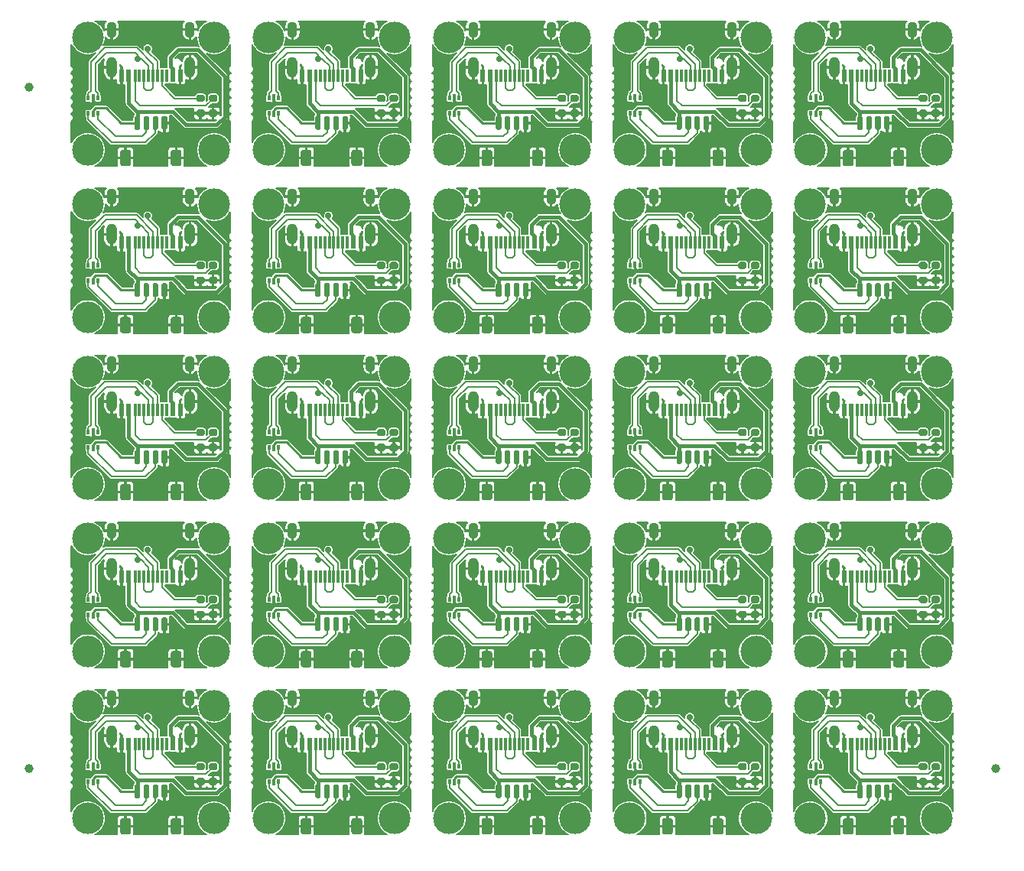
<source format=gtl>
%TF.GenerationSoftware,KiCad,Pcbnew,(5.1.10)-1*%
%TF.CreationDate,2021-08-17T15:54:51+08:00*%
%TF.ProjectId,u1_Warped,75315f57-6172-4706-9564-2e6b69636164,rev?*%
%TF.SameCoordinates,Original*%
%TF.FileFunction,Copper,L1,Top*%
%TF.FilePolarity,Positive*%
%FSLAX46Y46*%
G04 Gerber Fmt 4.6, Leading zero omitted, Abs format (unit mm)*
G04 Created by KiCad (PCBNEW (5.1.10)-1) date 2021-08-17 15:54:51*
%MOMM*%
%LPD*%
G01*
G04 APERTURE LIST*
%TA.AperFunction,ComponentPad*%
%ADD10C,3.500000*%
%TD*%
%TA.AperFunction,SMDPad,CuDef*%
%ADD11R,0.600000X1.450000*%
%TD*%
%TA.AperFunction,SMDPad,CuDef*%
%ADD12R,0.300000X1.450000*%
%TD*%
%TA.AperFunction,ComponentPad*%
%ADD13O,1.200000X2.300000*%
%TD*%
%TA.AperFunction,ComponentPad*%
%ADD14O,1.100000X1.800000*%
%TD*%
%TA.AperFunction,SMDPad,CuDef*%
%ADD15R,0.375000X0.500000*%
%TD*%
%TA.AperFunction,SMDPad,CuDef*%
%ADD16R,0.300000X0.650000*%
%TD*%
%TA.AperFunction,SMDPad,CuDef*%
%ADD17C,1.000000*%
%TD*%
%TA.AperFunction,ViaPad*%
%ADD18C,0.700000*%
%TD*%
%TA.AperFunction,Conductor*%
%ADD19C,0.250000*%
%TD*%
%TA.AperFunction,Conductor*%
%ADD20C,0.300000*%
%TD*%
%TA.AperFunction,Conductor*%
%ADD21C,0.200000*%
%TD*%
%TA.AperFunction,Conductor*%
%ADD22C,0.400000*%
%TD*%
%TA.AperFunction,Conductor*%
%ADD23C,0.127000*%
%TD*%
%TA.AperFunction,Conductor*%
%ADD24C,0.100000*%
%TD*%
G04 APERTURE END LIST*
D10*
%TO.P,REF\u002A\u002A,1*%
%TO.N,N/C*%
X141000000Y-111000000D03*
%TD*%
%TO.P,REF\u002A\u002A,1*%
%TO.N,N/C*%
X121000000Y-111000000D03*
%TD*%
%TO.P,REF\u002A\u002A,1*%
%TO.N,N/C*%
X101000000Y-111000000D03*
%TD*%
%TO.P,REF\u002A\u002A,1*%
%TO.N,N/C*%
X81000000Y-111000000D03*
%TD*%
%TO.P,REF\u002A\u002A,1*%
%TO.N,N/C*%
X61000000Y-111000000D03*
%TD*%
%TO.P,REF\u002A\u002A,1*%
%TO.N,N/C*%
X141000000Y-92500000D03*
%TD*%
%TO.P,REF\u002A\u002A,1*%
%TO.N,N/C*%
X121000000Y-92500000D03*
%TD*%
%TO.P,REF\u002A\u002A,1*%
%TO.N,N/C*%
X101000000Y-92500000D03*
%TD*%
%TO.P,REF\u002A\u002A,1*%
%TO.N,N/C*%
X81000000Y-92500000D03*
%TD*%
%TO.P,REF\u002A\u002A,1*%
%TO.N,N/C*%
X61000000Y-92500000D03*
%TD*%
%TO.P,REF\u002A\u002A,1*%
%TO.N,N/C*%
X141000000Y-74000000D03*
%TD*%
%TO.P,REF\u002A\u002A,1*%
%TO.N,N/C*%
X121000000Y-74000000D03*
%TD*%
%TO.P,REF\u002A\u002A,1*%
%TO.N,N/C*%
X101000000Y-74000000D03*
%TD*%
%TO.P,REF\u002A\u002A,1*%
%TO.N,N/C*%
X81000000Y-74000000D03*
%TD*%
%TO.P,REF\u002A\u002A,1*%
%TO.N,N/C*%
X61000000Y-74000000D03*
%TD*%
%TO.P,REF\u002A\u002A,1*%
%TO.N,N/C*%
X141000000Y-55500000D03*
%TD*%
%TO.P,REF\u002A\u002A,1*%
%TO.N,N/C*%
X121000000Y-55500000D03*
%TD*%
%TO.P,REF\u002A\u002A,1*%
%TO.N,N/C*%
X101000000Y-55500000D03*
%TD*%
%TO.P,REF\u002A\u002A,1*%
%TO.N,N/C*%
X81000000Y-55500000D03*
%TD*%
%TO.P,REF\u002A\u002A,1*%
%TO.N,N/C*%
X61000000Y-55500000D03*
%TD*%
%TO.P,REF\u002A\u002A,1*%
%TO.N,N/C*%
X141000000Y-37000000D03*
%TD*%
%TO.P,REF\u002A\u002A,1*%
%TO.N,N/C*%
X121000000Y-37000000D03*
%TD*%
%TO.P,REF\u002A\u002A,1*%
%TO.N,N/C*%
X101000000Y-37000000D03*
%TD*%
%TO.P,REF\u002A\u002A,1*%
%TO.N,N/C*%
X81000000Y-37000000D03*
%TD*%
%TO.P,R1,1*%
%TO.N,Net-(J1-PadA5)*%
%TA.AperFunction,SMDPad,CuDef*%
G36*
G01*
X139225000Y-117375000D02*
X139775000Y-117375000D01*
G75*
G02*
X139975000Y-117575000I0J-200000D01*
G01*
X139975000Y-117975000D01*
G75*
G02*
X139775000Y-118175000I-200000J0D01*
G01*
X139225000Y-118175000D01*
G75*
G02*
X139025000Y-117975000I0J200000D01*
G01*
X139025000Y-117575000D01*
G75*
G02*
X139225000Y-117375000I200000J0D01*
G01*
G37*
%TD.AperFunction*%
%TO.P,R1,2*%
%TO.N,GND*%
%TA.AperFunction,SMDPad,CuDef*%
G36*
G01*
X139225000Y-119025000D02*
X139775000Y-119025000D01*
G75*
G02*
X139975000Y-119225000I0J-200000D01*
G01*
X139975000Y-119625000D01*
G75*
G02*
X139775000Y-119825000I-200000J0D01*
G01*
X139225000Y-119825000D01*
G75*
G02*
X139025000Y-119625000I0J200000D01*
G01*
X139025000Y-119225000D01*
G75*
G02*
X139225000Y-119025000I200000J0D01*
G01*
G37*
%TD.AperFunction*%
%TD*%
%TO.P,R1,1*%
%TO.N,Net-(J1-PadA5)*%
%TA.AperFunction,SMDPad,CuDef*%
G36*
G01*
X119225000Y-117375000D02*
X119775000Y-117375000D01*
G75*
G02*
X119975000Y-117575000I0J-200000D01*
G01*
X119975000Y-117975000D01*
G75*
G02*
X119775000Y-118175000I-200000J0D01*
G01*
X119225000Y-118175000D01*
G75*
G02*
X119025000Y-117975000I0J200000D01*
G01*
X119025000Y-117575000D01*
G75*
G02*
X119225000Y-117375000I200000J0D01*
G01*
G37*
%TD.AperFunction*%
%TO.P,R1,2*%
%TO.N,GND*%
%TA.AperFunction,SMDPad,CuDef*%
G36*
G01*
X119225000Y-119025000D02*
X119775000Y-119025000D01*
G75*
G02*
X119975000Y-119225000I0J-200000D01*
G01*
X119975000Y-119625000D01*
G75*
G02*
X119775000Y-119825000I-200000J0D01*
G01*
X119225000Y-119825000D01*
G75*
G02*
X119025000Y-119625000I0J200000D01*
G01*
X119025000Y-119225000D01*
G75*
G02*
X119225000Y-119025000I200000J0D01*
G01*
G37*
%TD.AperFunction*%
%TD*%
%TO.P,R1,1*%
%TO.N,Net-(J1-PadA5)*%
%TA.AperFunction,SMDPad,CuDef*%
G36*
G01*
X99225000Y-117375000D02*
X99775000Y-117375000D01*
G75*
G02*
X99975000Y-117575000I0J-200000D01*
G01*
X99975000Y-117975000D01*
G75*
G02*
X99775000Y-118175000I-200000J0D01*
G01*
X99225000Y-118175000D01*
G75*
G02*
X99025000Y-117975000I0J200000D01*
G01*
X99025000Y-117575000D01*
G75*
G02*
X99225000Y-117375000I200000J0D01*
G01*
G37*
%TD.AperFunction*%
%TO.P,R1,2*%
%TO.N,GND*%
%TA.AperFunction,SMDPad,CuDef*%
G36*
G01*
X99225000Y-119025000D02*
X99775000Y-119025000D01*
G75*
G02*
X99975000Y-119225000I0J-200000D01*
G01*
X99975000Y-119625000D01*
G75*
G02*
X99775000Y-119825000I-200000J0D01*
G01*
X99225000Y-119825000D01*
G75*
G02*
X99025000Y-119625000I0J200000D01*
G01*
X99025000Y-119225000D01*
G75*
G02*
X99225000Y-119025000I200000J0D01*
G01*
G37*
%TD.AperFunction*%
%TD*%
%TO.P,R1,1*%
%TO.N,Net-(J1-PadA5)*%
%TA.AperFunction,SMDPad,CuDef*%
G36*
G01*
X79225000Y-117375000D02*
X79775000Y-117375000D01*
G75*
G02*
X79975000Y-117575000I0J-200000D01*
G01*
X79975000Y-117975000D01*
G75*
G02*
X79775000Y-118175000I-200000J0D01*
G01*
X79225000Y-118175000D01*
G75*
G02*
X79025000Y-117975000I0J200000D01*
G01*
X79025000Y-117575000D01*
G75*
G02*
X79225000Y-117375000I200000J0D01*
G01*
G37*
%TD.AperFunction*%
%TO.P,R1,2*%
%TO.N,GND*%
%TA.AperFunction,SMDPad,CuDef*%
G36*
G01*
X79225000Y-119025000D02*
X79775000Y-119025000D01*
G75*
G02*
X79975000Y-119225000I0J-200000D01*
G01*
X79975000Y-119625000D01*
G75*
G02*
X79775000Y-119825000I-200000J0D01*
G01*
X79225000Y-119825000D01*
G75*
G02*
X79025000Y-119625000I0J200000D01*
G01*
X79025000Y-119225000D01*
G75*
G02*
X79225000Y-119025000I200000J0D01*
G01*
G37*
%TD.AperFunction*%
%TD*%
%TO.P,R1,1*%
%TO.N,Net-(J1-PadA5)*%
%TA.AperFunction,SMDPad,CuDef*%
G36*
G01*
X59225000Y-117375000D02*
X59775000Y-117375000D01*
G75*
G02*
X59975000Y-117575000I0J-200000D01*
G01*
X59975000Y-117975000D01*
G75*
G02*
X59775000Y-118175000I-200000J0D01*
G01*
X59225000Y-118175000D01*
G75*
G02*
X59025000Y-117975000I0J200000D01*
G01*
X59025000Y-117575000D01*
G75*
G02*
X59225000Y-117375000I200000J0D01*
G01*
G37*
%TD.AperFunction*%
%TO.P,R1,2*%
%TO.N,GND*%
%TA.AperFunction,SMDPad,CuDef*%
G36*
G01*
X59225000Y-119025000D02*
X59775000Y-119025000D01*
G75*
G02*
X59975000Y-119225000I0J-200000D01*
G01*
X59975000Y-119625000D01*
G75*
G02*
X59775000Y-119825000I-200000J0D01*
G01*
X59225000Y-119825000D01*
G75*
G02*
X59025000Y-119625000I0J200000D01*
G01*
X59025000Y-119225000D01*
G75*
G02*
X59225000Y-119025000I200000J0D01*
G01*
G37*
%TD.AperFunction*%
%TD*%
%TO.P,R1,1*%
%TO.N,Net-(J1-PadA5)*%
%TA.AperFunction,SMDPad,CuDef*%
G36*
G01*
X139225000Y-98875000D02*
X139775000Y-98875000D01*
G75*
G02*
X139975000Y-99075000I0J-200000D01*
G01*
X139975000Y-99475000D01*
G75*
G02*
X139775000Y-99675000I-200000J0D01*
G01*
X139225000Y-99675000D01*
G75*
G02*
X139025000Y-99475000I0J200000D01*
G01*
X139025000Y-99075000D01*
G75*
G02*
X139225000Y-98875000I200000J0D01*
G01*
G37*
%TD.AperFunction*%
%TO.P,R1,2*%
%TO.N,GND*%
%TA.AperFunction,SMDPad,CuDef*%
G36*
G01*
X139225000Y-100525000D02*
X139775000Y-100525000D01*
G75*
G02*
X139975000Y-100725000I0J-200000D01*
G01*
X139975000Y-101125000D01*
G75*
G02*
X139775000Y-101325000I-200000J0D01*
G01*
X139225000Y-101325000D01*
G75*
G02*
X139025000Y-101125000I0J200000D01*
G01*
X139025000Y-100725000D01*
G75*
G02*
X139225000Y-100525000I200000J0D01*
G01*
G37*
%TD.AperFunction*%
%TD*%
%TO.P,R1,1*%
%TO.N,Net-(J1-PadA5)*%
%TA.AperFunction,SMDPad,CuDef*%
G36*
G01*
X119225000Y-98875000D02*
X119775000Y-98875000D01*
G75*
G02*
X119975000Y-99075000I0J-200000D01*
G01*
X119975000Y-99475000D01*
G75*
G02*
X119775000Y-99675000I-200000J0D01*
G01*
X119225000Y-99675000D01*
G75*
G02*
X119025000Y-99475000I0J200000D01*
G01*
X119025000Y-99075000D01*
G75*
G02*
X119225000Y-98875000I200000J0D01*
G01*
G37*
%TD.AperFunction*%
%TO.P,R1,2*%
%TO.N,GND*%
%TA.AperFunction,SMDPad,CuDef*%
G36*
G01*
X119225000Y-100525000D02*
X119775000Y-100525000D01*
G75*
G02*
X119975000Y-100725000I0J-200000D01*
G01*
X119975000Y-101125000D01*
G75*
G02*
X119775000Y-101325000I-200000J0D01*
G01*
X119225000Y-101325000D01*
G75*
G02*
X119025000Y-101125000I0J200000D01*
G01*
X119025000Y-100725000D01*
G75*
G02*
X119225000Y-100525000I200000J0D01*
G01*
G37*
%TD.AperFunction*%
%TD*%
%TO.P,R1,1*%
%TO.N,Net-(J1-PadA5)*%
%TA.AperFunction,SMDPad,CuDef*%
G36*
G01*
X99225000Y-98875000D02*
X99775000Y-98875000D01*
G75*
G02*
X99975000Y-99075000I0J-200000D01*
G01*
X99975000Y-99475000D01*
G75*
G02*
X99775000Y-99675000I-200000J0D01*
G01*
X99225000Y-99675000D01*
G75*
G02*
X99025000Y-99475000I0J200000D01*
G01*
X99025000Y-99075000D01*
G75*
G02*
X99225000Y-98875000I200000J0D01*
G01*
G37*
%TD.AperFunction*%
%TO.P,R1,2*%
%TO.N,GND*%
%TA.AperFunction,SMDPad,CuDef*%
G36*
G01*
X99225000Y-100525000D02*
X99775000Y-100525000D01*
G75*
G02*
X99975000Y-100725000I0J-200000D01*
G01*
X99975000Y-101125000D01*
G75*
G02*
X99775000Y-101325000I-200000J0D01*
G01*
X99225000Y-101325000D01*
G75*
G02*
X99025000Y-101125000I0J200000D01*
G01*
X99025000Y-100725000D01*
G75*
G02*
X99225000Y-100525000I200000J0D01*
G01*
G37*
%TD.AperFunction*%
%TD*%
%TO.P,R1,1*%
%TO.N,Net-(J1-PadA5)*%
%TA.AperFunction,SMDPad,CuDef*%
G36*
G01*
X79225000Y-98875000D02*
X79775000Y-98875000D01*
G75*
G02*
X79975000Y-99075000I0J-200000D01*
G01*
X79975000Y-99475000D01*
G75*
G02*
X79775000Y-99675000I-200000J0D01*
G01*
X79225000Y-99675000D01*
G75*
G02*
X79025000Y-99475000I0J200000D01*
G01*
X79025000Y-99075000D01*
G75*
G02*
X79225000Y-98875000I200000J0D01*
G01*
G37*
%TD.AperFunction*%
%TO.P,R1,2*%
%TO.N,GND*%
%TA.AperFunction,SMDPad,CuDef*%
G36*
G01*
X79225000Y-100525000D02*
X79775000Y-100525000D01*
G75*
G02*
X79975000Y-100725000I0J-200000D01*
G01*
X79975000Y-101125000D01*
G75*
G02*
X79775000Y-101325000I-200000J0D01*
G01*
X79225000Y-101325000D01*
G75*
G02*
X79025000Y-101125000I0J200000D01*
G01*
X79025000Y-100725000D01*
G75*
G02*
X79225000Y-100525000I200000J0D01*
G01*
G37*
%TD.AperFunction*%
%TD*%
%TO.P,R1,1*%
%TO.N,Net-(J1-PadA5)*%
%TA.AperFunction,SMDPad,CuDef*%
G36*
G01*
X59225000Y-98875000D02*
X59775000Y-98875000D01*
G75*
G02*
X59975000Y-99075000I0J-200000D01*
G01*
X59975000Y-99475000D01*
G75*
G02*
X59775000Y-99675000I-200000J0D01*
G01*
X59225000Y-99675000D01*
G75*
G02*
X59025000Y-99475000I0J200000D01*
G01*
X59025000Y-99075000D01*
G75*
G02*
X59225000Y-98875000I200000J0D01*
G01*
G37*
%TD.AperFunction*%
%TO.P,R1,2*%
%TO.N,GND*%
%TA.AperFunction,SMDPad,CuDef*%
G36*
G01*
X59225000Y-100525000D02*
X59775000Y-100525000D01*
G75*
G02*
X59975000Y-100725000I0J-200000D01*
G01*
X59975000Y-101125000D01*
G75*
G02*
X59775000Y-101325000I-200000J0D01*
G01*
X59225000Y-101325000D01*
G75*
G02*
X59025000Y-101125000I0J200000D01*
G01*
X59025000Y-100725000D01*
G75*
G02*
X59225000Y-100525000I200000J0D01*
G01*
G37*
%TD.AperFunction*%
%TD*%
%TO.P,R1,1*%
%TO.N,Net-(J1-PadA5)*%
%TA.AperFunction,SMDPad,CuDef*%
G36*
G01*
X139225000Y-80375000D02*
X139775000Y-80375000D01*
G75*
G02*
X139975000Y-80575000I0J-200000D01*
G01*
X139975000Y-80975000D01*
G75*
G02*
X139775000Y-81175000I-200000J0D01*
G01*
X139225000Y-81175000D01*
G75*
G02*
X139025000Y-80975000I0J200000D01*
G01*
X139025000Y-80575000D01*
G75*
G02*
X139225000Y-80375000I200000J0D01*
G01*
G37*
%TD.AperFunction*%
%TO.P,R1,2*%
%TO.N,GND*%
%TA.AperFunction,SMDPad,CuDef*%
G36*
G01*
X139225000Y-82025000D02*
X139775000Y-82025000D01*
G75*
G02*
X139975000Y-82225000I0J-200000D01*
G01*
X139975000Y-82625000D01*
G75*
G02*
X139775000Y-82825000I-200000J0D01*
G01*
X139225000Y-82825000D01*
G75*
G02*
X139025000Y-82625000I0J200000D01*
G01*
X139025000Y-82225000D01*
G75*
G02*
X139225000Y-82025000I200000J0D01*
G01*
G37*
%TD.AperFunction*%
%TD*%
%TO.P,R1,1*%
%TO.N,Net-(J1-PadA5)*%
%TA.AperFunction,SMDPad,CuDef*%
G36*
G01*
X119225000Y-80375000D02*
X119775000Y-80375000D01*
G75*
G02*
X119975000Y-80575000I0J-200000D01*
G01*
X119975000Y-80975000D01*
G75*
G02*
X119775000Y-81175000I-200000J0D01*
G01*
X119225000Y-81175000D01*
G75*
G02*
X119025000Y-80975000I0J200000D01*
G01*
X119025000Y-80575000D01*
G75*
G02*
X119225000Y-80375000I200000J0D01*
G01*
G37*
%TD.AperFunction*%
%TO.P,R1,2*%
%TO.N,GND*%
%TA.AperFunction,SMDPad,CuDef*%
G36*
G01*
X119225000Y-82025000D02*
X119775000Y-82025000D01*
G75*
G02*
X119975000Y-82225000I0J-200000D01*
G01*
X119975000Y-82625000D01*
G75*
G02*
X119775000Y-82825000I-200000J0D01*
G01*
X119225000Y-82825000D01*
G75*
G02*
X119025000Y-82625000I0J200000D01*
G01*
X119025000Y-82225000D01*
G75*
G02*
X119225000Y-82025000I200000J0D01*
G01*
G37*
%TD.AperFunction*%
%TD*%
%TO.P,R1,1*%
%TO.N,Net-(J1-PadA5)*%
%TA.AperFunction,SMDPad,CuDef*%
G36*
G01*
X99225000Y-80375000D02*
X99775000Y-80375000D01*
G75*
G02*
X99975000Y-80575000I0J-200000D01*
G01*
X99975000Y-80975000D01*
G75*
G02*
X99775000Y-81175000I-200000J0D01*
G01*
X99225000Y-81175000D01*
G75*
G02*
X99025000Y-80975000I0J200000D01*
G01*
X99025000Y-80575000D01*
G75*
G02*
X99225000Y-80375000I200000J0D01*
G01*
G37*
%TD.AperFunction*%
%TO.P,R1,2*%
%TO.N,GND*%
%TA.AperFunction,SMDPad,CuDef*%
G36*
G01*
X99225000Y-82025000D02*
X99775000Y-82025000D01*
G75*
G02*
X99975000Y-82225000I0J-200000D01*
G01*
X99975000Y-82625000D01*
G75*
G02*
X99775000Y-82825000I-200000J0D01*
G01*
X99225000Y-82825000D01*
G75*
G02*
X99025000Y-82625000I0J200000D01*
G01*
X99025000Y-82225000D01*
G75*
G02*
X99225000Y-82025000I200000J0D01*
G01*
G37*
%TD.AperFunction*%
%TD*%
%TO.P,R1,1*%
%TO.N,Net-(J1-PadA5)*%
%TA.AperFunction,SMDPad,CuDef*%
G36*
G01*
X79225000Y-80375000D02*
X79775000Y-80375000D01*
G75*
G02*
X79975000Y-80575000I0J-200000D01*
G01*
X79975000Y-80975000D01*
G75*
G02*
X79775000Y-81175000I-200000J0D01*
G01*
X79225000Y-81175000D01*
G75*
G02*
X79025000Y-80975000I0J200000D01*
G01*
X79025000Y-80575000D01*
G75*
G02*
X79225000Y-80375000I200000J0D01*
G01*
G37*
%TD.AperFunction*%
%TO.P,R1,2*%
%TO.N,GND*%
%TA.AperFunction,SMDPad,CuDef*%
G36*
G01*
X79225000Y-82025000D02*
X79775000Y-82025000D01*
G75*
G02*
X79975000Y-82225000I0J-200000D01*
G01*
X79975000Y-82625000D01*
G75*
G02*
X79775000Y-82825000I-200000J0D01*
G01*
X79225000Y-82825000D01*
G75*
G02*
X79025000Y-82625000I0J200000D01*
G01*
X79025000Y-82225000D01*
G75*
G02*
X79225000Y-82025000I200000J0D01*
G01*
G37*
%TD.AperFunction*%
%TD*%
%TO.P,R1,1*%
%TO.N,Net-(J1-PadA5)*%
%TA.AperFunction,SMDPad,CuDef*%
G36*
G01*
X59225000Y-80375000D02*
X59775000Y-80375000D01*
G75*
G02*
X59975000Y-80575000I0J-200000D01*
G01*
X59975000Y-80975000D01*
G75*
G02*
X59775000Y-81175000I-200000J0D01*
G01*
X59225000Y-81175000D01*
G75*
G02*
X59025000Y-80975000I0J200000D01*
G01*
X59025000Y-80575000D01*
G75*
G02*
X59225000Y-80375000I200000J0D01*
G01*
G37*
%TD.AperFunction*%
%TO.P,R1,2*%
%TO.N,GND*%
%TA.AperFunction,SMDPad,CuDef*%
G36*
G01*
X59225000Y-82025000D02*
X59775000Y-82025000D01*
G75*
G02*
X59975000Y-82225000I0J-200000D01*
G01*
X59975000Y-82625000D01*
G75*
G02*
X59775000Y-82825000I-200000J0D01*
G01*
X59225000Y-82825000D01*
G75*
G02*
X59025000Y-82625000I0J200000D01*
G01*
X59025000Y-82225000D01*
G75*
G02*
X59225000Y-82025000I200000J0D01*
G01*
G37*
%TD.AperFunction*%
%TD*%
%TO.P,R1,1*%
%TO.N,Net-(J1-PadA5)*%
%TA.AperFunction,SMDPad,CuDef*%
G36*
G01*
X139225000Y-61875000D02*
X139775000Y-61875000D01*
G75*
G02*
X139975000Y-62075000I0J-200000D01*
G01*
X139975000Y-62475000D01*
G75*
G02*
X139775000Y-62675000I-200000J0D01*
G01*
X139225000Y-62675000D01*
G75*
G02*
X139025000Y-62475000I0J200000D01*
G01*
X139025000Y-62075000D01*
G75*
G02*
X139225000Y-61875000I200000J0D01*
G01*
G37*
%TD.AperFunction*%
%TO.P,R1,2*%
%TO.N,GND*%
%TA.AperFunction,SMDPad,CuDef*%
G36*
G01*
X139225000Y-63525000D02*
X139775000Y-63525000D01*
G75*
G02*
X139975000Y-63725000I0J-200000D01*
G01*
X139975000Y-64125000D01*
G75*
G02*
X139775000Y-64325000I-200000J0D01*
G01*
X139225000Y-64325000D01*
G75*
G02*
X139025000Y-64125000I0J200000D01*
G01*
X139025000Y-63725000D01*
G75*
G02*
X139225000Y-63525000I200000J0D01*
G01*
G37*
%TD.AperFunction*%
%TD*%
%TO.P,R1,1*%
%TO.N,Net-(J1-PadA5)*%
%TA.AperFunction,SMDPad,CuDef*%
G36*
G01*
X119225000Y-61875000D02*
X119775000Y-61875000D01*
G75*
G02*
X119975000Y-62075000I0J-200000D01*
G01*
X119975000Y-62475000D01*
G75*
G02*
X119775000Y-62675000I-200000J0D01*
G01*
X119225000Y-62675000D01*
G75*
G02*
X119025000Y-62475000I0J200000D01*
G01*
X119025000Y-62075000D01*
G75*
G02*
X119225000Y-61875000I200000J0D01*
G01*
G37*
%TD.AperFunction*%
%TO.P,R1,2*%
%TO.N,GND*%
%TA.AperFunction,SMDPad,CuDef*%
G36*
G01*
X119225000Y-63525000D02*
X119775000Y-63525000D01*
G75*
G02*
X119975000Y-63725000I0J-200000D01*
G01*
X119975000Y-64125000D01*
G75*
G02*
X119775000Y-64325000I-200000J0D01*
G01*
X119225000Y-64325000D01*
G75*
G02*
X119025000Y-64125000I0J200000D01*
G01*
X119025000Y-63725000D01*
G75*
G02*
X119225000Y-63525000I200000J0D01*
G01*
G37*
%TD.AperFunction*%
%TD*%
%TO.P,R1,1*%
%TO.N,Net-(J1-PadA5)*%
%TA.AperFunction,SMDPad,CuDef*%
G36*
G01*
X99225000Y-61875000D02*
X99775000Y-61875000D01*
G75*
G02*
X99975000Y-62075000I0J-200000D01*
G01*
X99975000Y-62475000D01*
G75*
G02*
X99775000Y-62675000I-200000J0D01*
G01*
X99225000Y-62675000D01*
G75*
G02*
X99025000Y-62475000I0J200000D01*
G01*
X99025000Y-62075000D01*
G75*
G02*
X99225000Y-61875000I200000J0D01*
G01*
G37*
%TD.AperFunction*%
%TO.P,R1,2*%
%TO.N,GND*%
%TA.AperFunction,SMDPad,CuDef*%
G36*
G01*
X99225000Y-63525000D02*
X99775000Y-63525000D01*
G75*
G02*
X99975000Y-63725000I0J-200000D01*
G01*
X99975000Y-64125000D01*
G75*
G02*
X99775000Y-64325000I-200000J0D01*
G01*
X99225000Y-64325000D01*
G75*
G02*
X99025000Y-64125000I0J200000D01*
G01*
X99025000Y-63725000D01*
G75*
G02*
X99225000Y-63525000I200000J0D01*
G01*
G37*
%TD.AperFunction*%
%TD*%
%TO.P,R1,1*%
%TO.N,Net-(J1-PadA5)*%
%TA.AperFunction,SMDPad,CuDef*%
G36*
G01*
X79225000Y-61875000D02*
X79775000Y-61875000D01*
G75*
G02*
X79975000Y-62075000I0J-200000D01*
G01*
X79975000Y-62475000D01*
G75*
G02*
X79775000Y-62675000I-200000J0D01*
G01*
X79225000Y-62675000D01*
G75*
G02*
X79025000Y-62475000I0J200000D01*
G01*
X79025000Y-62075000D01*
G75*
G02*
X79225000Y-61875000I200000J0D01*
G01*
G37*
%TD.AperFunction*%
%TO.P,R1,2*%
%TO.N,GND*%
%TA.AperFunction,SMDPad,CuDef*%
G36*
G01*
X79225000Y-63525000D02*
X79775000Y-63525000D01*
G75*
G02*
X79975000Y-63725000I0J-200000D01*
G01*
X79975000Y-64125000D01*
G75*
G02*
X79775000Y-64325000I-200000J0D01*
G01*
X79225000Y-64325000D01*
G75*
G02*
X79025000Y-64125000I0J200000D01*
G01*
X79025000Y-63725000D01*
G75*
G02*
X79225000Y-63525000I200000J0D01*
G01*
G37*
%TD.AperFunction*%
%TD*%
%TO.P,R1,1*%
%TO.N,Net-(J1-PadA5)*%
%TA.AperFunction,SMDPad,CuDef*%
G36*
G01*
X59225000Y-61875000D02*
X59775000Y-61875000D01*
G75*
G02*
X59975000Y-62075000I0J-200000D01*
G01*
X59975000Y-62475000D01*
G75*
G02*
X59775000Y-62675000I-200000J0D01*
G01*
X59225000Y-62675000D01*
G75*
G02*
X59025000Y-62475000I0J200000D01*
G01*
X59025000Y-62075000D01*
G75*
G02*
X59225000Y-61875000I200000J0D01*
G01*
G37*
%TD.AperFunction*%
%TO.P,R1,2*%
%TO.N,GND*%
%TA.AperFunction,SMDPad,CuDef*%
G36*
G01*
X59225000Y-63525000D02*
X59775000Y-63525000D01*
G75*
G02*
X59975000Y-63725000I0J-200000D01*
G01*
X59975000Y-64125000D01*
G75*
G02*
X59775000Y-64325000I-200000J0D01*
G01*
X59225000Y-64325000D01*
G75*
G02*
X59025000Y-64125000I0J200000D01*
G01*
X59025000Y-63725000D01*
G75*
G02*
X59225000Y-63525000I200000J0D01*
G01*
G37*
%TD.AperFunction*%
%TD*%
%TO.P,R1,1*%
%TO.N,Net-(J1-PadA5)*%
%TA.AperFunction,SMDPad,CuDef*%
G36*
G01*
X139225000Y-43375000D02*
X139775000Y-43375000D01*
G75*
G02*
X139975000Y-43575000I0J-200000D01*
G01*
X139975000Y-43975000D01*
G75*
G02*
X139775000Y-44175000I-200000J0D01*
G01*
X139225000Y-44175000D01*
G75*
G02*
X139025000Y-43975000I0J200000D01*
G01*
X139025000Y-43575000D01*
G75*
G02*
X139225000Y-43375000I200000J0D01*
G01*
G37*
%TD.AperFunction*%
%TO.P,R1,2*%
%TO.N,GND*%
%TA.AperFunction,SMDPad,CuDef*%
G36*
G01*
X139225000Y-45025000D02*
X139775000Y-45025000D01*
G75*
G02*
X139975000Y-45225000I0J-200000D01*
G01*
X139975000Y-45625000D01*
G75*
G02*
X139775000Y-45825000I-200000J0D01*
G01*
X139225000Y-45825000D01*
G75*
G02*
X139025000Y-45625000I0J200000D01*
G01*
X139025000Y-45225000D01*
G75*
G02*
X139225000Y-45025000I200000J0D01*
G01*
G37*
%TD.AperFunction*%
%TD*%
%TO.P,R1,1*%
%TO.N,Net-(J1-PadA5)*%
%TA.AperFunction,SMDPad,CuDef*%
G36*
G01*
X119225000Y-43375000D02*
X119775000Y-43375000D01*
G75*
G02*
X119975000Y-43575000I0J-200000D01*
G01*
X119975000Y-43975000D01*
G75*
G02*
X119775000Y-44175000I-200000J0D01*
G01*
X119225000Y-44175000D01*
G75*
G02*
X119025000Y-43975000I0J200000D01*
G01*
X119025000Y-43575000D01*
G75*
G02*
X119225000Y-43375000I200000J0D01*
G01*
G37*
%TD.AperFunction*%
%TO.P,R1,2*%
%TO.N,GND*%
%TA.AperFunction,SMDPad,CuDef*%
G36*
G01*
X119225000Y-45025000D02*
X119775000Y-45025000D01*
G75*
G02*
X119975000Y-45225000I0J-200000D01*
G01*
X119975000Y-45625000D01*
G75*
G02*
X119775000Y-45825000I-200000J0D01*
G01*
X119225000Y-45825000D01*
G75*
G02*
X119025000Y-45625000I0J200000D01*
G01*
X119025000Y-45225000D01*
G75*
G02*
X119225000Y-45025000I200000J0D01*
G01*
G37*
%TD.AperFunction*%
%TD*%
%TO.P,R1,1*%
%TO.N,Net-(J1-PadA5)*%
%TA.AperFunction,SMDPad,CuDef*%
G36*
G01*
X99225000Y-43375000D02*
X99775000Y-43375000D01*
G75*
G02*
X99975000Y-43575000I0J-200000D01*
G01*
X99975000Y-43975000D01*
G75*
G02*
X99775000Y-44175000I-200000J0D01*
G01*
X99225000Y-44175000D01*
G75*
G02*
X99025000Y-43975000I0J200000D01*
G01*
X99025000Y-43575000D01*
G75*
G02*
X99225000Y-43375000I200000J0D01*
G01*
G37*
%TD.AperFunction*%
%TO.P,R1,2*%
%TO.N,GND*%
%TA.AperFunction,SMDPad,CuDef*%
G36*
G01*
X99225000Y-45025000D02*
X99775000Y-45025000D01*
G75*
G02*
X99975000Y-45225000I0J-200000D01*
G01*
X99975000Y-45625000D01*
G75*
G02*
X99775000Y-45825000I-200000J0D01*
G01*
X99225000Y-45825000D01*
G75*
G02*
X99025000Y-45625000I0J200000D01*
G01*
X99025000Y-45225000D01*
G75*
G02*
X99225000Y-45025000I200000J0D01*
G01*
G37*
%TD.AperFunction*%
%TD*%
%TO.P,R1,1*%
%TO.N,Net-(J1-PadA5)*%
%TA.AperFunction,SMDPad,CuDef*%
G36*
G01*
X79225000Y-43375000D02*
X79775000Y-43375000D01*
G75*
G02*
X79975000Y-43575000I0J-200000D01*
G01*
X79975000Y-43975000D01*
G75*
G02*
X79775000Y-44175000I-200000J0D01*
G01*
X79225000Y-44175000D01*
G75*
G02*
X79025000Y-43975000I0J200000D01*
G01*
X79025000Y-43575000D01*
G75*
G02*
X79225000Y-43375000I200000J0D01*
G01*
G37*
%TD.AperFunction*%
%TO.P,R1,2*%
%TO.N,GND*%
%TA.AperFunction,SMDPad,CuDef*%
G36*
G01*
X79225000Y-45025000D02*
X79775000Y-45025000D01*
G75*
G02*
X79975000Y-45225000I0J-200000D01*
G01*
X79975000Y-45625000D01*
G75*
G02*
X79775000Y-45825000I-200000J0D01*
G01*
X79225000Y-45825000D01*
G75*
G02*
X79025000Y-45625000I0J200000D01*
G01*
X79025000Y-45225000D01*
G75*
G02*
X79225000Y-45025000I200000J0D01*
G01*
G37*
%TD.AperFunction*%
%TD*%
%TO.P,REF\u002A\u002A,1*%
%TO.N,N/C*%
X127000000Y-123500000D03*
%TD*%
%TO.P,REF\u002A\u002A,1*%
%TO.N,N/C*%
X107000000Y-123500000D03*
%TD*%
%TO.P,REF\u002A\u002A,1*%
%TO.N,N/C*%
X87000000Y-123500000D03*
%TD*%
%TO.P,REF\u002A\u002A,1*%
%TO.N,N/C*%
X67000000Y-123500000D03*
%TD*%
%TO.P,REF\u002A\u002A,1*%
%TO.N,N/C*%
X47000000Y-123500000D03*
%TD*%
%TO.P,REF\u002A\u002A,1*%
%TO.N,N/C*%
X127000000Y-105000000D03*
%TD*%
%TO.P,REF\u002A\u002A,1*%
%TO.N,N/C*%
X107000000Y-105000000D03*
%TD*%
%TO.P,REF\u002A\u002A,1*%
%TO.N,N/C*%
X87000000Y-105000000D03*
%TD*%
%TO.P,REF\u002A\u002A,1*%
%TO.N,N/C*%
X67000000Y-105000000D03*
%TD*%
%TO.P,REF\u002A\u002A,1*%
%TO.N,N/C*%
X47000000Y-105000000D03*
%TD*%
%TO.P,REF\u002A\u002A,1*%
%TO.N,N/C*%
X127000000Y-86500000D03*
%TD*%
%TO.P,REF\u002A\u002A,1*%
%TO.N,N/C*%
X107000000Y-86500000D03*
%TD*%
%TO.P,REF\u002A\u002A,1*%
%TO.N,N/C*%
X87000000Y-86500000D03*
%TD*%
%TO.P,REF\u002A\u002A,1*%
%TO.N,N/C*%
X67000000Y-86500000D03*
%TD*%
%TO.P,REF\u002A\u002A,1*%
%TO.N,N/C*%
X47000000Y-86500000D03*
%TD*%
%TO.P,REF\u002A\u002A,1*%
%TO.N,N/C*%
X127000000Y-68000000D03*
%TD*%
%TO.P,REF\u002A\u002A,1*%
%TO.N,N/C*%
X107000000Y-68000000D03*
%TD*%
%TO.P,REF\u002A\u002A,1*%
%TO.N,N/C*%
X87000000Y-68000000D03*
%TD*%
%TO.P,REF\u002A\u002A,1*%
%TO.N,N/C*%
X67000000Y-68000000D03*
%TD*%
%TO.P,REF\u002A\u002A,1*%
%TO.N,N/C*%
X47000000Y-68000000D03*
%TD*%
%TO.P,REF\u002A\u002A,1*%
%TO.N,N/C*%
X127000000Y-49500000D03*
%TD*%
%TO.P,REF\u002A\u002A,1*%
%TO.N,N/C*%
X107000000Y-49500000D03*
%TD*%
%TO.P,REF\u002A\u002A,1*%
%TO.N,N/C*%
X87000000Y-49500000D03*
%TD*%
%TO.P,REF\u002A\u002A,1*%
%TO.N,N/C*%
X67000000Y-49500000D03*
%TD*%
%TO.P,J2,1*%
%TO.N,UVCC*%
%TA.AperFunction,SMDPad,CuDef*%
G36*
G01*
X132200000Y-121125000D02*
X132200000Y-119875000D01*
G75*
G02*
X132350000Y-119725000I150000J0D01*
G01*
X132650000Y-119725000D01*
G75*
G02*
X132800000Y-119875000I0J-150000D01*
G01*
X132800000Y-121125000D01*
G75*
G02*
X132650000Y-121275000I-150000J0D01*
G01*
X132350000Y-121275000D01*
G75*
G02*
X132200000Y-121125000I0J150000D01*
G01*
G37*
%TD.AperFunction*%
%TO.P,J2,2*%
%TO.N,D-*%
%TA.AperFunction,SMDPad,CuDef*%
G36*
G01*
X133200000Y-121125000D02*
X133200000Y-119875000D01*
G75*
G02*
X133350000Y-119725000I150000J0D01*
G01*
X133650000Y-119725000D01*
G75*
G02*
X133800000Y-119875000I0J-150000D01*
G01*
X133800000Y-121125000D01*
G75*
G02*
X133650000Y-121275000I-150000J0D01*
G01*
X133350000Y-121275000D01*
G75*
G02*
X133200000Y-121125000I0J150000D01*
G01*
G37*
%TD.AperFunction*%
%TO.P,J2,3*%
%TO.N,D+*%
%TA.AperFunction,SMDPad,CuDef*%
G36*
G01*
X134200000Y-121125000D02*
X134200000Y-119875000D01*
G75*
G02*
X134350000Y-119725000I150000J0D01*
G01*
X134650000Y-119725000D01*
G75*
G02*
X134800000Y-119875000I0J-150000D01*
G01*
X134800000Y-121125000D01*
G75*
G02*
X134650000Y-121275000I-150000J0D01*
G01*
X134350000Y-121275000D01*
G75*
G02*
X134200000Y-121125000I0J150000D01*
G01*
G37*
%TD.AperFunction*%
%TO.P,J2,4*%
%TO.N,GND*%
%TA.AperFunction,SMDPad,CuDef*%
G36*
G01*
X135200000Y-121125000D02*
X135200000Y-119875000D01*
G75*
G02*
X135350000Y-119725000I150000J0D01*
G01*
X135650000Y-119725000D01*
G75*
G02*
X135800000Y-119875000I0J-150000D01*
G01*
X135800000Y-121125000D01*
G75*
G02*
X135650000Y-121275000I-150000J0D01*
G01*
X135350000Y-121275000D01*
G75*
G02*
X135200000Y-121125000I0J150000D01*
G01*
G37*
%TD.AperFunction*%
%TO.P,J2,MP*%
%TA.AperFunction,SMDPad,CuDef*%
G36*
G01*
X130600000Y-125025001D02*
X130600000Y-123724999D01*
G75*
G02*
X130849999Y-123475000I249999J0D01*
G01*
X131550001Y-123475000D01*
G75*
G02*
X131800000Y-123724999I0J-249999D01*
G01*
X131800000Y-125025001D01*
G75*
G02*
X131550001Y-125275000I-249999J0D01*
G01*
X130849999Y-125275000D01*
G75*
G02*
X130600000Y-125025001I0J249999D01*
G01*
G37*
%TD.AperFunction*%
%TA.AperFunction,SMDPad,CuDef*%
G36*
G01*
X136200000Y-125025001D02*
X136200000Y-123724999D01*
G75*
G02*
X136449999Y-123475000I249999J0D01*
G01*
X137150001Y-123475000D01*
G75*
G02*
X137400000Y-123724999I0J-249999D01*
G01*
X137400000Y-125025001D01*
G75*
G02*
X137150001Y-125275000I-249999J0D01*
G01*
X136449999Y-125275000D01*
G75*
G02*
X136200000Y-125025001I0J249999D01*
G01*
G37*
%TD.AperFunction*%
%TD*%
%TO.P,J2,1*%
%TO.N,UVCC*%
%TA.AperFunction,SMDPad,CuDef*%
G36*
G01*
X112200000Y-121125000D02*
X112200000Y-119875000D01*
G75*
G02*
X112350000Y-119725000I150000J0D01*
G01*
X112650000Y-119725000D01*
G75*
G02*
X112800000Y-119875000I0J-150000D01*
G01*
X112800000Y-121125000D01*
G75*
G02*
X112650000Y-121275000I-150000J0D01*
G01*
X112350000Y-121275000D01*
G75*
G02*
X112200000Y-121125000I0J150000D01*
G01*
G37*
%TD.AperFunction*%
%TO.P,J2,2*%
%TO.N,D-*%
%TA.AperFunction,SMDPad,CuDef*%
G36*
G01*
X113200000Y-121125000D02*
X113200000Y-119875000D01*
G75*
G02*
X113350000Y-119725000I150000J0D01*
G01*
X113650000Y-119725000D01*
G75*
G02*
X113800000Y-119875000I0J-150000D01*
G01*
X113800000Y-121125000D01*
G75*
G02*
X113650000Y-121275000I-150000J0D01*
G01*
X113350000Y-121275000D01*
G75*
G02*
X113200000Y-121125000I0J150000D01*
G01*
G37*
%TD.AperFunction*%
%TO.P,J2,3*%
%TO.N,D+*%
%TA.AperFunction,SMDPad,CuDef*%
G36*
G01*
X114200000Y-121125000D02*
X114200000Y-119875000D01*
G75*
G02*
X114350000Y-119725000I150000J0D01*
G01*
X114650000Y-119725000D01*
G75*
G02*
X114800000Y-119875000I0J-150000D01*
G01*
X114800000Y-121125000D01*
G75*
G02*
X114650000Y-121275000I-150000J0D01*
G01*
X114350000Y-121275000D01*
G75*
G02*
X114200000Y-121125000I0J150000D01*
G01*
G37*
%TD.AperFunction*%
%TO.P,J2,4*%
%TO.N,GND*%
%TA.AperFunction,SMDPad,CuDef*%
G36*
G01*
X115200000Y-121125000D02*
X115200000Y-119875000D01*
G75*
G02*
X115350000Y-119725000I150000J0D01*
G01*
X115650000Y-119725000D01*
G75*
G02*
X115800000Y-119875000I0J-150000D01*
G01*
X115800000Y-121125000D01*
G75*
G02*
X115650000Y-121275000I-150000J0D01*
G01*
X115350000Y-121275000D01*
G75*
G02*
X115200000Y-121125000I0J150000D01*
G01*
G37*
%TD.AperFunction*%
%TO.P,J2,MP*%
%TA.AperFunction,SMDPad,CuDef*%
G36*
G01*
X110600000Y-125025001D02*
X110600000Y-123724999D01*
G75*
G02*
X110849999Y-123475000I249999J0D01*
G01*
X111550001Y-123475000D01*
G75*
G02*
X111800000Y-123724999I0J-249999D01*
G01*
X111800000Y-125025001D01*
G75*
G02*
X111550001Y-125275000I-249999J0D01*
G01*
X110849999Y-125275000D01*
G75*
G02*
X110600000Y-125025001I0J249999D01*
G01*
G37*
%TD.AperFunction*%
%TA.AperFunction,SMDPad,CuDef*%
G36*
G01*
X116200000Y-125025001D02*
X116200000Y-123724999D01*
G75*
G02*
X116449999Y-123475000I249999J0D01*
G01*
X117150001Y-123475000D01*
G75*
G02*
X117400000Y-123724999I0J-249999D01*
G01*
X117400000Y-125025001D01*
G75*
G02*
X117150001Y-125275000I-249999J0D01*
G01*
X116449999Y-125275000D01*
G75*
G02*
X116200000Y-125025001I0J249999D01*
G01*
G37*
%TD.AperFunction*%
%TD*%
%TO.P,J2,1*%
%TO.N,UVCC*%
%TA.AperFunction,SMDPad,CuDef*%
G36*
G01*
X92200000Y-121125000D02*
X92200000Y-119875000D01*
G75*
G02*
X92350000Y-119725000I150000J0D01*
G01*
X92650000Y-119725000D01*
G75*
G02*
X92800000Y-119875000I0J-150000D01*
G01*
X92800000Y-121125000D01*
G75*
G02*
X92650000Y-121275000I-150000J0D01*
G01*
X92350000Y-121275000D01*
G75*
G02*
X92200000Y-121125000I0J150000D01*
G01*
G37*
%TD.AperFunction*%
%TO.P,J2,2*%
%TO.N,D-*%
%TA.AperFunction,SMDPad,CuDef*%
G36*
G01*
X93200000Y-121125000D02*
X93200000Y-119875000D01*
G75*
G02*
X93350000Y-119725000I150000J0D01*
G01*
X93650000Y-119725000D01*
G75*
G02*
X93800000Y-119875000I0J-150000D01*
G01*
X93800000Y-121125000D01*
G75*
G02*
X93650000Y-121275000I-150000J0D01*
G01*
X93350000Y-121275000D01*
G75*
G02*
X93200000Y-121125000I0J150000D01*
G01*
G37*
%TD.AperFunction*%
%TO.P,J2,3*%
%TO.N,D+*%
%TA.AperFunction,SMDPad,CuDef*%
G36*
G01*
X94200000Y-121125000D02*
X94200000Y-119875000D01*
G75*
G02*
X94350000Y-119725000I150000J0D01*
G01*
X94650000Y-119725000D01*
G75*
G02*
X94800000Y-119875000I0J-150000D01*
G01*
X94800000Y-121125000D01*
G75*
G02*
X94650000Y-121275000I-150000J0D01*
G01*
X94350000Y-121275000D01*
G75*
G02*
X94200000Y-121125000I0J150000D01*
G01*
G37*
%TD.AperFunction*%
%TO.P,J2,4*%
%TO.N,GND*%
%TA.AperFunction,SMDPad,CuDef*%
G36*
G01*
X95200000Y-121125000D02*
X95200000Y-119875000D01*
G75*
G02*
X95350000Y-119725000I150000J0D01*
G01*
X95650000Y-119725000D01*
G75*
G02*
X95800000Y-119875000I0J-150000D01*
G01*
X95800000Y-121125000D01*
G75*
G02*
X95650000Y-121275000I-150000J0D01*
G01*
X95350000Y-121275000D01*
G75*
G02*
X95200000Y-121125000I0J150000D01*
G01*
G37*
%TD.AperFunction*%
%TO.P,J2,MP*%
%TA.AperFunction,SMDPad,CuDef*%
G36*
G01*
X90600000Y-125025001D02*
X90600000Y-123724999D01*
G75*
G02*
X90849999Y-123475000I249999J0D01*
G01*
X91550001Y-123475000D01*
G75*
G02*
X91800000Y-123724999I0J-249999D01*
G01*
X91800000Y-125025001D01*
G75*
G02*
X91550001Y-125275000I-249999J0D01*
G01*
X90849999Y-125275000D01*
G75*
G02*
X90600000Y-125025001I0J249999D01*
G01*
G37*
%TD.AperFunction*%
%TA.AperFunction,SMDPad,CuDef*%
G36*
G01*
X96200000Y-125025001D02*
X96200000Y-123724999D01*
G75*
G02*
X96449999Y-123475000I249999J0D01*
G01*
X97150001Y-123475000D01*
G75*
G02*
X97400000Y-123724999I0J-249999D01*
G01*
X97400000Y-125025001D01*
G75*
G02*
X97150001Y-125275000I-249999J0D01*
G01*
X96449999Y-125275000D01*
G75*
G02*
X96200000Y-125025001I0J249999D01*
G01*
G37*
%TD.AperFunction*%
%TD*%
%TO.P,J2,1*%
%TO.N,UVCC*%
%TA.AperFunction,SMDPad,CuDef*%
G36*
G01*
X72200000Y-121125000D02*
X72200000Y-119875000D01*
G75*
G02*
X72350000Y-119725000I150000J0D01*
G01*
X72650000Y-119725000D01*
G75*
G02*
X72800000Y-119875000I0J-150000D01*
G01*
X72800000Y-121125000D01*
G75*
G02*
X72650000Y-121275000I-150000J0D01*
G01*
X72350000Y-121275000D01*
G75*
G02*
X72200000Y-121125000I0J150000D01*
G01*
G37*
%TD.AperFunction*%
%TO.P,J2,2*%
%TO.N,D-*%
%TA.AperFunction,SMDPad,CuDef*%
G36*
G01*
X73200000Y-121125000D02*
X73200000Y-119875000D01*
G75*
G02*
X73350000Y-119725000I150000J0D01*
G01*
X73650000Y-119725000D01*
G75*
G02*
X73800000Y-119875000I0J-150000D01*
G01*
X73800000Y-121125000D01*
G75*
G02*
X73650000Y-121275000I-150000J0D01*
G01*
X73350000Y-121275000D01*
G75*
G02*
X73200000Y-121125000I0J150000D01*
G01*
G37*
%TD.AperFunction*%
%TO.P,J2,3*%
%TO.N,D+*%
%TA.AperFunction,SMDPad,CuDef*%
G36*
G01*
X74200000Y-121125000D02*
X74200000Y-119875000D01*
G75*
G02*
X74350000Y-119725000I150000J0D01*
G01*
X74650000Y-119725000D01*
G75*
G02*
X74800000Y-119875000I0J-150000D01*
G01*
X74800000Y-121125000D01*
G75*
G02*
X74650000Y-121275000I-150000J0D01*
G01*
X74350000Y-121275000D01*
G75*
G02*
X74200000Y-121125000I0J150000D01*
G01*
G37*
%TD.AperFunction*%
%TO.P,J2,4*%
%TO.N,GND*%
%TA.AperFunction,SMDPad,CuDef*%
G36*
G01*
X75200000Y-121125000D02*
X75200000Y-119875000D01*
G75*
G02*
X75350000Y-119725000I150000J0D01*
G01*
X75650000Y-119725000D01*
G75*
G02*
X75800000Y-119875000I0J-150000D01*
G01*
X75800000Y-121125000D01*
G75*
G02*
X75650000Y-121275000I-150000J0D01*
G01*
X75350000Y-121275000D01*
G75*
G02*
X75200000Y-121125000I0J150000D01*
G01*
G37*
%TD.AperFunction*%
%TO.P,J2,MP*%
%TA.AperFunction,SMDPad,CuDef*%
G36*
G01*
X70600000Y-125025001D02*
X70600000Y-123724999D01*
G75*
G02*
X70849999Y-123475000I249999J0D01*
G01*
X71550001Y-123475000D01*
G75*
G02*
X71800000Y-123724999I0J-249999D01*
G01*
X71800000Y-125025001D01*
G75*
G02*
X71550001Y-125275000I-249999J0D01*
G01*
X70849999Y-125275000D01*
G75*
G02*
X70600000Y-125025001I0J249999D01*
G01*
G37*
%TD.AperFunction*%
%TA.AperFunction,SMDPad,CuDef*%
G36*
G01*
X76200000Y-125025001D02*
X76200000Y-123724999D01*
G75*
G02*
X76449999Y-123475000I249999J0D01*
G01*
X77150001Y-123475000D01*
G75*
G02*
X77400000Y-123724999I0J-249999D01*
G01*
X77400000Y-125025001D01*
G75*
G02*
X77150001Y-125275000I-249999J0D01*
G01*
X76449999Y-125275000D01*
G75*
G02*
X76200000Y-125025001I0J249999D01*
G01*
G37*
%TD.AperFunction*%
%TD*%
%TO.P,J2,1*%
%TO.N,UVCC*%
%TA.AperFunction,SMDPad,CuDef*%
G36*
G01*
X52200000Y-121125000D02*
X52200000Y-119875000D01*
G75*
G02*
X52350000Y-119725000I150000J0D01*
G01*
X52650000Y-119725000D01*
G75*
G02*
X52800000Y-119875000I0J-150000D01*
G01*
X52800000Y-121125000D01*
G75*
G02*
X52650000Y-121275000I-150000J0D01*
G01*
X52350000Y-121275000D01*
G75*
G02*
X52200000Y-121125000I0J150000D01*
G01*
G37*
%TD.AperFunction*%
%TO.P,J2,2*%
%TO.N,D-*%
%TA.AperFunction,SMDPad,CuDef*%
G36*
G01*
X53200000Y-121125000D02*
X53200000Y-119875000D01*
G75*
G02*
X53350000Y-119725000I150000J0D01*
G01*
X53650000Y-119725000D01*
G75*
G02*
X53800000Y-119875000I0J-150000D01*
G01*
X53800000Y-121125000D01*
G75*
G02*
X53650000Y-121275000I-150000J0D01*
G01*
X53350000Y-121275000D01*
G75*
G02*
X53200000Y-121125000I0J150000D01*
G01*
G37*
%TD.AperFunction*%
%TO.P,J2,3*%
%TO.N,D+*%
%TA.AperFunction,SMDPad,CuDef*%
G36*
G01*
X54200000Y-121125000D02*
X54200000Y-119875000D01*
G75*
G02*
X54350000Y-119725000I150000J0D01*
G01*
X54650000Y-119725000D01*
G75*
G02*
X54800000Y-119875000I0J-150000D01*
G01*
X54800000Y-121125000D01*
G75*
G02*
X54650000Y-121275000I-150000J0D01*
G01*
X54350000Y-121275000D01*
G75*
G02*
X54200000Y-121125000I0J150000D01*
G01*
G37*
%TD.AperFunction*%
%TO.P,J2,4*%
%TO.N,GND*%
%TA.AperFunction,SMDPad,CuDef*%
G36*
G01*
X55200000Y-121125000D02*
X55200000Y-119875000D01*
G75*
G02*
X55350000Y-119725000I150000J0D01*
G01*
X55650000Y-119725000D01*
G75*
G02*
X55800000Y-119875000I0J-150000D01*
G01*
X55800000Y-121125000D01*
G75*
G02*
X55650000Y-121275000I-150000J0D01*
G01*
X55350000Y-121275000D01*
G75*
G02*
X55200000Y-121125000I0J150000D01*
G01*
G37*
%TD.AperFunction*%
%TO.P,J2,MP*%
%TA.AperFunction,SMDPad,CuDef*%
G36*
G01*
X50600000Y-125025001D02*
X50600000Y-123724999D01*
G75*
G02*
X50849999Y-123475000I249999J0D01*
G01*
X51550001Y-123475000D01*
G75*
G02*
X51800000Y-123724999I0J-249999D01*
G01*
X51800000Y-125025001D01*
G75*
G02*
X51550001Y-125275000I-249999J0D01*
G01*
X50849999Y-125275000D01*
G75*
G02*
X50600000Y-125025001I0J249999D01*
G01*
G37*
%TD.AperFunction*%
%TA.AperFunction,SMDPad,CuDef*%
G36*
G01*
X56200000Y-125025001D02*
X56200000Y-123724999D01*
G75*
G02*
X56449999Y-123475000I249999J0D01*
G01*
X57150001Y-123475000D01*
G75*
G02*
X57400000Y-123724999I0J-249999D01*
G01*
X57400000Y-125025001D01*
G75*
G02*
X57150001Y-125275000I-249999J0D01*
G01*
X56449999Y-125275000D01*
G75*
G02*
X56200000Y-125025001I0J249999D01*
G01*
G37*
%TD.AperFunction*%
%TD*%
%TO.P,J2,1*%
%TO.N,UVCC*%
%TA.AperFunction,SMDPad,CuDef*%
G36*
G01*
X132200000Y-102625000D02*
X132200000Y-101375000D01*
G75*
G02*
X132350000Y-101225000I150000J0D01*
G01*
X132650000Y-101225000D01*
G75*
G02*
X132800000Y-101375000I0J-150000D01*
G01*
X132800000Y-102625000D01*
G75*
G02*
X132650000Y-102775000I-150000J0D01*
G01*
X132350000Y-102775000D01*
G75*
G02*
X132200000Y-102625000I0J150000D01*
G01*
G37*
%TD.AperFunction*%
%TO.P,J2,2*%
%TO.N,D-*%
%TA.AperFunction,SMDPad,CuDef*%
G36*
G01*
X133200000Y-102625000D02*
X133200000Y-101375000D01*
G75*
G02*
X133350000Y-101225000I150000J0D01*
G01*
X133650000Y-101225000D01*
G75*
G02*
X133800000Y-101375000I0J-150000D01*
G01*
X133800000Y-102625000D01*
G75*
G02*
X133650000Y-102775000I-150000J0D01*
G01*
X133350000Y-102775000D01*
G75*
G02*
X133200000Y-102625000I0J150000D01*
G01*
G37*
%TD.AperFunction*%
%TO.P,J2,3*%
%TO.N,D+*%
%TA.AperFunction,SMDPad,CuDef*%
G36*
G01*
X134200000Y-102625000D02*
X134200000Y-101375000D01*
G75*
G02*
X134350000Y-101225000I150000J0D01*
G01*
X134650000Y-101225000D01*
G75*
G02*
X134800000Y-101375000I0J-150000D01*
G01*
X134800000Y-102625000D01*
G75*
G02*
X134650000Y-102775000I-150000J0D01*
G01*
X134350000Y-102775000D01*
G75*
G02*
X134200000Y-102625000I0J150000D01*
G01*
G37*
%TD.AperFunction*%
%TO.P,J2,4*%
%TO.N,GND*%
%TA.AperFunction,SMDPad,CuDef*%
G36*
G01*
X135200000Y-102625000D02*
X135200000Y-101375000D01*
G75*
G02*
X135350000Y-101225000I150000J0D01*
G01*
X135650000Y-101225000D01*
G75*
G02*
X135800000Y-101375000I0J-150000D01*
G01*
X135800000Y-102625000D01*
G75*
G02*
X135650000Y-102775000I-150000J0D01*
G01*
X135350000Y-102775000D01*
G75*
G02*
X135200000Y-102625000I0J150000D01*
G01*
G37*
%TD.AperFunction*%
%TO.P,J2,MP*%
%TA.AperFunction,SMDPad,CuDef*%
G36*
G01*
X130600000Y-106525001D02*
X130600000Y-105224999D01*
G75*
G02*
X130849999Y-104975000I249999J0D01*
G01*
X131550001Y-104975000D01*
G75*
G02*
X131800000Y-105224999I0J-249999D01*
G01*
X131800000Y-106525001D01*
G75*
G02*
X131550001Y-106775000I-249999J0D01*
G01*
X130849999Y-106775000D01*
G75*
G02*
X130600000Y-106525001I0J249999D01*
G01*
G37*
%TD.AperFunction*%
%TA.AperFunction,SMDPad,CuDef*%
G36*
G01*
X136200000Y-106525001D02*
X136200000Y-105224999D01*
G75*
G02*
X136449999Y-104975000I249999J0D01*
G01*
X137150001Y-104975000D01*
G75*
G02*
X137400000Y-105224999I0J-249999D01*
G01*
X137400000Y-106525001D01*
G75*
G02*
X137150001Y-106775000I-249999J0D01*
G01*
X136449999Y-106775000D01*
G75*
G02*
X136200000Y-106525001I0J249999D01*
G01*
G37*
%TD.AperFunction*%
%TD*%
%TO.P,J2,1*%
%TO.N,UVCC*%
%TA.AperFunction,SMDPad,CuDef*%
G36*
G01*
X112200000Y-102625000D02*
X112200000Y-101375000D01*
G75*
G02*
X112350000Y-101225000I150000J0D01*
G01*
X112650000Y-101225000D01*
G75*
G02*
X112800000Y-101375000I0J-150000D01*
G01*
X112800000Y-102625000D01*
G75*
G02*
X112650000Y-102775000I-150000J0D01*
G01*
X112350000Y-102775000D01*
G75*
G02*
X112200000Y-102625000I0J150000D01*
G01*
G37*
%TD.AperFunction*%
%TO.P,J2,2*%
%TO.N,D-*%
%TA.AperFunction,SMDPad,CuDef*%
G36*
G01*
X113200000Y-102625000D02*
X113200000Y-101375000D01*
G75*
G02*
X113350000Y-101225000I150000J0D01*
G01*
X113650000Y-101225000D01*
G75*
G02*
X113800000Y-101375000I0J-150000D01*
G01*
X113800000Y-102625000D01*
G75*
G02*
X113650000Y-102775000I-150000J0D01*
G01*
X113350000Y-102775000D01*
G75*
G02*
X113200000Y-102625000I0J150000D01*
G01*
G37*
%TD.AperFunction*%
%TO.P,J2,3*%
%TO.N,D+*%
%TA.AperFunction,SMDPad,CuDef*%
G36*
G01*
X114200000Y-102625000D02*
X114200000Y-101375000D01*
G75*
G02*
X114350000Y-101225000I150000J0D01*
G01*
X114650000Y-101225000D01*
G75*
G02*
X114800000Y-101375000I0J-150000D01*
G01*
X114800000Y-102625000D01*
G75*
G02*
X114650000Y-102775000I-150000J0D01*
G01*
X114350000Y-102775000D01*
G75*
G02*
X114200000Y-102625000I0J150000D01*
G01*
G37*
%TD.AperFunction*%
%TO.P,J2,4*%
%TO.N,GND*%
%TA.AperFunction,SMDPad,CuDef*%
G36*
G01*
X115200000Y-102625000D02*
X115200000Y-101375000D01*
G75*
G02*
X115350000Y-101225000I150000J0D01*
G01*
X115650000Y-101225000D01*
G75*
G02*
X115800000Y-101375000I0J-150000D01*
G01*
X115800000Y-102625000D01*
G75*
G02*
X115650000Y-102775000I-150000J0D01*
G01*
X115350000Y-102775000D01*
G75*
G02*
X115200000Y-102625000I0J150000D01*
G01*
G37*
%TD.AperFunction*%
%TO.P,J2,MP*%
%TA.AperFunction,SMDPad,CuDef*%
G36*
G01*
X110600000Y-106525001D02*
X110600000Y-105224999D01*
G75*
G02*
X110849999Y-104975000I249999J0D01*
G01*
X111550001Y-104975000D01*
G75*
G02*
X111800000Y-105224999I0J-249999D01*
G01*
X111800000Y-106525001D01*
G75*
G02*
X111550001Y-106775000I-249999J0D01*
G01*
X110849999Y-106775000D01*
G75*
G02*
X110600000Y-106525001I0J249999D01*
G01*
G37*
%TD.AperFunction*%
%TA.AperFunction,SMDPad,CuDef*%
G36*
G01*
X116200000Y-106525001D02*
X116200000Y-105224999D01*
G75*
G02*
X116449999Y-104975000I249999J0D01*
G01*
X117150001Y-104975000D01*
G75*
G02*
X117400000Y-105224999I0J-249999D01*
G01*
X117400000Y-106525001D01*
G75*
G02*
X117150001Y-106775000I-249999J0D01*
G01*
X116449999Y-106775000D01*
G75*
G02*
X116200000Y-106525001I0J249999D01*
G01*
G37*
%TD.AperFunction*%
%TD*%
%TO.P,J2,1*%
%TO.N,UVCC*%
%TA.AperFunction,SMDPad,CuDef*%
G36*
G01*
X92200000Y-102625000D02*
X92200000Y-101375000D01*
G75*
G02*
X92350000Y-101225000I150000J0D01*
G01*
X92650000Y-101225000D01*
G75*
G02*
X92800000Y-101375000I0J-150000D01*
G01*
X92800000Y-102625000D01*
G75*
G02*
X92650000Y-102775000I-150000J0D01*
G01*
X92350000Y-102775000D01*
G75*
G02*
X92200000Y-102625000I0J150000D01*
G01*
G37*
%TD.AperFunction*%
%TO.P,J2,2*%
%TO.N,D-*%
%TA.AperFunction,SMDPad,CuDef*%
G36*
G01*
X93200000Y-102625000D02*
X93200000Y-101375000D01*
G75*
G02*
X93350000Y-101225000I150000J0D01*
G01*
X93650000Y-101225000D01*
G75*
G02*
X93800000Y-101375000I0J-150000D01*
G01*
X93800000Y-102625000D01*
G75*
G02*
X93650000Y-102775000I-150000J0D01*
G01*
X93350000Y-102775000D01*
G75*
G02*
X93200000Y-102625000I0J150000D01*
G01*
G37*
%TD.AperFunction*%
%TO.P,J2,3*%
%TO.N,D+*%
%TA.AperFunction,SMDPad,CuDef*%
G36*
G01*
X94200000Y-102625000D02*
X94200000Y-101375000D01*
G75*
G02*
X94350000Y-101225000I150000J0D01*
G01*
X94650000Y-101225000D01*
G75*
G02*
X94800000Y-101375000I0J-150000D01*
G01*
X94800000Y-102625000D01*
G75*
G02*
X94650000Y-102775000I-150000J0D01*
G01*
X94350000Y-102775000D01*
G75*
G02*
X94200000Y-102625000I0J150000D01*
G01*
G37*
%TD.AperFunction*%
%TO.P,J2,4*%
%TO.N,GND*%
%TA.AperFunction,SMDPad,CuDef*%
G36*
G01*
X95200000Y-102625000D02*
X95200000Y-101375000D01*
G75*
G02*
X95350000Y-101225000I150000J0D01*
G01*
X95650000Y-101225000D01*
G75*
G02*
X95800000Y-101375000I0J-150000D01*
G01*
X95800000Y-102625000D01*
G75*
G02*
X95650000Y-102775000I-150000J0D01*
G01*
X95350000Y-102775000D01*
G75*
G02*
X95200000Y-102625000I0J150000D01*
G01*
G37*
%TD.AperFunction*%
%TO.P,J2,MP*%
%TA.AperFunction,SMDPad,CuDef*%
G36*
G01*
X90600000Y-106525001D02*
X90600000Y-105224999D01*
G75*
G02*
X90849999Y-104975000I249999J0D01*
G01*
X91550001Y-104975000D01*
G75*
G02*
X91800000Y-105224999I0J-249999D01*
G01*
X91800000Y-106525001D01*
G75*
G02*
X91550001Y-106775000I-249999J0D01*
G01*
X90849999Y-106775000D01*
G75*
G02*
X90600000Y-106525001I0J249999D01*
G01*
G37*
%TD.AperFunction*%
%TA.AperFunction,SMDPad,CuDef*%
G36*
G01*
X96200000Y-106525001D02*
X96200000Y-105224999D01*
G75*
G02*
X96449999Y-104975000I249999J0D01*
G01*
X97150001Y-104975000D01*
G75*
G02*
X97400000Y-105224999I0J-249999D01*
G01*
X97400000Y-106525001D01*
G75*
G02*
X97150001Y-106775000I-249999J0D01*
G01*
X96449999Y-106775000D01*
G75*
G02*
X96200000Y-106525001I0J249999D01*
G01*
G37*
%TD.AperFunction*%
%TD*%
%TO.P,J2,1*%
%TO.N,UVCC*%
%TA.AperFunction,SMDPad,CuDef*%
G36*
G01*
X72200000Y-102625000D02*
X72200000Y-101375000D01*
G75*
G02*
X72350000Y-101225000I150000J0D01*
G01*
X72650000Y-101225000D01*
G75*
G02*
X72800000Y-101375000I0J-150000D01*
G01*
X72800000Y-102625000D01*
G75*
G02*
X72650000Y-102775000I-150000J0D01*
G01*
X72350000Y-102775000D01*
G75*
G02*
X72200000Y-102625000I0J150000D01*
G01*
G37*
%TD.AperFunction*%
%TO.P,J2,2*%
%TO.N,D-*%
%TA.AperFunction,SMDPad,CuDef*%
G36*
G01*
X73200000Y-102625000D02*
X73200000Y-101375000D01*
G75*
G02*
X73350000Y-101225000I150000J0D01*
G01*
X73650000Y-101225000D01*
G75*
G02*
X73800000Y-101375000I0J-150000D01*
G01*
X73800000Y-102625000D01*
G75*
G02*
X73650000Y-102775000I-150000J0D01*
G01*
X73350000Y-102775000D01*
G75*
G02*
X73200000Y-102625000I0J150000D01*
G01*
G37*
%TD.AperFunction*%
%TO.P,J2,3*%
%TO.N,D+*%
%TA.AperFunction,SMDPad,CuDef*%
G36*
G01*
X74200000Y-102625000D02*
X74200000Y-101375000D01*
G75*
G02*
X74350000Y-101225000I150000J0D01*
G01*
X74650000Y-101225000D01*
G75*
G02*
X74800000Y-101375000I0J-150000D01*
G01*
X74800000Y-102625000D01*
G75*
G02*
X74650000Y-102775000I-150000J0D01*
G01*
X74350000Y-102775000D01*
G75*
G02*
X74200000Y-102625000I0J150000D01*
G01*
G37*
%TD.AperFunction*%
%TO.P,J2,4*%
%TO.N,GND*%
%TA.AperFunction,SMDPad,CuDef*%
G36*
G01*
X75200000Y-102625000D02*
X75200000Y-101375000D01*
G75*
G02*
X75350000Y-101225000I150000J0D01*
G01*
X75650000Y-101225000D01*
G75*
G02*
X75800000Y-101375000I0J-150000D01*
G01*
X75800000Y-102625000D01*
G75*
G02*
X75650000Y-102775000I-150000J0D01*
G01*
X75350000Y-102775000D01*
G75*
G02*
X75200000Y-102625000I0J150000D01*
G01*
G37*
%TD.AperFunction*%
%TO.P,J2,MP*%
%TA.AperFunction,SMDPad,CuDef*%
G36*
G01*
X70600000Y-106525001D02*
X70600000Y-105224999D01*
G75*
G02*
X70849999Y-104975000I249999J0D01*
G01*
X71550001Y-104975000D01*
G75*
G02*
X71800000Y-105224999I0J-249999D01*
G01*
X71800000Y-106525001D01*
G75*
G02*
X71550001Y-106775000I-249999J0D01*
G01*
X70849999Y-106775000D01*
G75*
G02*
X70600000Y-106525001I0J249999D01*
G01*
G37*
%TD.AperFunction*%
%TA.AperFunction,SMDPad,CuDef*%
G36*
G01*
X76200000Y-106525001D02*
X76200000Y-105224999D01*
G75*
G02*
X76449999Y-104975000I249999J0D01*
G01*
X77150001Y-104975000D01*
G75*
G02*
X77400000Y-105224999I0J-249999D01*
G01*
X77400000Y-106525001D01*
G75*
G02*
X77150001Y-106775000I-249999J0D01*
G01*
X76449999Y-106775000D01*
G75*
G02*
X76200000Y-106525001I0J249999D01*
G01*
G37*
%TD.AperFunction*%
%TD*%
%TO.P,J2,1*%
%TO.N,UVCC*%
%TA.AperFunction,SMDPad,CuDef*%
G36*
G01*
X52200000Y-102625000D02*
X52200000Y-101375000D01*
G75*
G02*
X52350000Y-101225000I150000J0D01*
G01*
X52650000Y-101225000D01*
G75*
G02*
X52800000Y-101375000I0J-150000D01*
G01*
X52800000Y-102625000D01*
G75*
G02*
X52650000Y-102775000I-150000J0D01*
G01*
X52350000Y-102775000D01*
G75*
G02*
X52200000Y-102625000I0J150000D01*
G01*
G37*
%TD.AperFunction*%
%TO.P,J2,2*%
%TO.N,D-*%
%TA.AperFunction,SMDPad,CuDef*%
G36*
G01*
X53200000Y-102625000D02*
X53200000Y-101375000D01*
G75*
G02*
X53350000Y-101225000I150000J0D01*
G01*
X53650000Y-101225000D01*
G75*
G02*
X53800000Y-101375000I0J-150000D01*
G01*
X53800000Y-102625000D01*
G75*
G02*
X53650000Y-102775000I-150000J0D01*
G01*
X53350000Y-102775000D01*
G75*
G02*
X53200000Y-102625000I0J150000D01*
G01*
G37*
%TD.AperFunction*%
%TO.P,J2,3*%
%TO.N,D+*%
%TA.AperFunction,SMDPad,CuDef*%
G36*
G01*
X54200000Y-102625000D02*
X54200000Y-101375000D01*
G75*
G02*
X54350000Y-101225000I150000J0D01*
G01*
X54650000Y-101225000D01*
G75*
G02*
X54800000Y-101375000I0J-150000D01*
G01*
X54800000Y-102625000D01*
G75*
G02*
X54650000Y-102775000I-150000J0D01*
G01*
X54350000Y-102775000D01*
G75*
G02*
X54200000Y-102625000I0J150000D01*
G01*
G37*
%TD.AperFunction*%
%TO.P,J2,4*%
%TO.N,GND*%
%TA.AperFunction,SMDPad,CuDef*%
G36*
G01*
X55200000Y-102625000D02*
X55200000Y-101375000D01*
G75*
G02*
X55350000Y-101225000I150000J0D01*
G01*
X55650000Y-101225000D01*
G75*
G02*
X55800000Y-101375000I0J-150000D01*
G01*
X55800000Y-102625000D01*
G75*
G02*
X55650000Y-102775000I-150000J0D01*
G01*
X55350000Y-102775000D01*
G75*
G02*
X55200000Y-102625000I0J150000D01*
G01*
G37*
%TD.AperFunction*%
%TO.P,J2,MP*%
%TA.AperFunction,SMDPad,CuDef*%
G36*
G01*
X50600000Y-106525001D02*
X50600000Y-105224999D01*
G75*
G02*
X50849999Y-104975000I249999J0D01*
G01*
X51550001Y-104975000D01*
G75*
G02*
X51800000Y-105224999I0J-249999D01*
G01*
X51800000Y-106525001D01*
G75*
G02*
X51550001Y-106775000I-249999J0D01*
G01*
X50849999Y-106775000D01*
G75*
G02*
X50600000Y-106525001I0J249999D01*
G01*
G37*
%TD.AperFunction*%
%TA.AperFunction,SMDPad,CuDef*%
G36*
G01*
X56200000Y-106525001D02*
X56200000Y-105224999D01*
G75*
G02*
X56449999Y-104975000I249999J0D01*
G01*
X57150001Y-104975000D01*
G75*
G02*
X57400000Y-105224999I0J-249999D01*
G01*
X57400000Y-106525001D01*
G75*
G02*
X57150001Y-106775000I-249999J0D01*
G01*
X56449999Y-106775000D01*
G75*
G02*
X56200000Y-106525001I0J249999D01*
G01*
G37*
%TD.AperFunction*%
%TD*%
%TO.P,J2,1*%
%TO.N,UVCC*%
%TA.AperFunction,SMDPad,CuDef*%
G36*
G01*
X132200000Y-84125000D02*
X132200000Y-82875000D01*
G75*
G02*
X132350000Y-82725000I150000J0D01*
G01*
X132650000Y-82725000D01*
G75*
G02*
X132800000Y-82875000I0J-150000D01*
G01*
X132800000Y-84125000D01*
G75*
G02*
X132650000Y-84275000I-150000J0D01*
G01*
X132350000Y-84275000D01*
G75*
G02*
X132200000Y-84125000I0J150000D01*
G01*
G37*
%TD.AperFunction*%
%TO.P,J2,2*%
%TO.N,D-*%
%TA.AperFunction,SMDPad,CuDef*%
G36*
G01*
X133200000Y-84125000D02*
X133200000Y-82875000D01*
G75*
G02*
X133350000Y-82725000I150000J0D01*
G01*
X133650000Y-82725000D01*
G75*
G02*
X133800000Y-82875000I0J-150000D01*
G01*
X133800000Y-84125000D01*
G75*
G02*
X133650000Y-84275000I-150000J0D01*
G01*
X133350000Y-84275000D01*
G75*
G02*
X133200000Y-84125000I0J150000D01*
G01*
G37*
%TD.AperFunction*%
%TO.P,J2,3*%
%TO.N,D+*%
%TA.AperFunction,SMDPad,CuDef*%
G36*
G01*
X134200000Y-84125000D02*
X134200000Y-82875000D01*
G75*
G02*
X134350000Y-82725000I150000J0D01*
G01*
X134650000Y-82725000D01*
G75*
G02*
X134800000Y-82875000I0J-150000D01*
G01*
X134800000Y-84125000D01*
G75*
G02*
X134650000Y-84275000I-150000J0D01*
G01*
X134350000Y-84275000D01*
G75*
G02*
X134200000Y-84125000I0J150000D01*
G01*
G37*
%TD.AperFunction*%
%TO.P,J2,4*%
%TO.N,GND*%
%TA.AperFunction,SMDPad,CuDef*%
G36*
G01*
X135200000Y-84125000D02*
X135200000Y-82875000D01*
G75*
G02*
X135350000Y-82725000I150000J0D01*
G01*
X135650000Y-82725000D01*
G75*
G02*
X135800000Y-82875000I0J-150000D01*
G01*
X135800000Y-84125000D01*
G75*
G02*
X135650000Y-84275000I-150000J0D01*
G01*
X135350000Y-84275000D01*
G75*
G02*
X135200000Y-84125000I0J150000D01*
G01*
G37*
%TD.AperFunction*%
%TO.P,J2,MP*%
%TA.AperFunction,SMDPad,CuDef*%
G36*
G01*
X130600000Y-88025001D02*
X130600000Y-86724999D01*
G75*
G02*
X130849999Y-86475000I249999J0D01*
G01*
X131550001Y-86475000D01*
G75*
G02*
X131800000Y-86724999I0J-249999D01*
G01*
X131800000Y-88025001D01*
G75*
G02*
X131550001Y-88275000I-249999J0D01*
G01*
X130849999Y-88275000D01*
G75*
G02*
X130600000Y-88025001I0J249999D01*
G01*
G37*
%TD.AperFunction*%
%TA.AperFunction,SMDPad,CuDef*%
G36*
G01*
X136200000Y-88025001D02*
X136200000Y-86724999D01*
G75*
G02*
X136449999Y-86475000I249999J0D01*
G01*
X137150001Y-86475000D01*
G75*
G02*
X137400000Y-86724999I0J-249999D01*
G01*
X137400000Y-88025001D01*
G75*
G02*
X137150001Y-88275000I-249999J0D01*
G01*
X136449999Y-88275000D01*
G75*
G02*
X136200000Y-88025001I0J249999D01*
G01*
G37*
%TD.AperFunction*%
%TD*%
%TO.P,J2,1*%
%TO.N,UVCC*%
%TA.AperFunction,SMDPad,CuDef*%
G36*
G01*
X112200000Y-84125000D02*
X112200000Y-82875000D01*
G75*
G02*
X112350000Y-82725000I150000J0D01*
G01*
X112650000Y-82725000D01*
G75*
G02*
X112800000Y-82875000I0J-150000D01*
G01*
X112800000Y-84125000D01*
G75*
G02*
X112650000Y-84275000I-150000J0D01*
G01*
X112350000Y-84275000D01*
G75*
G02*
X112200000Y-84125000I0J150000D01*
G01*
G37*
%TD.AperFunction*%
%TO.P,J2,2*%
%TO.N,D-*%
%TA.AperFunction,SMDPad,CuDef*%
G36*
G01*
X113200000Y-84125000D02*
X113200000Y-82875000D01*
G75*
G02*
X113350000Y-82725000I150000J0D01*
G01*
X113650000Y-82725000D01*
G75*
G02*
X113800000Y-82875000I0J-150000D01*
G01*
X113800000Y-84125000D01*
G75*
G02*
X113650000Y-84275000I-150000J0D01*
G01*
X113350000Y-84275000D01*
G75*
G02*
X113200000Y-84125000I0J150000D01*
G01*
G37*
%TD.AperFunction*%
%TO.P,J2,3*%
%TO.N,D+*%
%TA.AperFunction,SMDPad,CuDef*%
G36*
G01*
X114200000Y-84125000D02*
X114200000Y-82875000D01*
G75*
G02*
X114350000Y-82725000I150000J0D01*
G01*
X114650000Y-82725000D01*
G75*
G02*
X114800000Y-82875000I0J-150000D01*
G01*
X114800000Y-84125000D01*
G75*
G02*
X114650000Y-84275000I-150000J0D01*
G01*
X114350000Y-84275000D01*
G75*
G02*
X114200000Y-84125000I0J150000D01*
G01*
G37*
%TD.AperFunction*%
%TO.P,J2,4*%
%TO.N,GND*%
%TA.AperFunction,SMDPad,CuDef*%
G36*
G01*
X115200000Y-84125000D02*
X115200000Y-82875000D01*
G75*
G02*
X115350000Y-82725000I150000J0D01*
G01*
X115650000Y-82725000D01*
G75*
G02*
X115800000Y-82875000I0J-150000D01*
G01*
X115800000Y-84125000D01*
G75*
G02*
X115650000Y-84275000I-150000J0D01*
G01*
X115350000Y-84275000D01*
G75*
G02*
X115200000Y-84125000I0J150000D01*
G01*
G37*
%TD.AperFunction*%
%TO.P,J2,MP*%
%TA.AperFunction,SMDPad,CuDef*%
G36*
G01*
X110600000Y-88025001D02*
X110600000Y-86724999D01*
G75*
G02*
X110849999Y-86475000I249999J0D01*
G01*
X111550001Y-86475000D01*
G75*
G02*
X111800000Y-86724999I0J-249999D01*
G01*
X111800000Y-88025001D01*
G75*
G02*
X111550001Y-88275000I-249999J0D01*
G01*
X110849999Y-88275000D01*
G75*
G02*
X110600000Y-88025001I0J249999D01*
G01*
G37*
%TD.AperFunction*%
%TA.AperFunction,SMDPad,CuDef*%
G36*
G01*
X116200000Y-88025001D02*
X116200000Y-86724999D01*
G75*
G02*
X116449999Y-86475000I249999J0D01*
G01*
X117150001Y-86475000D01*
G75*
G02*
X117400000Y-86724999I0J-249999D01*
G01*
X117400000Y-88025001D01*
G75*
G02*
X117150001Y-88275000I-249999J0D01*
G01*
X116449999Y-88275000D01*
G75*
G02*
X116200000Y-88025001I0J249999D01*
G01*
G37*
%TD.AperFunction*%
%TD*%
%TO.P,J2,1*%
%TO.N,UVCC*%
%TA.AperFunction,SMDPad,CuDef*%
G36*
G01*
X92200000Y-84125000D02*
X92200000Y-82875000D01*
G75*
G02*
X92350000Y-82725000I150000J0D01*
G01*
X92650000Y-82725000D01*
G75*
G02*
X92800000Y-82875000I0J-150000D01*
G01*
X92800000Y-84125000D01*
G75*
G02*
X92650000Y-84275000I-150000J0D01*
G01*
X92350000Y-84275000D01*
G75*
G02*
X92200000Y-84125000I0J150000D01*
G01*
G37*
%TD.AperFunction*%
%TO.P,J2,2*%
%TO.N,D-*%
%TA.AperFunction,SMDPad,CuDef*%
G36*
G01*
X93200000Y-84125000D02*
X93200000Y-82875000D01*
G75*
G02*
X93350000Y-82725000I150000J0D01*
G01*
X93650000Y-82725000D01*
G75*
G02*
X93800000Y-82875000I0J-150000D01*
G01*
X93800000Y-84125000D01*
G75*
G02*
X93650000Y-84275000I-150000J0D01*
G01*
X93350000Y-84275000D01*
G75*
G02*
X93200000Y-84125000I0J150000D01*
G01*
G37*
%TD.AperFunction*%
%TO.P,J2,3*%
%TO.N,D+*%
%TA.AperFunction,SMDPad,CuDef*%
G36*
G01*
X94200000Y-84125000D02*
X94200000Y-82875000D01*
G75*
G02*
X94350000Y-82725000I150000J0D01*
G01*
X94650000Y-82725000D01*
G75*
G02*
X94800000Y-82875000I0J-150000D01*
G01*
X94800000Y-84125000D01*
G75*
G02*
X94650000Y-84275000I-150000J0D01*
G01*
X94350000Y-84275000D01*
G75*
G02*
X94200000Y-84125000I0J150000D01*
G01*
G37*
%TD.AperFunction*%
%TO.P,J2,4*%
%TO.N,GND*%
%TA.AperFunction,SMDPad,CuDef*%
G36*
G01*
X95200000Y-84125000D02*
X95200000Y-82875000D01*
G75*
G02*
X95350000Y-82725000I150000J0D01*
G01*
X95650000Y-82725000D01*
G75*
G02*
X95800000Y-82875000I0J-150000D01*
G01*
X95800000Y-84125000D01*
G75*
G02*
X95650000Y-84275000I-150000J0D01*
G01*
X95350000Y-84275000D01*
G75*
G02*
X95200000Y-84125000I0J150000D01*
G01*
G37*
%TD.AperFunction*%
%TO.P,J2,MP*%
%TA.AperFunction,SMDPad,CuDef*%
G36*
G01*
X90600000Y-88025001D02*
X90600000Y-86724999D01*
G75*
G02*
X90849999Y-86475000I249999J0D01*
G01*
X91550001Y-86475000D01*
G75*
G02*
X91800000Y-86724999I0J-249999D01*
G01*
X91800000Y-88025001D01*
G75*
G02*
X91550001Y-88275000I-249999J0D01*
G01*
X90849999Y-88275000D01*
G75*
G02*
X90600000Y-88025001I0J249999D01*
G01*
G37*
%TD.AperFunction*%
%TA.AperFunction,SMDPad,CuDef*%
G36*
G01*
X96200000Y-88025001D02*
X96200000Y-86724999D01*
G75*
G02*
X96449999Y-86475000I249999J0D01*
G01*
X97150001Y-86475000D01*
G75*
G02*
X97400000Y-86724999I0J-249999D01*
G01*
X97400000Y-88025001D01*
G75*
G02*
X97150001Y-88275000I-249999J0D01*
G01*
X96449999Y-88275000D01*
G75*
G02*
X96200000Y-88025001I0J249999D01*
G01*
G37*
%TD.AperFunction*%
%TD*%
%TO.P,J2,1*%
%TO.N,UVCC*%
%TA.AperFunction,SMDPad,CuDef*%
G36*
G01*
X72200000Y-84125000D02*
X72200000Y-82875000D01*
G75*
G02*
X72350000Y-82725000I150000J0D01*
G01*
X72650000Y-82725000D01*
G75*
G02*
X72800000Y-82875000I0J-150000D01*
G01*
X72800000Y-84125000D01*
G75*
G02*
X72650000Y-84275000I-150000J0D01*
G01*
X72350000Y-84275000D01*
G75*
G02*
X72200000Y-84125000I0J150000D01*
G01*
G37*
%TD.AperFunction*%
%TO.P,J2,2*%
%TO.N,D-*%
%TA.AperFunction,SMDPad,CuDef*%
G36*
G01*
X73200000Y-84125000D02*
X73200000Y-82875000D01*
G75*
G02*
X73350000Y-82725000I150000J0D01*
G01*
X73650000Y-82725000D01*
G75*
G02*
X73800000Y-82875000I0J-150000D01*
G01*
X73800000Y-84125000D01*
G75*
G02*
X73650000Y-84275000I-150000J0D01*
G01*
X73350000Y-84275000D01*
G75*
G02*
X73200000Y-84125000I0J150000D01*
G01*
G37*
%TD.AperFunction*%
%TO.P,J2,3*%
%TO.N,D+*%
%TA.AperFunction,SMDPad,CuDef*%
G36*
G01*
X74200000Y-84125000D02*
X74200000Y-82875000D01*
G75*
G02*
X74350000Y-82725000I150000J0D01*
G01*
X74650000Y-82725000D01*
G75*
G02*
X74800000Y-82875000I0J-150000D01*
G01*
X74800000Y-84125000D01*
G75*
G02*
X74650000Y-84275000I-150000J0D01*
G01*
X74350000Y-84275000D01*
G75*
G02*
X74200000Y-84125000I0J150000D01*
G01*
G37*
%TD.AperFunction*%
%TO.P,J2,4*%
%TO.N,GND*%
%TA.AperFunction,SMDPad,CuDef*%
G36*
G01*
X75200000Y-84125000D02*
X75200000Y-82875000D01*
G75*
G02*
X75350000Y-82725000I150000J0D01*
G01*
X75650000Y-82725000D01*
G75*
G02*
X75800000Y-82875000I0J-150000D01*
G01*
X75800000Y-84125000D01*
G75*
G02*
X75650000Y-84275000I-150000J0D01*
G01*
X75350000Y-84275000D01*
G75*
G02*
X75200000Y-84125000I0J150000D01*
G01*
G37*
%TD.AperFunction*%
%TO.P,J2,MP*%
%TA.AperFunction,SMDPad,CuDef*%
G36*
G01*
X70600000Y-88025001D02*
X70600000Y-86724999D01*
G75*
G02*
X70849999Y-86475000I249999J0D01*
G01*
X71550001Y-86475000D01*
G75*
G02*
X71800000Y-86724999I0J-249999D01*
G01*
X71800000Y-88025001D01*
G75*
G02*
X71550001Y-88275000I-249999J0D01*
G01*
X70849999Y-88275000D01*
G75*
G02*
X70600000Y-88025001I0J249999D01*
G01*
G37*
%TD.AperFunction*%
%TA.AperFunction,SMDPad,CuDef*%
G36*
G01*
X76200000Y-88025001D02*
X76200000Y-86724999D01*
G75*
G02*
X76449999Y-86475000I249999J0D01*
G01*
X77150001Y-86475000D01*
G75*
G02*
X77400000Y-86724999I0J-249999D01*
G01*
X77400000Y-88025001D01*
G75*
G02*
X77150001Y-88275000I-249999J0D01*
G01*
X76449999Y-88275000D01*
G75*
G02*
X76200000Y-88025001I0J249999D01*
G01*
G37*
%TD.AperFunction*%
%TD*%
%TO.P,J2,1*%
%TO.N,UVCC*%
%TA.AperFunction,SMDPad,CuDef*%
G36*
G01*
X52200000Y-84125000D02*
X52200000Y-82875000D01*
G75*
G02*
X52350000Y-82725000I150000J0D01*
G01*
X52650000Y-82725000D01*
G75*
G02*
X52800000Y-82875000I0J-150000D01*
G01*
X52800000Y-84125000D01*
G75*
G02*
X52650000Y-84275000I-150000J0D01*
G01*
X52350000Y-84275000D01*
G75*
G02*
X52200000Y-84125000I0J150000D01*
G01*
G37*
%TD.AperFunction*%
%TO.P,J2,2*%
%TO.N,D-*%
%TA.AperFunction,SMDPad,CuDef*%
G36*
G01*
X53200000Y-84125000D02*
X53200000Y-82875000D01*
G75*
G02*
X53350000Y-82725000I150000J0D01*
G01*
X53650000Y-82725000D01*
G75*
G02*
X53800000Y-82875000I0J-150000D01*
G01*
X53800000Y-84125000D01*
G75*
G02*
X53650000Y-84275000I-150000J0D01*
G01*
X53350000Y-84275000D01*
G75*
G02*
X53200000Y-84125000I0J150000D01*
G01*
G37*
%TD.AperFunction*%
%TO.P,J2,3*%
%TO.N,D+*%
%TA.AperFunction,SMDPad,CuDef*%
G36*
G01*
X54200000Y-84125000D02*
X54200000Y-82875000D01*
G75*
G02*
X54350000Y-82725000I150000J0D01*
G01*
X54650000Y-82725000D01*
G75*
G02*
X54800000Y-82875000I0J-150000D01*
G01*
X54800000Y-84125000D01*
G75*
G02*
X54650000Y-84275000I-150000J0D01*
G01*
X54350000Y-84275000D01*
G75*
G02*
X54200000Y-84125000I0J150000D01*
G01*
G37*
%TD.AperFunction*%
%TO.P,J2,4*%
%TO.N,GND*%
%TA.AperFunction,SMDPad,CuDef*%
G36*
G01*
X55200000Y-84125000D02*
X55200000Y-82875000D01*
G75*
G02*
X55350000Y-82725000I150000J0D01*
G01*
X55650000Y-82725000D01*
G75*
G02*
X55800000Y-82875000I0J-150000D01*
G01*
X55800000Y-84125000D01*
G75*
G02*
X55650000Y-84275000I-150000J0D01*
G01*
X55350000Y-84275000D01*
G75*
G02*
X55200000Y-84125000I0J150000D01*
G01*
G37*
%TD.AperFunction*%
%TO.P,J2,MP*%
%TA.AperFunction,SMDPad,CuDef*%
G36*
G01*
X50600000Y-88025001D02*
X50600000Y-86724999D01*
G75*
G02*
X50849999Y-86475000I249999J0D01*
G01*
X51550001Y-86475000D01*
G75*
G02*
X51800000Y-86724999I0J-249999D01*
G01*
X51800000Y-88025001D01*
G75*
G02*
X51550001Y-88275000I-249999J0D01*
G01*
X50849999Y-88275000D01*
G75*
G02*
X50600000Y-88025001I0J249999D01*
G01*
G37*
%TD.AperFunction*%
%TA.AperFunction,SMDPad,CuDef*%
G36*
G01*
X56200000Y-88025001D02*
X56200000Y-86724999D01*
G75*
G02*
X56449999Y-86475000I249999J0D01*
G01*
X57150001Y-86475000D01*
G75*
G02*
X57400000Y-86724999I0J-249999D01*
G01*
X57400000Y-88025001D01*
G75*
G02*
X57150001Y-88275000I-249999J0D01*
G01*
X56449999Y-88275000D01*
G75*
G02*
X56200000Y-88025001I0J249999D01*
G01*
G37*
%TD.AperFunction*%
%TD*%
%TO.P,J2,1*%
%TO.N,UVCC*%
%TA.AperFunction,SMDPad,CuDef*%
G36*
G01*
X132200000Y-65625000D02*
X132200000Y-64375000D01*
G75*
G02*
X132350000Y-64225000I150000J0D01*
G01*
X132650000Y-64225000D01*
G75*
G02*
X132800000Y-64375000I0J-150000D01*
G01*
X132800000Y-65625000D01*
G75*
G02*
X132650000Y-65775000I-150000J0D01*
G01*
X132350000Y-65775000D01*
G75*
G02*
X132200000Y-65625000I0J150000D01*
G01*
G37*
%TD.AperFunction*%
%TO.P,J2,2*%
%TO.N,D-*%
%TA.AperFunction,SMDPad,CuDef*%
G36*
G01*
X133200000Y-65625000D02*
X133200000Y-64375000D01*
G75*
G02*
X133350000Y-64225000I150000J0D01*
G01*
X133650000Y-64225000D01*
G75*
G02*
X133800000Y-64375000I0J-150000D01*
G01*
X133800000Y-65625000D01*
G75*
G02*
X133650000Y-65775000I-150000J0D01*
G01*
X133350000Y-65775000D01*
G75*
G02*
X133200000Y-65625000I0J150000D01*
G01*
G37*
%TD.AperFunction*%
%TO.P,J2,3*%
%TO.N,D+*%
%TA.AperFunction,SMDPad,CuDef*%
G36*
G01*
X134200000Y-65625000D02*
X134200000Y-64375000D01*
G75*
G02*
X134350000Y-64225000I150000J0D01*
G01*
X134650000Y-64225000D01*
G75*
G02*
X134800000Y-64375000I0J-150000D01*
G01*
X134800000Y-65625000D01*
G75*
G02*
X134650000Y-65775000I-150000J0D01*
G01*
X134350000Y-65775000D01*
G75*
G02*
X134200000Y-65625000I0J150000D01*
G01*
G37*
%TD.AperFunction*%
%TO.P,J2,4*%
%TO.N,GND*%
%TA.AperFunction,SMDPad,CuDef*%
G36*
G01*
X135200000Y-65625000D02*
X135200000Y-64375000D01*
G75*
G02*
X135350000Y-64225000I150000J0D01*
G01*
X135650000Y-64225000D01*
G75*
G02*
X135800000Y-64375000I0J-150000D01*
G01*
X135800000Y-65625000D01*
G75*
G02*
X135650000Y-65775000I-150000J0D01*
G01*
X135350000Y-65775000D01*
G75*
G02*
X135200000Y-65625000I0J150000D01*
G01*
G37*
%TD.AperFunction*%
%TO.P,J2,MP*%
%TA.AperFunction,SMDPad,CuDef*%
G36*
G01*
X130600000Y-69525001D02*
X130600000Y-68224999D01*
G75*
G02*
X130849999Y-67975000I249999J0D01*
G01*
X131550001Y-67975000D01*
G75*
G02*
X131800000Y-68224999I0J-249999D01*
G01*
X131800000Y-69525001D01*
G75*
G02*
X131550001Y-69775000I-249999J0D01*
G01*
X130849999Y-69775000D01*
G75*
G02*
X130600000Y-69525001I0J249999D01*
G01*
G37*
%TD.AperFunction*%
%TA.AperFunction,SMDPad,CuDef*%
G36*
G01*
X136200000Y-69525001D02*
X136200000Y-68224999D01*
G75*
G02*
X136449999Y-67975000I249999J0D01*
G01*
X137150001Y-67975000D01*
G75*
G02*
X137400000Y-68224999I0J-249999D01*
G01*
X137400000Y-69525001D01*
G75*
G02*
X137150001Y-69775000I-249999J0D01*
G01*
X136449999Y-69775000D01*
G75*
G02*
X136200000Y-69525001I0J249999D01*
G01*
G37*
%TD.AperFunction*%
%TD*%
%TO.P,J2,1*%
%TO.N,UVCC*%
%TA.AperFunction,SMDPad,CuDef*%
G36*
G01*
X112200000Y-65625000D02*
X112200000Y-64375000D01*
G75*
G02*
X112350000Y-64225000I150000J0D01*
G01*
X112650000Y-64225000D01*
G75*
G02*
X112800000Y-64375000I0J-150000D01*
G01*
X112800000Y-65625000D01*
G75*
G02*
X112650000Y-65775000I-150000J0D01*
G01*
X112350000Y-65775000D01*
G75*
G02*
X112200000Y-65625000I0J150000D01*
G01*
G37*
%TD.AperFunction*%
%TO.P,J2,2*%
%TO.N,D-*%
%TA.AperFunction,SMDPad,CuDef*%
G36*
G01*
X113200000Y-65625000D02*
X113200000Y-64375000D01*
G75*
G02*
X113350000Y-64225000I150000J0D01*
G01*
X113650000Y-64225000D01*
G75*
G02*
X113800000Y-64375000I0J-150000D01*
G01*
X113800000Y-65625000D01*
G75*
G02*
X113650000Y-65775000I-150000J0D01*
G01*
X113350000Y-65775000D01*
G75*
G02*
X113200000Y-65625000I0J150000D01*
G01*
G37*
%TD.AperFunction*%
%TO.P,J2,3*%
%TO.N,D+*%
%TA.AperFunction,SMDPad,CuDef*%
G36*
G01*
X114200000Y-65625000D02*
X114200000Y-64375000D01*
G75*
G02*
X114350000Y-64225000I150000J0D01*
G01*
X114650000Y-64225000D01*
G75*
G02*
X114800000Y-64375000I0J-150000D01*
G01*
X114800000Y-65625000D01*
G75*
G02*
X114650000Y-65775000I-150000J0D01*
G01*
X114350000Y-65775000D01*
G75*
G02*
X114200000Y-65625000I0J150000D01*
G01*
G37*
%TD.AperFunction*%
%TO.P,J2,4*%
%TO.N,GND*%
%TA.AperFunction,SMDPad,CuDef*%
G36*
G01*
X115200000Y-65625000D02*
X115200000Y-64375000D01*
G75*
G02*
X115350000Y-64225000I150000J0D01*
G01*
X115650000Y-64225000D01*
G75*
G02*
X115800000Y-64375000I0J-150000D01*
G01*
X115800000Y-65625000D01*
G75*
G02*
X115650000Y-65775000I-150000J0D01*
G01*
X115350000Y-65775000D01*
G75*
G02*
X115200000Y-65625000I0J150000D01*
G01*
G37*
%TD.AperFunction*%
%TO.P,J2,MP*%
%TA.AperFunction,SMDPad,CuDef*%
G36*
G01*
X110600000Y-69525001D02*
X110600000Y-68224999D01*
G75*
G02*
X110849999Y-67975000I249999J0D01*
G01*
X111550001Y-67975000D01*
G75*
G02*
X111800000Y-68224999I0J-249999D01*
G01*
X111800000Y-69525001D01*
G75*
G02*
X111550001Y-69775000I-249999J0D01*
G01*
X110849999Y-69775000D01*
G75*
G02*
X110600000Y-69525001I0J249999D01*
G01*
G37*
%TD.AperFunction*%
%TA.AperFunction,SMDPad,CuDef*%
G36*
G01*
X116200000Y-69525001D02*
X116200000Y-68224999D01*
G75*
G02*
X116449999Y-67975000I249999J0D01*
G01*
X117150001Y-67975000D01*
G75*
G02*
X117400000Y-68224999I0J-249999D01*
G01*
X117400000Y-69525001D01*
G75*
G02*
X117150001Y-69775000I-249999J0D01*
G01*
X116449999Y-69775000D01*
G75*
G02*
X116200000Y-69525001I0J249999D01*
G01*
G37*
%TD.AperFunction*%
%TD*%
%TO.P,J2,1*%
%TO.N,UVCC*%
%TA.AperFunction,SMDPad,CuDef*%
G36*
G01*
X92200000Y-65625000D02*
X92200000Y-64375000D01*
G75*
G02*
X92350000Y-64225000I150000J0D01*
G01*
X92650000Y-64225000D01*
G75*
G02*
X92800000Y-64375000I0J-150000D01*
G01*
X92800000Y-65625000D01*
G75*
G02*
X92650000Y-65775000I-150000J0D01*
G01*
X92350000Y-65775000D01*
G75*
G02*
X92200000Y-65625000I0J150000D01*
G01*
G37*
%TD.AperFunction*%
%TO.P,J2,2*%
%TO.N,D-*%
%TA.AperFunction,SMDPad,CuDef*%
G36*
G01*
X93200000Y-65625000D02*
X93200000Y-64375000D01*
G75*
G02*
X93350000Y-64225000I150000J0D01*
G01*
X93650000Y-64225000D01*
G75*
G02*
X93800000Y-64375000I0J-150000D01*
G01*
X93800000Y-65625000D01*
G75*
G02*
X93650000Y-65775000I-150000J0D01*
G01*
X93350000Y-65775000D01*
G75*
G02*
X93200000Y-65625000I0J150000D01*
G01*
G37*
%TD.AperFunction*%
%TO.P,J2,3*%
%TO.N,D+*%
%TA.AperFunction,SMDPad,CuDef*%
G36*
G01*
X94200000Y-65625000D02*
X94200000Y-64375000D01*
G75*
G02*
X94350000Y-64225000I150000J0D01*
G01*
X94650000Y-64225000D01*
G75*
G02*
X94800000Y-64375000I0J-150000D01*
G01*
X94800000Y-65625000D01*
G75*
G02*
X94650000Y-65775000I-150000J0D01*
G01*
X94350000Y-65775000D01*
G75*
G02*
X94200000Y-65625000I0J150000D01*
G01*
G37*
%TD.AperFunction*%
%TO.P,J2,4*%
%TO.N,GND*%
%TA.AperFunction,SMDPad,CuDef*%
G36*
G01*
X95200000Y-65625000D02*
X95200000Y-64375000D01*
G75*
G02*
X95350000Y-64225000I150000J0D01*
G01*
X95650000Y-64225000D01*
G75*
G02*
X95800000Y-64375000I0J-150000D01*
G01*
X95800000Y-65625000D01*
G75*
G02*
X95650000Y-65775000I-150000J0D01*
G01*
X95350000Y-65775000D01*
G75*
G02*
X95200000Y-65625000I0J150000D01*
G01*
G37*
%TD.AperFunction*%
%TO.P,J2,MP*%
%TA.AperFunction,SMDPad,CuDef*%
G36*
G01*
X90600000Y-69525001D02*
X90600000Y-68224999D01*
G75*
G02*
X90849999Y-67975000I249999J0D01*
G01*
X91550001Y-67975000D01*
G75*
G02*
X91800000Y-68224999I0J-249999D01*
G01*
X91800000Y-69525001D01*
G75*
G02*
X91550001Y-69775000I-249999J0D01*
G01*
X90849999Y-69775000D01*
G75*
G02*
X90600000Y-69525001I0J249999D01*
G01*
G37*
%TD.AperFunction*%
%TA.AperFunction,SMDPad,CuDef*%
G36*
G01*
X96200000Y-69525001D02*
X96200000Y-68224999D01*
G75*
G02*
X96449999Y-67975000I249999J0D01*
G01*
X97150001Y-67975000D01*
G75*
G02*
X97400000Y-68224999I0J-249999D01*
G01*
X97400000Y-69525001D01*
G75*
G02*
X97150001Y-69775000I-249999J0D01*
G01*
X96449999Y-69775000D01*
G75*
G02*
X96200000Y-69525001I0J249999D01*
G01*
G37*
%TD.AperFunction*%
%TD*%
%TO.P,J2,1*%
%TO.N,UVCC*%
%TA.AperFunction,SMDPad,CuDef*%
G36*
G01*
X72200000Y-65625000D02*
X72200000Y-64375000D01*
G75*
G02*
X72350000Y-64225000I150000J0D01*
G01*
X72650000Y-64225000D01*
G75*
G02*
X72800000Y-64375000I0J-150000D01*
G01*
X72800000Y-65625000D01*
G75*
G02*
X72650000Y-65775000I-150000J0D01*
G01*
X72350000Y-65775000D01*
G75*
G02*
X72200000Y-65625000I0J150000D01*
G01*
G37*
%TD.AperFunction*%
%TO.P,J2,2*%
%TO.N,D-*%
%TA.AperFunction,SMDPad,CuDef*%
G36*
G01*
X73200000Y-65625000D02*
X73200000Y-64375000D01*
G75*
G02*
X73350000Y-64225000I150000J0D01*
G01*
X73650000Y-64225000D01*
G75*
G02*
X73800000Y-64375000I0J-150000D01*
G01*
X73800000Y-65625000D01*
G75*
G02*
X73650000Y-65775000I-150000J0D01*
G01*
X73350000Y-65775000D01*
G75*
G02*
X73200000Y-65625000I0J150000D01*
G01*
G37*
%TD.AperFunction*%
%TO.P,J2,3*%
%TO.N,D+*%
%TA.AperFunction,SMDPad,CuDef*%
G36*
G01*
X74200000Y-65625000D02*
X74200000Y-64375000D01*
G75*
G02*
X74350000Y-64225000I150000J0D01*
G01*
X74650000Y-64225000D01*
G75*
G02*
X74800000Y-64375000I0J-150000D01*
G01*
X74800000Y-65625000D01*
G75*
G02*
X74650000Y-65775000I-150000J0D01*
G01*
X74350000Y-65775000D01*
G75*
G02*
X74200000Y-65625000I0J150000D01*
G01*
G37*
%TD.AperFunction*%
%TO.P,J2,4*%
%TO.N,GND*%
%TA.AperFunction,SMDPad,CuDef*%
G36*
G01*
X75200000Y-65625000D02*
X75200000Y-64375000D01*
G75*
G02*
X75350000Y-64225000I150000J0D01*
G01*
X75650000Y-64225000D01*
G75*
G02*
X75800000Y-64375000I0J-150000D01*
G01*
X75800000Y-65625000D01*
G75*
G02*
X75650000Y-65775000I-150000J0D01*
G01*
X75350000Y-65775000D01*
G75*
G02*
X75200000Y-65625000I0J150000D01*
G01*
G37*
%TD.AperFunction*%
%TO.P,J2,MP*%
%TA.AperFunction,SMDPad,CuDef*%
G36*
G01*
X70600000Y-69525001D02*
X70600000Y-68224999D01*
G75*
G02*
X70849999Y-67975000I249999J0D01*
G01*
X71550001Y-67975000D01*
G75*
G02*
X71800000Y-68224999I0J-249999D01*
G01*
X71800000Y-69525001D01*
G75*
G02*
X71550001Y-69775000I-249999J0D01*
G01*
X70849999Y-69775000D01*
G75*
G02*
X70600000Y-69525001I0J249999D01*
G01*
G37*
%TD.AperFunction*%
%TA.AperFunction,SMDPad,CuDef*%
G36*
G01*
X76200000Y-69525001D02*
X76200000Y-68224999D01*
G75*
G02*
X76449999Y-67975000I249999J0D01*
G01*
X77150001Y-67975000D01*
G75*
G02*
X77400000Y-68224999I0J-249999D01*
G01*
X77400000Y-69525001D01*
G75*
G02*
X77150001Y-69775000I-249999J0D01*
G01*
X76449999Y-69775000D01*
G75*
G02*
X76200000Y-69525001I0J249999D01*
G01*
G37*
%TD.AperFunction*%
%TD*%
%TO.P,J2,1*%
%TO.N,UVCC*%
%TA.AperFunction,SMDPad,CuDef*%
G36*
G01*
X52200000Y-65625000D02*
X52200000Y-64375000D01*
G75*
G02*
X52350000Y-64225000I150000J0D01*
G01*
X52650000Y-64225000D01*
G75*
G02*
X52800000Y-64375000I0J-150000D01*
G01*
X52800000Y-65625000D01*
G75*
G02*
X52650000Y-65775000I-150000J0D01*
G01*
X52350000Y-65775000D01*
G75*
G02*
X52200000Y-65625000I0J150000D01*
G01*
G37*
%TD.AperFunction*%
%TO.P,J2,2*%
%TO.N,D-*%
%TA.AperFunction,SMDPad,CuDef*%
G36*
G01*
X53200000Y-65625000D02*
X53200000Y-64375000D01*
G75*
G02*
X53350000Y-64225000I150000J0D01*
G01*
X53650000Y-64225000D01*
G75*
G02*
X53800000Y-64375000I0J-150000D01*
G01*
X53800000Y-65625000D01*
G75*
G02*
X53650000Y-65775000I-150000J0D01*
G01*
X53350000Y-65775000D01*
G75*
G02*
X53200000Y-65625000I0J150000D01*
G01*
G37*
%TD.AperFunction*%
%TO.P,J2,3*%
%TO.N,D+*%
%TA.AperFunction,SMDPad,CuDef*%
G36*
G01*
X54200000Y-65625000D02*
X54200000Y-64375000D01*
G75*
G02*
X54350000Y-64225000I150000J0D01*
G01*
X54650000Y-64225000D01*
G75*
G02*
X54800000Y-64375000I0J-150000D01*
G01*
X54800000Y-65625000D01*
G75*
G02*
X54650000Y-65775000I-150000J0D01*
G01*
X54350000Y-65775000D01*
G75*
G02*
X54200000Y-65625000I0J150000D01*
G01*
G37*
%TD.AperFunction*%
%TO.P,J2,4*%
%TO.N,GND*%
%TA.AperFunction,SMDPad,CuDef*%
G36*
G01*
X55200000Y-65625000D02*
X55200000Y-64375000D01*
G75*
G02*
X55350000Y-64225000I150000J0D01*
G01*
X55650000Y-64225000D01*
G75*
G02*
X55800000Y-64375000I0J-150000D01*
G01*
X55800000Y-65625000D01*
G75*
G02*
X55650000Y-65775000I-150000J0D01*
G01*
X55350000Y-65775000D01*
G75*
G02*
X55200000Y-65625000I0J150000D01*
G01*
G37*
%TD.AperFunction*%
%TO.P,J2,MP*%
%TA.AperFunction,SMDPad,CuDef*%
G36*
G01*
X50600000Y-69525001D02*
X50600000Y-68224999D01*
G75*
G02*
X50849999Y-67975000I249999J0D01*
G01*
X51550001Y-67975000D01*
G75*
G02*
X51800000Y-68224999I0J-249999D01*
G01*
X51800000Y-69525001D01*
G75*
G02*
X51550001Y-69775000I-249999J0D01*
G01*
X50849999Y-69775000D01*
G75*
G02*
X50600000Y-69525001I0J249999D01*
G01*
G37*
%TD.AperFunction*%
%TA.AperFunction,SMDPad,CuDef*%
G36*
G01*
X56200000Y-69525001D02*
X56200000Y-68224999D01*
G75*
G02*
X56449999Y-67975000I249999J0D01*
G01*
X57150001Y-67975000D01*
G75*
G02*
X57400000Y-68224999I0J-249999D01*
G01*
X57400000Y-69525001D01*
G75*
G02*
X57150001Y-69775000I-249999J0D01*
G01*
X56449999Y-69775000D01*
G75*
G02*
X56200000Y-69525001I0J249999D01*
G01*
G37*
%TD.AperFunction*%
%TD*%
%TO.P,J2,1*%
%TO.N,UVCC*%
%TA.AperFunction,SMDPad,CuDef*%
G36*
G01*
X132200000Y-47125000D02*
X132200000Y-45875000D01*
G75*
G02*
X132350000Y-45725000I150000J0D01*
G01*
X132650000Y-45725000D01*
G75*
G02*
X132800000Y-45875000I0J-150000D01*
G01*
X132800000Y-47125000D01*
G75*
G02*
X132650000Y-47275000I-150000J0D01*
G01*
X132350000Y-47275000D01*
G75*
G02*
X132200000Y-47125000I0J150000D01*
G01*
G37*
%TD.AperFunction*%
%TO.P,J2,2*%
%TO.N,D-*%
%TA.AperFunction,SMDPad,CuDef*%
G36*
G01*
X133200000Y-47125000D02*
X133200000Y-45875000D01*
G75*
G02*
X133350000Y-45725000I150000J0D01*
G01*
X133650000Y-45725000D01*
G75*
G02*
X133800000Y-45875000I0J-150000D01*
G01*
X133800000Y-47125000D01*
G75*
G02*
X133650000Y-47275000I-150000J0D01*
G01*
X133350000Y-47275000D01*
G75*
G02*
X133200000Y-47125000I0J150000D01*
G01*
G37*
%TD.AperFunction*%
%TO.P,J2,3*%
%TO.N,D+*%
%TA.AperFunction,SMDPad,CuDef*%
G36*
G01*
X134200000Y-47125000D02*
X134200000Y-45875000D01*
G75*
G02*
X134350000Y-45725000I150000J0D01*
G01*
X134650000Y-45725000D01*
G75*
G02*
X134800000Y-45875000I0J-150000D01*
G01*
X134800000Y-47125000D01*
G75*
G02*
X134650000Y-47275000I-150000J0D01*
G01*
X134350000Y-47275000D01*
G75*
G02*
X134200000Y-47125000I0J150000D01*
G01*
G37*
%TD.AperFunction*%
%TO.P,J2,4*%
%TO.N,GND*%
%TA.AperFunction,SMDPad,CuDef*%
G36*
G01*
X135200000Y-47125000D02*
X135200000Y-45875000D01*
G75*
G02*
X135350000Y-45725000I150000J0D01*
G01*
X135650000Y-45725000D01*
G75*
G02*
X135800000Y-45875000I0J-150000D01*
G01*
X135800000Y-47125000D01*
G75*
G02*
X135650000Y-47275000I-150000J0D01*
G01*
X135350000Y-47275000D01*
G75*
G02*
X135200000Y-47125000I0J150000D01*
G01*
G37*
%TD.AperFunction*%
%TO.P,J2,MP*%
%TA.AperFunction,SMDPad,CuDef*%
G36*
G01*
X130600000Y-51025001D02*
X130600000Y-49724999D01*
G75*
G02*
X130849999Y-49475000I249999J0D01*
G01*
X131550001Y-49475000D01*
G75*
G02*
X131800000Y-49724999I0J-249999D01*
G01*
X131800000Y-51025001D01*
G75*
G02*
X131550001Y-51275000I-249999J0D01*
G01*
X130849999Y-51275000D01*
G75*
G02*
X130600000Y-51025001I0J249999D01*
G01*
G37*
%TD.AperFunction*%
%TA.AperFunction,SMDPad,CuDef*%
G36*
G01*
X136200000Y-51025001D02*
X136200000Y-49724999D01*
G75*
G02*
X136449999Y-49475000I249999J0D01*
G01*
X137150001Y-49475000D01*
G75*
G02*
X137400000Y-49724999I0J-249999D01*
G01*
X137400000Y-51025001D01*
G75*
G02*
X137150001Y-51275000I-249999J0D01*
G01*
X136449999Y-51275000D01*
G75*
G02*
X136200000Y-51025001I0J249999D01*
G01*
G37*
%TD.AperFunction*%
%TD*%
%TO.P,J2,1*%
%TO.N,UVCC*%
%TA.AperFunction,SMDPad,CuDef*%
G36*
G01*
X112200000Y-47125000D02*
X112200000Y-45875000D01*
G75*
G02*
X112350000Y-45725000I150000J0D01*
G01*
X112650000Y-45725000D01*
G75*
G02*
X112800000Y-45875000I0J-150000D01*
G01*
X112800000Y-47125000D01*
G75*
G02*
X112650000Y-47275000I-150000J0D01*
G01*
X112350000Y-47275000D01*
G75*
G02*
X112200000Y-47125000I0J150000D01*
G01*
G37*
%TD.AperFunction*%
%TO.P,J2,2*%
%TO.N,D-*%
%TA.AperFunction,SMDPad,CuDef*%
G36*
G01*
X113200000Y-47125000D02*
X113200000Y-45875000D01*
G75*
G02*
X113350000Y-45725000I150000J0D01*
G01*
X113650000Y-45725000D01*
G75*
G02*
X113800000Y-45875000I0J-150000D01*
G01*
X113800000Y-47125000D01*
G75*
G02*
X113650000Y-47275000I-150000J0D01*
G01*
X113350000Y-47275000D01*
G75*
G02*
X113200000Y-47125000I0J150000D01*
G01*
G37*
%TD.AperFunction*%
%TO.P,J2,3*%
%TO.N,D+*%
%TA.AperFunction,SMDPad,CuDef*%
G36*
G01*
X114200000Y-47125000D02*
X114200000Y-45875000D01*
G75*
G02*
X114350000Y-45725000I150000J0D01*
G01*
X114650000Y-45725000D01*
G75*
G02*
X114800000Y-45875000I0J-150000D01*
G01*
X114800000Y-47125000D01*
G75*
G02*
X114650000Y-47275000I-150000J0D01*
G01*
X114350000Y-47275000D01*
G75*
G02*
X114200000Y-47125000I0J150000D01*
G01*
G37*
%TD.AperFunction*%
%TO.P,J2,4*%
%TO.N,GND*%
%TA.AperFunction,SMDPad,CuDef*%
G36*
G01*
X115200000Y-47125000D02*
X115200000Y-45875000D01*
G75*
G02*
X115350000Y-45725000I150000J0D01*
G01*
X115650000Y-45725000D01*
G75*
G02*
X115800000Y-45875000I0J-150000D01*
G01*
X115800000Y-47125000D01*
G75*
G02*
X115650000Y-47275000I-150000J0D01*
G01*
X115350000Y-47275000D01*
G75*
G02*
X115200000Y-47125000I0J150000D01*
G01*
G37*
%TD.AperFunction*%
%TO.P,J2,MP*%
%TA.AperFunction,SMDPad,CuDef*%
G36*
G01*
X110600000Y-51025001D02*
X110600000Y-49724999D01*
G75*
G02*
X110849999Y-49475000I249999J0D01*
G01*
X111550001Y-49475000D01*
G75*
G02*
X111800000Y-49724999I0J-249999D01*
G01*
X111800000Y-51025001D01*
G75*
G02*
X111550001Y-51275000I-249999J0D01*
G01*
X110849999Y-51275000D01*
G75*
G02*
X110600000Y-51025001I0J249999D01*
G01*
G37*
%TD.AperFunction*%
%TA.AperFunction,SMDPad,CuDef*%
G36*
G01*
X116200000Y-51025001D02*
X116200000Y-49724999D01*
G75*
G02*
X116449999Y-49475000I249999J0D01*
G01*
X117150001Y-49475000D01*
G75*
G02*
X117400000Y-49724999I0J-249999D01*
G01*
X117400000Y-51025001D01*
G75*
G02*
X117150001Y-51275000I-249999J0D01*
G01*
X116449999Y-51275000D01*
G75*
G02*
X116200000Y-51025001I0J249999D01*
G01*
G37*
%TD.AperFunction*%
%TD*%
%TO.P,J2,1*%
%TO.N,UVCC*%
%TA.AperFunction,SMDPad,CuDef*%
G36*
G01*
X92200000Y-47125000D02*
X92200000Y-45875000D01*
G75*
G02*
X92350000Y-45725000I150000J0D01*
G01*
X92650000Y-45725000D01*
G75*
G02*
X92800000Y-45875000I0J-150000D01*
G01*
X92800000Y-47125000D01*
G75*
G02*
X92650000Y-47275000I-150000J0D01*
G01*
X92350000Y-47275000D01*
G75*
G02*
X92200000Y-47125000I0J150000D01*
G01*
G37*
%TD.AperFunction*%
%TO.P,J2,2*%
%TO.N,D-*%
%TA.AperFunction,SMDPad,CuDef*%
G36*
G01*
X93200000Y-47125000D02*
X93200000Y-45875000D01*
G75*
G02*
X93350000Y-45725000I150000J0D01*
G01*
X93650000Y-45725000D01*
G75*
G02*
X93800000Y-45875000I0J-150000D01*
G01*
X93800000Y-47125000D01*
G75*
G02*
X93650000Y-47275000I-150000J0D01*
G01*
X93350000Y-47275000D01*
G75*
G02*
X93200000Y-47125000I0J150000D01*
G01*
G37*
%TD.AperFunction*%
%TO.P,J2,3*%
%TO.N,D+*%
%TA.AperFunction,SMDPad,CuDef*%
G36*
G01*
X94200000Y-47125000D02*
X94200000Y-45875000D01*
G75*
G02*
X94350000Y-45725000I150000J0D01*
G01*
X94650000Y-45725000D01*
G75*
G02*
X94800000Y-45875000I0J-150000D01*
G01*
X94800000Y-47125000D01*
G75*
G02*
X94650000Y-47275000I-150000J0D01*
G01*
X94350000Y-47275000D01*
G75*
G02*
X94200000Y-47125000I0J150000D01*
G01*
G37*
%TD.AperFunction*%
%TO.P,J2,4*%
%TO.N,GND*%
%TA.AperFunction,SMDPad,CuDef*%
G36*
G01*
X95200000Y-47125000D02*
X95200000Y-45875000D01*
G75*
G02*
X95350000Y-45725000I150000J0D01*
G01*
X95650000Y-45725000D01*
G75*
G02*
X95800000Y-45875000I0J-150000D01*
G01*
X95800000Y-47125000D01*
G75*
G02*
X95650000Y-47275000I-150000J0D01*
G01*
X95350000Y-47275000D01*
G75*
G02*
X95200000Y-47125000I0J150000D01*
G01*
G37*
%TD.AperFunction*%
%TO.P,J2,MP*%
%TA.AperFunction,SMDPad,CuDef*%
G36*
G01*
X90600000Y-51025001D02*
X90600000Y-49724999D01*
G75*
G02*
X90849999Y-49475000I249999J0D01*
G01*
X91550001Y-49475000D01*
G75*
G02*
X91800000Y-49724999I0J-249999D01*
G01*
X91800000Y-51025001D01*
G75*
G02*
X91550001Y-51275000I-249999J0D01*
G01*
X90849999Y-51275000D01*
G75*
G02*
X90600000Y-51025001I0J249999D01*
G01*
G37*
%TD.AperFunction*%
%TA.AperFunction,SMDPad,CuDef*%
G36*
G01*
X96200000Y-51025001D02*
X96200000Y-49724999D01*
G75*
G02*
X96449999Y-49475000I249999J0D01*
G01*
X97150001Y-49475000D01*
G75*
G02*
X97400000Y-49724999I0J-249999D01*
G01*
X97400000Y-51025001D01*
G75*
G02*
X97150001Y-51275000I-249999J0D01*
G01*
X96449999Y-51275000D01*
G75*
G02*
X96200000Y-51025001I0J249999D01*
G01*
G37*
%TD.AperFunction*%
%TD*%
%TO.P,J2,1*%
%TO.N,UVCC*%
%TA.AperFunction,SMDPad,CuDef*%
G36*
G01*
X72200000Y-47125000D02*
X72200000Y-45875000D01*
G75*
G02*
X72350000Y-45725000I150000J0D01*
G01*
X72650000Y-45725000D01*
G75*
G02*
X72800000Y-45875000I0J-150000D01*
G01*
X72800000Y-47125000D01*
G75*
G02*
X72650000Y-47275000I-150000J0D01*
G01*
X72350000Y-47275000D01*
G75*
G02*
X72200000Y-47125000I0J150000D01*
G01*
G37*
%TD.AperFunction*%
%TO.P,J2,2*%
%TO.N,D-*%
%TA.AperFunction,SMDPad,CuDef*%
G36*
G01*
X73200000Y-47125000D02*
X73200000Y-45875000D01*
G75*
G02*
X73350000Y-45725000I150000J0D01*
G01*
X73650000Y-45725000D01*
G75*
G02*
X73800000Y-45875000I0J-150000D01*
G01*
X73800000Y-47125000D01*
G75*
G02*
X73650000Y-47275000I-150000J0D01*
G01*
X73350000Y-47275000D01*
G75*
G02*
X73200000Y-47125000I0J150000D01*
G01*
G37*
%TD.AperFunction*%
%TO.P,J2,3*%
%TO.N,D+*%
%TA.AperFunction,SMDPad,CuDef*%
G36*
G01*
X74200000Y-47125000D02*
X74200000Y-45875000D01*
G75*
G02*
X74350000Y-45725000I150000J0D01*
G01*
X74650000Y-45725000D01*
G75*
G02*
X74800000Y-45875000I0J-150000D01*
G01*
X74800000Y-47125000D01*
G75*
G02*
X74650000Y-47275000I-150000J0D01*
G01*
X74350000Y-47275000D01*
G75*
G02*
X74200000Y-47125000I0J150000D01*
G01*
G37*
%TD.AperFunction*%
%TO.P,J2,4*%
%TO.N,GND*%
%TA.AperFunction,SMDPad,CuDef*%
G36*
G01*
X75200000Y-47125000D02*
X75200000Y-45875000D01*
G75*
G02*
X75350000Y-45725000I150000J0D01*
G01*
X75650000Y-45725000D01*
G75*
G02*
X75800000Y-45875000I0J-150000D01*
G01*
X75800000Y-47125000D01*
G75*
G02*
X75650000Y-47275000I-150000J0D01*
G01*
X75350000Y-47275000D01*
G75*
G02*
X75200000Y-47125000I0J150000D01*
G01*
G37*
%TD.AperFunction*%
%TO.P,J2,MP*%
%TA.AperFunction,SMDPad,CuDef*%
G36*
G01*
X70600000Y-51025001D02*
X70600000Y-49724999D01*
G75*
G02*
X70849999Y-49475000I249999J0D01*
G01*
X71550001Y-49475000D01*
G75*
G02*
X71800000Y-49724999I0J-249999D01*
G01*
X71800000Y-51025001D01*
G75*
G02*
X71550001Y-51275000I-249999J0D01*
G01*
X70849999Y-51275000D01*
G75*
G02*
X70600000Y-51025001I0J249999D01*
G01*
G37*
%TD.AperFunction*%
%TA.AperFunction,SMDPad,CuDef*%
G36*
G01*
X76200000Y-51025001D02*
X76200000Y-49724999D01*
G75*
G02*
X76449999Y-49475000I249999J0D01*
G01*
X77150001Y-49475000D01*
G75*
G02*
X77400000Y-49724999I0J-249999D01*
G01*
X77400000Y-51025001D01*
G75*
G02*
X77150001Y-51275000I-249999J0D01*
G01*
X76449999Y-51275000D01*
G75*
G02*
X76200000Y-51025001I0J249999D01*
G01*
G37*
%TD.AperFunction*%
%TD*%
%TO.P,REF\u002A\u002A,1*%
%TO.N,N/C*%
X127000000Y-111000000D03*
%TD*%
%TO.P,REF\u002A\u002A,1*%
%TO.N,N/C*%
X107000000Y-111000000D03*
%TD*%
%TO.P,REF\u002A\u002A,1*%
%TO.N,N/C*%
X87000000Y-111000000D03*
%TD*%
%TO.P,REF\u002A\u002A,1*%
%TO.N,N/C*%
X67000000Y-111000000D03*
%TD*%
%TO.P,REF\u002A\u002A,1*%
%TO.N,N/C*%
X47000000Y-111000000D03*
%TD*%
%TO.P,REF\u002A\u002A,1*%
%TO.N,N/C*%
X127000000Y-92500000D03*
%TD*%
%TO.P,REF\u002A\u002A,1*%
%TO.N,N/C*%
X107000000Y-92500000D03*
%TD*%
%TO.P,REF\u002A\u002A,1*%
%TO.N,N/C*%
X87000000Y-92500000D03*
%TD*%
%TO.P,REF\u002A\u002A,1*%
%TO.N,N/C*%
X67000000Y-92500000D03*
%TD*%
%TO.P,REF\u002A\u002A,1*%
%TO.N,N/C*%
X47000000Y-92500000D03*
%TD*%
%TO.P,REF\u002A\u002A,1*%
%TO.N,N/C*%
X127000000Y-74000000D03*
%TD*%
%TO.P,REF\u002A\u002A,1*%
%TO.N,N/C*%
X107000000Y-74000000D03*
%TD*%
%TO.P,REF\u002A\u002A,1*%
%TO.N,N/C*%
X87000000Y-74000000D03*
%TD*%
%TO.P,REF\u002A\u002A,1*%
%TO.N,N/C*%
X67000000Y-74000000D03*
%TD*%
%TO.P,REF\u002A\u002A,1*%
%TO.N,N/C*%
X47000000Y-74000000D03*
%TD*%
%TO.P,REF\u002A\u002A,1*%
%TO.N,N/C*%
X127000000Y-55500000D03*
%TD*%
%TO.P,REF\u002A\u002A,1*%
%TO.N,N/C*%
X107000000Y-55500000D03*
%TD*%
%TO.P,REF\u002A\u002A,1*%
%TO.N,N/C*%
X87000000Y-55500000D03*
%TD*%
%TO.P,REF\u002A\u002A,1*%
%TO.N,N/C*%
X67000000Y-55500000D03*
%TD*%
%TO.P,REF\u002A\u002A,1*%
%TO.N,N/C*%
X47000000Y-55500000D03*
%TD*%
%TO.P,REF\u002A\u002A,1*%
%TO.N,N/C*%
X127000000Y-37000000D03*
%TD*%
%TO.P,REF\u002A\u002A,1*%
%TO.N,N/C*%
X107000000Y-37000000D03*
%TD*%
%TO.P,REF\u002A\u002A,1*%
%TO.N,N/C*%
X87000000Y-37000000D03*
%TD*%
%TO.P,REF\u002A\u002A,1*%
%TO.N,N/C*%
X67000000Y-37000000D03*
%TD*%
D11*
%TO.P,J1,B1*%
%TO.N,GND*%
X130750000Y-115245000D03*
%TO.P,J1,A9*%
%TO.N,UVCC*%
X131550000Y-115245000D03*
%TO.P,J1,B9*%
X136450000Y-115245000D03*
%TO.P,J1,B12*%
%TO.N,GND*%
X137250000Y-115245000D03*
%TO.P,J1,A1*%
X137250000Y-115245000D03*
%TO.P,J1,A4*%
%TO.N,UVCC*%
X136450000Y-115245000D03*
%TO.P,J1,B4*%
X131550000Y-115245000D03*
%TO.P,J1,A12*%
%TO.N,GND*%
X130750000Y-115245000D03*
D12*
%TO.P,J1,B8*%
%TO.N,Net-(J1-PadB8)*%
X135750000Y-115245000D03*
%TO.P,J1,A5*%
%TO.N,Net-(J1-PadA5)*%
X135250000Y-115245000D03*
%TO.P,J1,B7*%
%TO.N,DN*%
X134750000Y-115245000D03*
%TO.P,J1,A7*%
X133750000Y-115245000D03*
%TO.P,J1,B6*%
%TO.N,DP*%
X133250000Y-115245000D03*
%TO.P,J1,A8*%
%TO.N,Net-(J1-PadA8)*%
X132750000Y-115245000D03*
%TO.P,J1,B5*%
%TO.N,Net-(J1-PadB5)*%
X132250000Y-115245000D03*
%TO.P,J1,A6*%
%TO.N,DP*%
X134250000Y-115245000D03*
D13*
%TO.P,J1,S1*%
%TO.N,GND*%
X129680000Y-114330000D03*
X138320000Y-114330000D03*
D14*
X138320000Y-110150000D03*
X129680000Y-110150000D03*
%TD*%
D11*
%TO.P,J1,B1*%
%TO.N,GND*%
X110750000Y-115245000D03*
%TO.P,J1,A9*%
%TO.N,UVCC*%
X111550000Y-115245000D03*
%TO.P,J1,B9*%
X116450000Y-115245000D03*
%TO.P,J1,B12*%
%TO.N,GND*%
X117250000Y-115245000D03*
%TO.P,J1,A1*%
X117250000Y-115245000D03*
%TO.P,J1,A4*%
%TO.N,UVCC*%
X116450000Y-115245000D03*
%TO.P,J1,B4*%
X111550000Y-115245000D03*
%TO.P,J1,A12*%
%TO.N,GND*%
X110750000Y-115245000D03*
D12*
%TO.P,J1,B8*%
%TO.N,Net-(J1-PadB8)*%
X115750000Y-115245000D03*
%TO.P,J1,A5*%
%TO.N,Net-(J1-PadA5)*%
X115250000Y-115245000D03*
%TO.P,J1,B7*%
%TO.N,DN*%
X114750000Y-115245000D03*
%TO.P,J1,A7*%
X113750000Y-115245000D03*
%TO.P,J1,B6*%
%TO.N,DP*%
X113250000Y-115245000D03*
%TO.P,J1,A8*%
%TO.N,Net-(J1-PadA8)*%
X112750000Y-115245000D03*
%TO.P,J1,B5*%
%TO.N,Net-(J1-PadB5)*%
X112250000Y-115245000D03*
%TO.P,J1,A6*%
%TO.N,DP*%
X114250000Y-115245000D03*
D13*
%TO.P,J1,S1*%
%TO.N,GND*%
X109680000Y-114330000D03*
X118320000Y-114330000D03*
D14*
X118320000Y-110150000D03*
X109680000Y-110150000D03*
%TD*%
D11*
%TO.P,J1,B1*%
%TO.N,GND*%
X90750000Y-115245000D03*
%TO.P,J1,A9*%
%TO.N,UVCC*%
X91550000Y-115245000D03*
%TO.P,J1,B9*%
X96450000Y-115245000D03*
%TO.P,J1,B12*%
%TO.N,GND*%
X97250000Y-115245000D03*
%TO.P,J1,A1*%
X97250000Y-115245000D03*
%TO.P,J1,A4*%
%TO.N,UVCC*%
X96450000Y-115245000D03*
%TO.P,J1,B4*%
X91550000Y-115245000D03*
%TO.P,J1,A12*%
%TO.N,GND*%
X90750000Y-115245000D03*
D12*
%TO.P,J1,B8*%
%TO.N,Net-(J1-PadB8)*%
X95750000Y-115245000D03*
%TO.P,J1,A5*%
%TO.N,Net-(J1-PadA5)*%
X95250000Y-115245000D03*
%TO.P,J1,B7*%
%TO.N,DN*%
X94750000Y-115245000D03*
%TO.P,J1,A7*%
X93750000Y-115245000D03*
%TO.P,J1,B6*%
%TO.N,DP*%
X93250000Y-115245000D03*
%TO.P,J1,A8*%
%TO.N,Net-(J1-PadA8)*%
X92750000Y-115245000D03*
%TO.P,J1,B5*%
%TO.N,Net-(J1-PadB5)*%
X92250000Y-115245000D03*
%TO.P,J1,A6*%
%TO.N,DP*%
X94250000Y-115245000D03*
D13*
%TO.P,J1,S1*%
%TO.N,GND*%
X89680000Y-114330000D03*
X98320000Y-114330000D03*
D14*
X98320000Y-110150000D03*
X89680000Y-110150000D03*
%TD*%
D11*
%TO.P,J1,B1*%
%TO.N,GND*%
X70750000Y-115245000D03*
%TO.P,J1,A9*%
%TO.N,UVCC*%
X71550000Y-115245000D03*
%TO.P,J1,B9*%
X76450000Y-115245000D03*
%TO.P,J1,B12*%
%TO.N,GND*%
X77250000Y-115245000D03*
%TO.P,J1,A1*%
X77250000Y-115245000D03*
%TO.P,J1,A4*%
%TO.N,UVCC*%
X76450000Y-115245000D03*
%TO.P,J1,B4*%
X71550000Y-115245000D03*
%TO.P,J1,A12*%
%TO.N,GND*%
X70750000Y-115245000D03*
D12*
%TO.P,J1,B8*%
%TO.N,Net-(J1-PadB8)*%
X75750000Y-115245000D03*
%TO.P,J1,A5*%
%TO.N,Net-(J1-PadA5)*%
X75250000Y-115245000D03*
%TO.P,J1,B7*%
%TO.N,DN*%
X74750000Y-115245000D03*
%TO.P,J1,A7*%
X73750000Y-115245000D03*
%TO.P,J1,B6*%
%TO.N,DP*%
X73250000Y-115245000D03*
%TO.P,J1,A8*%
%TO.N,Net-(J1-PadA8)*%
X72750000Y-115245000D03*
%TO.P,J1,B5*%
%TO.N,Net-(J1-PadB5)*%
X72250000Y-115245000D03*
%TO.P,J1,A6*%
%TO.N,DP*%
X74250000Y-115245000D03*
D13*
%TO.P,J1,S1*%
%TO.N,GND*%
X69680000Y-114330000D03*
X78320000Y-114330000D03*
D14*
X78320000Y-110150000D03*
X69680000Y-110150000D03*
%TD*%
D11*
%TO.P,J1,B1*%
%TO.N,GND*%
X50750000Y-115245000D03*
%TO.P,J1,A9*%
%TO.N,UVCC*%
X51550000Y-115245000D03*
%TO.P,J1,B9*%
X56450000Y-115245000D03*
%TO.P,J1,B12*%
%TO.N,GND*%
X57250000Y-115245000D03*
%TO.P,J1,A1*%
X57250000Y-115245000D03*
%TO.P,J1,A4*%
%TO.N,UVCC*%
X56450000Y-115245000D03*
%TO.P,J1,B4*%
X51550000Y-115245000D03*
%TO.P,J1,A12*%
%TO.N,GND*%
X50750000Y-115245000D03*
D12*
%TO.P,J1,B8*%
%TO.N,Net-(J1-PadB8)*%
X55750000Y-115245000D03*
%TO.P,J1,A5*%
%TO.N,Net-(J1-PadA5)*%
X55250000Y-115245000D03*
%TO.P,J1,B7*%
%TO.N,DN*%
X54750000Y-115245000D03*
%TO.P,J1,A7*%
X53750000Y-115245000D03*
%TO.P,J1,B6*%
%TO.N,DP*%
X53250000Y-115245000D03*
%TO.P,J1,A8*%
%TO.N,Net-(J1-PadA8)*%
X52750000Y-115245000D03*
%TO.P,J1,B5*%
%TO.N,Net-(J1-PadB5)*%
X52250000Y-115245000D03*
%TO.P,J1,A6*%
%TO.N,DP*%
X54250000Y-115245000D03*
D13*
%TO.P,J1,S1*%
%TO.N,GND*%
X49680000Y-114330000D03*
X58320000Y-114330000D03*
D14*
X58320000Y-110150000D03*
X49680000Y-110150000D03*
%TD*%
D11*
%TO.P,J1,B1*%
%TO.N,GND*%
X130750000Y-96745000D03*
%TO.P,J1,A9*%
%TO.N,UVCC*%
X131550000Y-96745000D03*
%TO.P,J1,B9*%
X136450000Y-96745000D03*
%TO.P,J1,B12*%
%TO.N,GND*%
X137250000Y-96745000D03*
%TO.P,J1,A1*%
X137250000Y-96745000D03*
%TO.P,J1,A4*%
%TO.N,UVCC*%
X136450000Y-96745000D03*
%TO.P,J1,B4*%
X131550000Y-96745000D03*
%TO.P,J1,A12*%
%TO.N,GND*%
X130750000Y-96745000D03*
D12*
%TO.P,J1,B8*%
%TO.N,Net-(J1-PadB8)*%
X135750000Y-96745000D03*
%TO.P,J1,A5*%
%TO.N,Net-(J1-PadA5)*%
X135250000Y-96745000D03*
%TO.P,J1,B7*%
%TO.N,DN*%
X134750000Y-96745000D03*
%TO.P,J1,A7*%
X133750000Y-96745000D03*
%TO.P,J1,B6*%
%TO.N,DP*%
X133250000Y-96745000D03*
%TO.P,J1,A8*%
%TO.N,Net-(J1-PadA8)*%
X132750000Y-96745000D03*
%TO.P,J1,B5*%
%TO.N,Net-(J1-PadB5)*%
X132250000Y-96745000D03*
%TO.P,J1,A6*%
%TO.N,DP*%
X134250000Y-96745000D03*
D13*
%TO.P,J1,S1*%
%TO.N,GND*%
X129680000Y-95830000D03*
X138320000Y-95830000D03*
D14*
X138320000Y-91650000D03*
X129680000Y-91650000D03*
%TD*%
D11*
%TO.P,J1,B1*%
%TO.N,GND*%
X110750000Y-96745000D03*
%TO.P,J1,A9*%
%TO.N,UVCC*%
X111550000Y-96745000D03*
%TO.P,J1,B9*%
X116450000Y-96745000D03*
%TO.P,J1,B12*%
%TO.N,GND*%
X117250000Y-96745000D03*
%TO.P,J1,A1*%
X117250000Y-96745000D03*
%TO.P,J1,A4*%
%TO.N,UVCC*%
X116450000Y-96745000D03*
%TO.P,J1,B4*%
X111550000Y-96745000D03*
%TO.P,J1,A12*%
%TO.N,GND*%
X110750000Y-96745000D03*
D12*
%TO.P,J1,B8*%
%TO.N,Net-(J1-PadB8)*%
X115750000Y-96745000D03*
%TO.P,J1,A5*%
%TO.N,Net-(J1-PadA5)*%
X115250000Y-96745000D03*
%TO.P,J1,B7*%
%TO.N,DN*%
X114750000Y-96745000D03*
%TO.P,J1,A7*%
X113750000Y-96745000D03*
%TO.P,J1,B6*%
%TO.N,DP*%
X113250000Y-96745000D03*
%TO.P,J1,A8*%
%TO.N,Net-(J1-PadA8)*%
X112750000Y-96745000D03*
%TO.P,J1,B5*%
%TO.N,Net-(J1-PadB5)*%
X112250000Y-96745000D03*
%TO.P,J1,A6*%
%TO.N,DP*%
X114250000Y-96745000D03*
D13*
%TO.P,J1,S1*%
%TO.N,GND*%
X109680000Y-95830000D03*
X118320000Y-95830000D03*
D14*
X118320000Y-91650000D03*
X109680000Y-91650000D03*
%TD*%
D11*
%TO.P,J1,B1*%
%TO.N,GND*%
X90750000Y-96745000D03*
%TO.P,J1,A9*%
%TO.N,UVCC*%
X91550000Y-96745000D03*
%TO.P,J1,B9*%
X96450000Y-96745000D03*
%TO.P,J1,B12*%
%TO.N,GND*%
X97250000Y-96745000D03*
%TO.P,J1,A1*%
X97250000Y-96745000D03*
%TO.P,J1,A4*%
%TO.N,UVCC*%
X96450000Y-96745000D03*
%TO.P,J1,B4*%
X91550000Y-96745000D03*
%TO.P,J1,A12*%
%TO.N,GND*%
X90750000Y-96745000D03*
D12*
%TO.P,J1,B8*%
%TO.N,Net-(J1-PadB8)*%
X95750000Y-96745000D03*
%TO.P,J1,A5*%
%TO.N,Net-(J1-PadA5)*%
X95250000Y-96745000D03*
%TO.P,J1,B7*%
%TO.N,DN*%
X94750000Y-96745000D03*
%TO.P,J1,A7*%
X93750000Y-96745000D03*
%TO.P,J1,B6*%
%TO.N,DP*%
X93250000Y-96745000D03*
%TO.P,J1,A8*%
%TO.N,Net-(J1-PadA8)*%
X92750000Y-96745000D03*
%TO.P,J1,B5*%
%TO.N,Net-(J1-PadB5)*%
X92250000Y-96745000D03*
%TO.P,J1,A6*%
%TO.N,DP*%
X94250000Y-96745000D03*
D13*
%TO.P,J1,S1*%
%TO.N,GND*%
X89680000Y-95830000D03*
X98320000Y-95830000D03*
D14*
X98320000Y-91650000D03*
X89680000Y-91650000D03*
%TD*%
D11*
%TO.P,J1,B1*%
%TO.N,GND*%
X70750000Y-96745000D03*
%TO.P,J1,A9*%
%TO.N,UVCC*%
X71550000Y-96745000D03*
%TO.P,J1,B9*%
X76450000Y-96745000D03*
%TO.P,J1,B12*%
%TO.N,GND*%
X77250000Y-96745000D03*
%TO.P,J1,A1*%
X77250000Y-96745000D03*
%TO.P,J1,A4*%
%TO.N,UVCC*%
X76450000Y-96745000D03*
%TO.P,J1,B4*%
X71550000Y-96745000D03*
%TO.P,J1,A12*%
%TO.N,GND*%
X70750000Y-96745000D03*
D12*
%TO.P,J1,B8*%
%TO.N,Net-(J1-PadB8)*%
X75750000Y-96745000D03*
%TO.P,J1,A5*%
%TO.N,Net-(J1-PadA5)*%
X75250000Y-96745000D03*
%TO.P,J1,B7*%
%TO.N,DN*%
X74750000Y-96745000D03*
%TO.P,J1,A7*%
X73750000Y-96745000D03*
%TO.P,J1,B6*%
%TO.N,DP*%
X73250000Y-96745000D03*
%TO.P,J1,A8*%
%TO.N,Net-(J1-PadA8)*%
X72750000Y-96745000D03*
%TO.P,J1,B5*%
%TO.N,Net-(J1-PadB5)*%
X72250000Y-96745000D03*
%TO.P,J1,A6*%
%TO.N,DP*%
X74250000Y-96745000D03*
D13*
%TO.P,J1,S1*%
%TO.N,GND*%
X69680000Y-95830000D03*
X78320000Y-95830000D03*
D14*
X78320000Y-91650000D03*
X69680000Y-91650000D03*
%TD*%
D11*
%TO.P,J1,B1*%
%TO.N,GND*%
X50750000Y-96745000D03*
%TO.P,J1,A9*%
%TO.N,UVCC*%
X51550000Y-96745000D03*
%TO.P,J1,B9*%
X56450000Y-96745000D03*
%TO.P,J1,B12*%
%TO.N,GND*%
X57250000Y-96745000D03*
%TO.P,J1,A1*%
X57250000Y-96745000D03*
%TO.P,J1,A4*%
%TO.N,UVCC*%
X56450000Y-96745000D03*
%TO.P,J1,B4*%
X51550000Y-96745000D03*
%TO.P,J1,A12*%
%TO.N,GND*%
X50750000Y-96745000D03*
D12*
%TO.P,J1,B8*%
%TO.N,Net-(J1-PadB8)*%
X55750000Y-96745000D03*
%TO.P,J1,A5*%
%TO.N,Net-(J1-PadA5)*%
X55250000Y-96745000D03*
%TO.P,J1,B7*%
%TO.N,DN*%
X54750000Y-96745000D03*
%TO.P,J1,A7*%
X53750000Y-96745000D03*
%TO.P,J1,B6*%
%TO.N,DP*%
X53250000Y-96745000D03*
%TO.P,J1,A8*%
%TO.N,Net-(J1-PadA8)*%
X52750000Y-96745000D03*
%TO.P,J1,B5*%
%TO.N,Net-(J1-PadB5)*%
X52250000Y-96745000D03*
%TO.P,J1,A6*%
%TO.N,DP*%
X54250000Y-96745000D03*
D13*
%TO.P,J1,S1*%
%TO.N,GND*%
X49680000Y-95830000D03*
X58320000Y-95830000D03*
D14*
X58320000Y-91650000D03*
X49680000Y-91650000D03*
%TD*%
D11*
%TO.P,J1,B1*%
%TO.N,GND*%
X130750000Y-78245000D03*
%TO.P,J1,A9*%
%TO.N,UVCC*%
X131550000Y-78245000D03*
%TO.P,J1,B9*%
X136450000Y-78245000D03*
%TO.P,J1,B12*%
%TO.N,GND*%
X137250000Y-78245000D03*
%TO.P,J1,A1*%
X137250000Y-78245000D03*
%TO.P,J1,A4*%
%TO.N,UVCC*%
X136450000Y-78245000D03*
%TO.P,J1,B4*%
X131550000Y-78245000D03*
%TO.P,J1,A12*%
%TO.N,GND*%
X130750000Y-78245000D03*
D12*
%TO.P,J1,B8*%
%TO.N,Net-(J1-PadB8)*%
X135750000Y-78245000D03*
%TO.P,J1,A5*%
%TO.N,Net-(J1-PadA5)*%
X135250000Y-78245000D03*
%TO.P,J1,B7*%
%TO.N,DN*%
X134750000Y-78245000D03*
%TO.P,J1,A7*%
X133750000Y-78245000D03*
%TO.P,J1,B6*%
%TO.N,DP*%
X133250000Y-78245000D03*
%TO.P,J1,A8*%
%TO.N,Net-(J1-PadA8)*%
X132750000Y-78245000D03*
%TO.P,J1,B5*%
%TO.N,Net-(J1-PadB5)*%
X132250000Y-78245000D03*
%TO.P,J1,A6*%
%TO.N,DP*%
X134250000Y-78245000D03*
D13*
%TO.P,J1,S1*%
%TO.N,GND*%
X129680000Y-77330000D03*
X138320000Y-77330000D03*
D14*
X138320000Y-73150000D03*
X129680000Y-73150000D03*
%TD*%
D11*
%TO.P,J1,B1*%
%TO.N,GND*%
X110750000Y-78245000D03*
%TO.P,J1,A9*%
%TO.N,UVCC*%
X111550000Y-78245000D03*
%TO.P,J1,B9*%
X116450000Y-78245000D03*
%TO.P,J1,B12*%
%TO.N,GND*%
X117250000Y-78245000D03*
%TO.P,J1,A1*%
X117250000Y-78245000D03*
%TO.P,J1,A4*%
%TO.N,UVCC*%
X116450000Y-78245000D03*
%TO.P,J1,B4*%
X111550000Y-78245000D03*
%TO.P,J1,A12*%
%TO.N,GND*%
X110750000Y-78245000D03*
D12*
%TO.P,J1,B8*%
%TO.N,Net-(J1-PadB8)*%
X115750000Y-78245000D03*
%TO.P,J1,A5*%
%TO.N,Net-(J1-PadA5)*%
X115250000Y-78245000D03*
%TO.P,J1,B7*%
%TO.N,DN*%
X114750000Y-78245000D03*
%TO.P,J1,A7*%
X113750000Y-78245000D03*
%TO.P,J1,B6*%
%TO.N,DP*%
X113250000Y-78245000D03*
%TO.P,J1,A8*%
%TO.N,Net-(J1-PadA8)*%
X112750000Y-78245000D03*
%TO.P,J1,B5*%
%TO.N,Net-(J1-PadB5)*%
X112250000Y-78245000D03*
%TO.P,J1,A6*%
%TO.N,DP*%
X114250000Y-78245000D03*
D13*
%TO.P,J1,S1*%
%TO.N,GND*%
X109680000Y-77330000D03*
X118320000Y-77330000D03*
D14*
X118320000Y-73150000D03*
X109680000Y-73150000D03*
%TD*%
D11*
%TO.P,J1,B1*%
%TO.N,GND*%
X90750000Y-78245000D03*
%TO.P,J1,A9*%
%TO.N,UVCC*%
X91550000Y-78245000D03*
%TO.P,J1,B9*%
X96450000Y-78245000D03*
%TO.P,J1,B12*%
%TO.N,GND*%
X97250000Y-78245000D03*
%TO.P,J1,A1*%
X97250000Y-78245000D03*
%TO.P,J1,A4*%
%TO.N,UVCC*%
X96450000Y-78245000D03*
%TO.P,J1,B4*%
X91550000Y-78245000D03*
%TO.P,J1,A12*%
%TO.N,GND*%
X90750000Y-78245000D03*
D12*
%TO.P,J1,B8*%
%TO.N,Net-(J1-PadB8)*%
X95750000Y-78245000D03*
%TO.P,J1,A5*%
%TO.N,Net-(J1-PadA5)*%
X95250000Y-78245000D03*
%TO.P,J1,B7*%
%TO.N,DN*%
X94750000Y-78245000D03*
%TO.P,J1,A7*%
X93750000Y-78245000D03*
%TO.P,J1,B6*%
%TO.N,DP*%
X93250000Y-78245000D03*
%TO.P,J1,A8*%
%TO.N,Net-(J1-PadA8)*%
X92750000Y-78245000D03*
%TO.P,J1,B5*%
%TO.N,Net-(J1-PadB5)*%
X92250000Y-78245000D03*
%TO.P,J1,A6*%
%TO.N,DP*%
X94250000Y-78245000D03*
D13*
%TO.P,J1,S1*%
%TO.N,GND*%
X89680000Y-77330000D03*
X98320000Y-77330000D03*
D14*
X98320000Y-73150000D03*
X89680000Y-73150000D03*
%TD*%
D11*
%TO.P,J1,B1*%
%TO.N,GND*%
X70750000Y-78245000D03*
%TO.P,J1,A9*%
%TO.N,UVCC*%
X71550000Y-78245000D03*
%TO.P,J1,B9*%
X76450000Y-78245000D03*
%TO.P,J1,B12*%
%TO.N,GND*%
X77250000Y-78245000D03*
%TO.P,J1,A1*%
X77250000Y-78245000D03*
%TO.P,J1,A4*%
%TO.N,UVCC*%
X76450000Y-78245000D03*
%TO.P,J1,B4*%
X71550000Y-78245000D03*
%TO.P,J1,A12*%
%TO.N,GND*%
X70750000Y-78245000D03*
D12*
%TO.P,J1,B8*%
%TO.N,Net-(J1-PadB8)*%
X75750000Y-78245000D03*
%TO.P,J1,A5*%
%TO.N,Net-(J1-PadA5)*%
X75250000Y-78245000D03*
%TO.P,J1,B7*%
%TO.N,DN*%
X74750000Y-78245000D03*
%TO.P,J1,A7*%
X73750000Y-78245000D03*
%TO.P,J1,B6*%
%TO.N,DP*%
X73250000Y-78245000D03*
%TO.P,J1,A8*%
%TO.N,Net-(J1-PadA8)*%
X72750000Y-78245000D03*
%TO.P,J1,B5*%
%TO.N,Net-(J1-PadB5)*%
X72250000Y-78245000D03*
%TO.P,J1,A6*%
%TO.N,DP*%
X74250000Y-78245000D03*
D13*
%TO.P,J1,S1*%
%TO.N,GND*%
X69680000Y-77330000D03*
X78320000Y-77330000D03*
D14*
X78320000Y-73150000D03*
X69680000Y-73150000D03*
%TD*%
D11*
%TO.P,J1,B1*%
%TO.N,GND*%
X50750000Y-78245000D03*
%TO.P,J1,A9*%
%TO.N,UVCC*%
X51550000Y-78245000D03*
%TO.P,J1,B9*%
X56450000Y-78245000D03*
%TO.P,J1,B12*%
%TO.N,GND*%
X57250000Y-78245000D03*
%TO.P,J1,A1*%
X57250000Y-78245000D03*
%TO.P,J1,A4*%
%TO.N,UVCC*%
X56450000Y-78245000D03*
%TO.P,J1,B4*%
X51550000Y-78245000D03*
%TO.P,J1,A12*%
%TO.N,GND*%
X50750000Y-78245000D03*
D12*
%TO.P,J1,B8*%
%TO.N,Net-(J1-PadB8)*%
X55750000Y-78245000D03*
%TO.P,J1,A5*%
%TO.N,Net-(J1-PadA5)*%
X55250000Y-78245000D03*
%TO.P,J1,B7*%
%TO.N,DN*%
X54750000Y-78245000D03*
%TO.P,J1,A7*%
X53750000Y-78245000D03*
%TO.P,J1,B6*%
%TO.N,DP*%
X53250000Y-78245000D03*
%TO.P,J1,A8*%
%TO.N,Net-(J1-PadA8)*%
X52750000Y-78245000D03*
%TO.P,J1,B5*%
%TO.N,Net-(J1-PadB5)*%
X52250000Y-78245000D03*
%TO.P,J1,A6*%
%TO.N,DP*%
X54250000Y-78245000D03*
D13*
%TO.P,J1,S1*%
%TO.N,GND*%
X49680000Y-77330000D03*
X58320000Y-77330000D03*
D14*
X58320000Y-73150000D03*
X49680000Y-73150000D03*
%TD*%
D11*
%TO.P,J1,B1*%
%TO.N,GND*%
X130750000Y-59745000D03*
%TO.P,J1,A9*%
%TO.N,UVCC*%
X131550000Y-59745000D03*
%TO.P,J1,B9*%
X136450000Y-59745000D03*
%TO.P,J1,B12*%
%TO.N,GND*%
X137250000Y-59745000D03*
%TO.P,J1,A1*%
X137250000Y-59745000D03*
%TO.P,J1,A4*%
%TO.N,UVCC*%
X136450000Y-59745000D03*
%TO.P,J1,B4*%
X131550000Y-59745000D03*
%TO.P,J1,A12*%
%TO.N,GND*%
X130750000Y-59745000D03*
D12*
%TO.P,J1,B8*%
%TO.N,Net-(J1-PadB8)*%
X135750000Y-59745000D03*
%TO.P,J1,A5*%
%TO.N,Net-(J1-PadA5)*%
X135250000Y-59745000D03*
%TO.P,J1,B7*%
%TO.N,DN*%
X134750000Y-59745000D03*
%TO.P,J1,A7*%
X133750000Y-59745000D03*
%TO.P,J1,B6*%
%TO.N,DP*%
X133250000Y-59745000D03*
%TO.P,J1,A8*%
%TO.N,Net-(J1-PadA8)*%
X132750000Y-59745000D03*
%TO.P,J1,B5*%
%TO.N,Net-(J1-PadB5)*%
X132250000Y-59745000D03*
%TO.P,J1,A6*%
%TO.N,DP*%
X134250000Y-59745000D03*
D13*
%TO.P,J1,S1*%
%TO.N,GND*%
X129680000Y-58830000D03*
X138320000Y-58830000D03*
D14*
X138320000Y-54650000D03*
X129680000Y-54650000D03*
%TD*%
D11*
%TO.P,J1,B1*%
%TO.N,GND*%
X110750000Y-59745000D03*
%TO.P,J1,A9*%
%TO.N,UVCC*%
X111550000Y-59745000D03*
%TO.P,J1,B9*%
X116450000Y-59745000D03*
%TO.P,J1,B12*%
%TO.N,GND*%
X117250000Y-59745000D03*
%TO.P,J1,A1*%
X117250000Y-59745000D03*
%TO.P,J1,A4*%
%TO.N,UVCC*%
X116450000Y-59745000D03*
%TO.P,J1,B4*%
X111550000Y-59745000D03*
%TO.P,J1,A12*%
%TO.N,GND*%
X110750000Y-59745000D03*
D12*
%TO.P,J1,B8*%
%TO.N,Net-(J1-PadB8)*%
X115750000Y-59745000D03*
%TO.P,J1,A5*%
%TO.N,Net-(J1-PadA5)*%
X115250000Y-59745000D03*
%TO.P,J1,B7*%
%TO.N,DN*%
X114750000Y-59745000D03*
%TO.P,J1,A7*%
X113750000Y-59745000D03*
%TO.P,J1,B6*%
%TO.N,DP*%
X113250000Y-59745000D03*
%TO.P,J1,A8*%
%TO.N,Net-(J1-PadA8)*%
X112750000Y-59745000D03*
%TO.P,J1,B5*%
%TO.N,Net-(J1-PadB5)*%
X112250000Y-59745000D03*
%TO.P,J1,A6*%
%TO.N,DP*%
X114250000Y-59745000D03*
D13*
%TO.P,J1,S1*%
%TO.N,GND*%
X109680000Y-58830000D03*
X118320000Y-58830000D03*
D14*
X118320000Y-54650000D03*
X109680000Y-54650000D03*
%TD*%
D11*
%TO.P,J1,B1*%
%TO.N,GND*%
X90750000Y-59745000D03*
%TO.P,J1,A9*%
%TO.N,UVCC*%
X91550000Y-59745000D03*
%TO.P,J1,B9*%
X96450000Y-59745000D03*
%TO.P,J1,B12*%
%TO.N,GND*%
X97250000Y-59745000D03*
%TO.P,J1,A1*%
X97250000Y-59745000D03*
%TO.P,J1,A4*%
%TO.N,UVCC*%
X96450000Y-59745000D03*
%TO.P,J1,B4*%
X91550000Y-59745000D03*
%TO.P,J1,A12*%
%TO.N,GND*%
X90750000Y-59745000D03*
D12*
%TO.P,J1,B8*%
%TO.N,Net-(J1-PadB8)*%
X95750000Y-59745000D03*
%TO.P,J1,A5*%
%TO.N,Net-(J1-PadA5)*%
X95250000Y-59745000D03*
%TO.P,J1,B7*%
%TO.N,DN*%
X94750000Y-59745000D03*
%TO.P,J1,A7*%
X93750000Y-59745000D03*
%TO.P,J1,B6*%
%TO.N,DP*%
X93250000Y-59745000D03*
%TO.P,J1,A8*%
%TO.N,Net-(J1-PadA8)*%
X92750000Y-59745000D03*
%TO.P,J1,B5*%
%TO.N,Net-(J1-PadB5)*%
X92250000Y-59745000D03*
%TO.P,J1,A6*%
%TO.N,DP*%
X94250000Y-59745000D03*
D13*
%TO.P,J1,S1*%
%TO.N,GND*%
X89680000Y-58830000D03*
X98320000Y-58830000D03*
D14*
X98320000Y-54650000D03*
X89680000Y-54650000D03*
%TD*%
D11*
%TO.P,J1,B1*%
%TO.N,GND*%
X70750000Y-59745000D03*
%TO.P,J1,A9*%
%TO.N,UVCC*%
X71550000Y-59745000D03*
%TO.P,J1,B9*%
X76450000Y-59745000D03*
%TO.P,J1,B12*%
%TO.N,GND*%
X77250000Y-59745000D03*
%TO.P,J1,A1*%
X77250000Y-59745000D03*
%TO.P,J1,A4*%
%TO.N,UVCC*%
X76450000Y-59745000D03*
%TO.P,J1,B4*%
X71550000Y-59745000D03*
%TO.P,J1,A12*%
%TO.N,GND*%
X70750000Y-59745000D03*
D12*
%TO.P,J1,B8*%
%TO.N,Net-(J1-PadB8)*%
X75750000Y-59745000D03*
%TO.P,J1,A5*%
%TO.N,Net-(J1-PadA5)*%
X75250000Y-59745000D03*
%TO.P,J1,B7*%
%TO.N,DN*%
X74750000Y-59745000D03*
%TO.P,J1,A7*%
X73750000Y-59745000D03*
%TO.P,J1,B6*%
%TO.N,DP*%
X73250000Y-59745000D03*
%TO.P,J1,A8*%
%TO.N,Net-(J1-PadA8)*%
X72750000Y-59745000D03*
%TO.P,J1,B5*%
%TO.N,Net-(J1-PadB5)*%
X72250000Y-59745000D03*
%TO.P,J1,A6*%
%TO.N,DP*%
X74250000Y-59745000D03*
D13*
%TO.P,J1,S1*%
%TO.N,GND*%
X69680000Y-58830000D03*
X78320000Y-58830000D03*
D14*
X78320000Y-54650000D03*
X69680000Y-54650000D03*
%TD*%
D11*
%TO.P,J1,B1*%
%TO.N,GND*%
X50750000Y-59745000D03*
%TO.P,J1,A9*%
%TO.N,UVCC*%
X51550000Y-59745000D03*
%TO.P,J1,B9*%
X56450000Y-59745000D03*
%TO.P,J1,B12*%
%TO.N,GND*%
X57250000Y-59745000D03*
%TO.P,J1,A1*%
X57250000Y-59745000D03*
%TO.P,J1,A4*%
%TO.N,UVCC*%
X56450000Y-59745000D03*
%TO.P,J1,B4*%
X51550000Y-59745000D03*
%TO.P,J1,A12*%
%TO.N,GND*%
X50750000Y-59745000D03*
D12*
%TO.P,J1,B8*%
%TO.N,Net-(J1-PadB8)*%
X55750000Y-59745000D03*
%TO.P,J1,A5*%
%TO.N,Net-(J1-PadA5)*%
X55250000Y-59745000D03*
%TO.P,J1,B7*%
%TO.N,DN*%
X54750000Y-59745000D03*
%TO.P,J1,A7*%
X53750000Y-59745000D03*
%TO.P,J1,B6*%
%TO.N,DP*%
X53250000Y-59745000D03*
%TO.P,J1,A8*%
%TO.N,Net-(J1-PadA8)*%
X52750000Y-59745000D03*
%TO.P,J1,B5*%
%TO.N,Net-(J1-PadB5)*%
X52250000Y-59745000D03*
%TO.P,J1,A6*%
%TO.N,DP*%
X54250000Y-59745000D03*
D13*
%TO.P,J1,S1*%
%TO.N,GND*%
X49680000Y-58830000D03*
X58320000Y-58830000D03*
D14*
X58320000Y-54650000D03*
X49680000Y-54650000D03*
%TD*%
D11*
%TO.P,J1,B1*%
%TO.N,GND*%
X130750000Y-41245000D03*
%TO.P,J1,A9*%
%TO.N,UVCC*%
X131550000Y-41245000D03*
%TO.P,J1,B9*%
X136450000Y-41245000D03*
%TO.P,J1,B12*%
%TO.N,GND*%
X137250000Y-41245000D03*
%TO.P,J1,A1*%
X137250000Y-41245000D03*
%TO.P,J1,A4*%
%TO.N,UVCC*%
X136450000Y-41245000D03*
%TO.P,J1,B4*%
X131550000Y-41245000D03*
%TO.P,J1,A12*%
%TO.N,GND*%
X130750000Y-41245000D03*
D12*
%TO.P,J1,B8*%
%TO.N,Net-(J1-PadB8)*%
X135750000Y-41245000D03*
%TO.P,J1,A5*%
%TO.N,Net-(J1-PadA5)*%
X135250000Y-41245000D03*
%TO.P,J1,B7*%
%TO.N,DN*%
X134750000Y-41245000D03*
%TO.P,J1,A7*%
X133750000Y-41245000D03*
%TO.P,J1,B6*%
%TO.N,DP*%
X133250000Y-41245000D03*
%TO.P,J1,A8*%
%TO.N,Net-(J1-PadA8)*%
X132750000Y-41245000D03*
%TO.P,J1,B5*%
%TO.N,Net-(J1-PadB5)*%
X132250000Y-41245000D03*
%TO.P,J1,A6*%
%TO.N,DP*%
X134250000Y-41245000D03*
D13*
%TO.P,J1,S1*%
%TO.N,GND*%
X129680000Y-40330000D03*
X138320000Y-40330000D03*
D14*
X138320000Y-36150000D03*
X129680000Y-36150000D03*
%TD*%
D11*
%TO.P,J1,B1*%
%TO.N,GND*%
X110750000Y-41245000D03*
%TO.P,J1,A9*%
%TO.N,UVCC*%
X111550000Y-41245000D03*
%TO.P,J1,B9*%
X116450000Y-41245000D03*
%TO.P,J1,B12*%
%TO.N,GND*%
X117250000Y-41245000D03*
%TO.P,J1,A1*%
X117250000Y-41245000D03*
%TO.P,J1,A4*%
%TO.N,UVCC*%
X116450000Y-41245000D03*
%TO.P,J1,B4*%
X111550000Y-41245000D03*
%TO.P,J1,A12*%
%TO.N,GND*%
X110750000Y-41245000D03*
D12*
%TO.P,J1,B8*%
%TO.N,Net-(J1-PadB8)*%
X115750000Y-41245000D03*
%TO.P,J1,A5*%
%TO.N,Net-(J1-PadA5)*%
X115250000Y-41245000D03*
%TO.P,J1,B7*%
%TO.N,DN*%
X114750000Y-41245000D03*
%TO.P,J1,A7*%
X113750000Y-41245000D03*
%TO.P,J1,B6*%
%TO.N,DP*%
X113250000Y-41245000D03*
%TO.P,J1,A8*%
%TO.N,Net-(J1-PadA8)*%
X112750000Y-41245000D03*
%TO.P,J1,B5*%
%TO.N,Net-(J1-PadB5)*%
X112250000Y-41245000D03*
%TO.P,J1,A6*%
%TO.N,DP*%
X114250000Y-41245000D03*
D13*
%TO.P,J1,S1*%
%TO.N,GND*%
X109680000Y-40330000D03*
X118320000Y-40330000D03*
D14*
X118320000Y-36150000D03*
X109680000Y-36150000D03*
%TD*%
D11*
%TO.P,J1,B1*%
%TO.N,GND*%
X90750000Y-41245000D03*
%TO.P,J1,A9*%
%TO.N,UVCC*%
X91550000Y-41245000D03*
%TO.P,J1,B9*%
X96450000Y-41245000D03*
%TO.P,J1,B12*%
%TO.N,GND*%
X97250000Y-41245000D03*
%TO.P,J1,A1*%
X97250000Y-41245000D03*
%TO.P,J1,A4*%
%TO.N,UVCC*%
X96450000Y-41245000D03*
%TO.P,J1,B4*%
X91550000Y-41245000D03*
%TO.P,J1,A12*%
%TO.N,GND*%
X90750000Y-41245000D03*
D12*
%TO.P,J1,B8*%
%TO.N,Net-(J1-PadB8)*%
X95750000Y-41245000D03*
%TO.P,J1,A5*%
%TO.N,Net-(J1-PadA5)*%
X95250000Y-41245000D03*
%TO.P,J1,B7*%
%TO.N,DN*%
X94750000Y-41245000D03*
%TO.P,J1,A7*%
X93750000Y-41245000D03*
%TO.P,J1,B6*%
%TO.N,DP*%
X93250000Y-41245000D03*
%TO.P,J1,A8*%
%TO.N,Net-(J1-PadA8)*%
X92750000Y-41245000D03*
%TO.P,J1,B5*%
%TO.N,Net-(J1-PadB5)*%
X92250000Y-41245000D03*
%TO.P,J1,A6*%
%TO.N,DP*%
X94250000Y-41245000D03*
D13*
%TO.P,J1,S1*%
%TO.N,GND*%
X89680000Y-40330000D03*
X98320000Y-40330000D03*
D14*
X98320000Y-36150000D03*
X89680000Y-36150000D03*
%TD*%
D11*
%TO.P,J1,B1*%
%TO.N,GND*%
X70750000Y-41245000D03*
%TO.P,J1,A9*%
%TO.N,UVCC*%
X71550000Y-41245000D03*
%TO.P,J1,B9*%
X76450000Y-41245000D03*
%TO.P,J1,B12*%
%TO.N,GND*%
X77250000Y-41245000D03*
%TO.P,J1,A1*%
X77250000Y-41245000D03*
%TO.P,J1,A4*%
%TO.N,UVCC*%
X76450000Y-41245000D03*
%TO.P,J1,B4*%
X71550000Y-41245000D03*
%TO.P,J1,A12*%
%TO.N,GND*%
X70750000Y-41245000D03*
D12*
%TO.P,J1,B8*%
%TO.N,Net-(J1-PadB8)*%
X75750000Y-41245000D03*
%TO.P,J1,A5*%
%TO.N,Net-(J1-PadA5)*%
X75250000Y-41245000D03*
%TO.P,J1,B7*%
%TO.N,DN*%
X74750000Y-41245000D03*
%TO.P,J1,A7*%
X73750000Y-41245000D03*
%TO.P,J1,B6*%
%TO.N,DP*%
X73250000Y-41245000D03*
%TO.P,J1,A8*%
%TO.N,Net-(J1-PadA8)*%
X72750000Y-41245000D03*
%TO.P,J1,B5*%
%TO.N,Net-(J1-PadB5)*%
X72250000Y-41245000D03*
%TO.P,J1,A6*%
%TO.N,DP*%
X74250000Y-41245000D03*
D13*
%TO.P,J1,S1*%
%TO.N,GND*%
X69680000Y-40330000D03*
X78320000Y-40330000D03*
D14*
X78320000Y-36150000D03*
X69680000Y-36150000D03*
%TD*%
D10*
%TO.P,REF\u002A\u002A,1*%
%TO.N,N/C*%
X141000000Y-123500000D03*
%TD*%
%TO.P,REF\u002A\u002A,1*%
%TO.N,N/C*%
X121000000Y-123500000D03*
%TD*%
%TO.P,REF\u002A\u002A,1*%
%TO.N,N/C*%
X101000000Y-123500000D03*
%TD*%
%TO.P,REF\u002A\u002A,1*%
%TO.N,N/C*%
X81000000Y-123500000D03*
%TD*%
%TO.P,REF\u002A\u002A,1*%
%TO.N,N/C*%
X61000000Y-123500000D03*
%TD*%
%TO.P,REF\u002A\u002A,1*%
%TO.N,N/C*%
X141000000Y-105000000D03*
%TD*%
%TO.P,REF\u002A\u002A,1*%
%TO.N,N/C*%
X121000000Y-105000000D03*
%TD*%
%TO.P,REF\u002A\u002A,1*%
%TO.N,N/C*%
X101000000Y-105000000D03*
%TD*%
%TO.P,REF\u002A\u002A,1*%
%TO.N,N/C*%
X81000000Y-105000000D03*
%TD*%
%TO.P,REF\u002A\u002A,1*%
%TO.N,N/C*%
X61000000Y-105000000D03*
%TD*%
%TO.P,REF\u002A\u002A,1*%
%TO.N,N/C*%
X141000000Y-86500000D03*
%TD*%
%TO.P,REF\u002A\u002A,1*%
%TO.N,N/C*%
X121000000Y-86500000D03*
%TD*%
%TO.P,REF\u002A\u002A,1*%
%TO.N,N/C*%
X101000000Y-86500000D03*
%TD*%
%TO.P,REF\u002A\u002A,1*%
%TO.N,N/C*%
X81000000Y-86500000D03*
%TD*%
%TO.P,REF\u002A\u002A,1*%
%TO.N,N/C*%
X61000000Y-86500000D03*
%TD*%
%TO.P,REF\u002A\u002A,1*%
%TO.N,N/C*%
X141000000Y-68000000D03*
%TD*%
%TO.P,REF\u002A\u002A,1*%
%TO.N,N/C*%
X121000000Y-68000000D03*
%TD*%
%TO.P,REF\u002A\u002A,1*%
%TO.N,N/C*%
X101000000Y-68000000D03*
%TD*%
%TO.P,REF\u002A\u002A,1*%
%TO.N,N/C*%
X81000000Y-68000000D03*
%TD*%
%TO.P,REF\u002A\u002A,1*%
%TO.N,N/C*%
X61000000Y-68000000D03*
%TD*%
%TO.P,REF\u002A\u002A,1*%
%TO.N,N/C*%
X141000000Y-49500000D03*
%TD*%
%TO.P,REF\u002A\u002A,1*%
%TO.N,N/C*%
X121000000Y-49500000D03*
%TD*%
%TO.P,REF\u002A\u002A,1*%
%TO.N,N/C*%
X101000000Y-49500000D03*
%TD*%
%TO.P,REF\u002A\u002A,1*%
%TO.N,N/C*%
X81000000Y-49500000D03*
%TD*%
%TO.P,R2,2*%
%TO.N,Net-(J1-PadB5)*%
%TA.AperFunction,SMDPad,CuDef*%
G36*
G01*
X141175000Y-118175000D02*
X140625000Y-118175000D01*
G75*
G02*
X140425000Y-117975000I0J200000D01*
G01*
X140425000Y-117575000D01*
G75*
G02*
X140625000Y-117375000I200000J0D01*
G01*
X141175000Y-117375000D01*
G75*
G02*
X141375000Y-117575000I0J-200000D01*
G01*
X141375000Y-117975000D01*
G75*
G02*
X141175000Y-118175000I-200000J0D01*
G01*
G37*
%TD.AperFunction*%
%TO.P,R2,1*%
%TO.N,GND*%
%TA.AperFunction,SMDPad,CuDef*%
G36*
G01*
X141175000Y-119825000D02*
X140625000Y-119825000D01*
G75*
G02*
X140425000Y-119625000I0J200000D01*
G01*
X140425000Y-119225000D01*
G75*
G02*
X140625000Y-119025000I200000J0D01*
G01*
X141175000Y-119025000D01*
G75*
G02*
X141375000Y-119225000I0J-200000D01*
G01*
X141375000Y-119625000D01*
G75*
G02*
X141175000Y-119825000I-200000J0D01*
G01*
G37*
%TD.AperFunction*%
%TD*%
%TO.P,R2,2*%
%TO.N,Net-(J1-PadB5)*%
%TA.AperFunction,SMDPad,CuDef*%
G36*
G01*
X121175000Y-118175000D02*
X120625000Y-118175000D01*
G75*
G02*
X120425000Y-117975000I0J200000D01*
G01*
X120425000Y-117575000D01*
G75*
G02*
X120625000Y-117375000I200000J0D01*
G01*
X121175000Y-117375000D01*
G75*
G02*
X121375000Y-117575000I0J-200000D01*
G01*
X121375000Y-117975000D01*
G75*
G02*
X121175000Y-118175000I-200000J0D01*
G01*
G37*
%TD.AperFunction*%
%TO.P,R2,1*%
%TO.N,GND*%
%TA.AperFunction,SMDPad,CuDef*%
G36*
G01*
X121175000Y-119825000D02*
X120625000Y-119825000D01*
G75*
G02*
X120425000Y-119625000I0J200000D01*
G01*
X120425000Y-119225000D01*
G75*
G02*
X120625000Y-119025000I200000J0D01*
G01*
X121175000Y-119025000D01*
G75*
G02*
X121375000Y-119225000I0J-200000D01*
G01*
X121375000Y-119625000D01*
G75*
G02*
X121175000Y-119825000I-200000J0D01*
G01*
G37*
%TD.AperFunction*%
%TD*%
%TO.P,R2,2*%
%TO.N,Net-(J1-PadB5)*%
%TA.AperFunction,SMDPad,CuDef*%
G36*
G01*
X101175000Y-118175000D02*
X100625000Y-118175000D01*
G75*
G02*
X100425000Y-117975000I0J200000D01*
G01*
X100425000Y-117575000D01*
G75*
G02*
X100625000Y-117375000I200000J0D01*
G01*
X101175000Y-117375000D01*
G75*
G02*
X101375000Y-117575000I0J-200000D01*
G01*
X101375000Y-117975000D01*
G75*
G02*
X101175000Y-118175000I-200000J0D01*
G01*
G37*
%TD.AperFunction*%
%TO.P,R2,1*%
%TO.N,GND*%
%TA.AperFunction,SMDPad,CuDef*%
G36*
G01*
X101175000Y-119825000D02*
X100625000Y-119825000D01*
G75*
G02*
X100425000Y-119625000I0J200000D01*
G01*
X100425000Y-119225000D01*
G75*
G02*
X100625000Y-119025000I200000J0D01*
G01*
X101175000Y-119025000D01*
G75*
G02*
X101375000Y-119225000I0J-200000D01*
G01*
X101375000Y-119625000D01*
G75*
G02*
X101175000Y-119825000I-200000J0D01*
G01*
G37*
%TD.AperFunction*%
%TD*%
%TO.P,R2,2*%
%TO.N,Net-(J1-PadB5)*%
%TA.AperFunction,SMDPad,CuDef*%
G36*
G01*
X81175000Y-118175000D02*
X80625000Y-118175000D01*
G75*
G02*
X80425000Y-117975000I0J200000D01*
G01*
X80425000Y-117575000D01*
G75*
G02*
X80625000Y-117375000I200000J0D01*
G01*
X81175000Y-117375000D01*
G75*
G02*
X81375000Y-117575000I0J-200000D01*
G01*
X81375000Y-117975000D01*
G75*
G02*
X81175000Y-118175000I-200000J0D01*
G01*
G37*
%TD.AperFunction*%
%TO.P,R2,1*%
%TO.N,GND*%
%TA.AperFunction,SMDPad,CuDef*%
G36*
G01*
X81175000Y-119825000D02*
X80625000Y-119825000D01*
G75*
G02*
X80425000Y-119625000I0J200000D01*
G01*
X80425000Y-119225000D01*
G75*
G02*
X80625000Y-119025000I200000J0D01*
G01*
X81175000Y-119025000D01*
G75*
G02*
X81375000Y-119225000I0J-200000D01*
G01*
X81375000Y-119625000D01*
G75*
G02*
X81175000Y-119825000I-200000J0D01*
G01*
G37*
%TD.AperFunction*%
%TD*%
%TO.P,R2,2*%
%TO.N,Net-(J1-PadB5)*%
%TA.AperFunction,SMDPad,CuDef*%
G36*
G01*
X61175000Y-118175000D02*
X60625000Y-118175000D01*
G75*
G02*
X60425000Y-117975000I0J200000D01*
G01*
X60425000Y-117575000D01*
G75*
G02*
X60625000Y-117375000I200000J0D01*
G01*
X61175000Y-117375000D01*
G75*
G02*
X61375000Y-117575000I0J-200000D01*
G01*
X61375000Y-117975000D01*
G75*
G02*
X61175000Y-118175000I-200000J0D01*
G01*
G37*
%TD.AperFunction*%
%TO.P,R2,1*%
%TO.N,GND*%
%TA.AperFunction,SMDPad,CuDef*%
G36*
G01*
X61175000Y-119825000D02*
X60625000Y-119825000D01*
G75*
G02*
X60425000Y-119625000I0J200000D01*
G01*
X60425000Y-119225000D01*
G75*
G02*
X60625000Y-119025000I200000J0D01*
G01*
X61175000Y-119025000D01*
G75*
G02*
X61375000Y-119225000I0J-200000D01*
G01*
X61375000Y-119625000D01*
G75*
G02*
X61175000Y-119825000I-200000J0D01*
G01*
G37*
%TD.AperFunction*%
%TD*%
%TO.P,R2,2*%
%TO.N,Net-(J1-PadB5)*%
%TA.AperFunction,SMDPad,CuDef*%
G36*
G01*
X141175000Y-99675000D02*
X140625000Y-99675000D01*
G75*
G02*
X140425000Y-99475000I0J200000D01*
G01*
X140425000Y-99075000D01*
G75*
G02*
X140625000Y-98875000I200000J0D01*
G01*
X141175000Y-98875000D01*
G75*
G02*
X141375000Y-99075000I0J-200000D01*
G01*
X141375000Y-99475000D01*
G75*
G02*
X141175000Y-99675000I-200000J0D01*
G01*
G37*
%TD.AperFunction*%
%TO.P,R2,1*%
%TO.N,GND*%
%TA.AperFunction,SMDPad,CuDef*%
G36*
G01*
X141175000Y-101325000D02*
X140625000Y-101325000D01*
G75*
G02*
X140425000Y-101125000I0J200000D01*
G01*
X140425000Y-100725000D01*
G75*
G02*
X140625000Y-100525000I200000J0D01*
G01*
X141175000Y-100525000D01*
G75*
G02*
X141375000Y-100725000I0J-200000D01*
G01*
X141375000Y-101125000D01*
G75*
G02*
X141175000Y-101325000I-200000J0D01*
G01*
G37*
%TD.AperFunction*%
%TD*%
%TO.P,R2,2*%
%TO.N,Net-(J1-PadB5)*%
%TA.AperFunction,SMDPad,CuDef*%
G36*
G01*
X121175000Y-99675000D02*
X120625000Y-99675000D01*
G75*
G02*
X120425000Y-99475000I0J200000D01*
G01*
X120425000Y-99075000D01*
G75*
G02*
X120625000Y-98875000I200000J0D01*
G01*
X121175000Y-98875000D01*
G75*
G02*
X121375000Y-99075000I0J-200000D01*
G01*
X121375000Y-99475000D01*
G75*
G02*
X121175000Y-99675000I-200000J0D01*
G01*
G37*
%TD.AperFunction*%
%TO.P,R2,1*%
%TO.N,GND*%
%TA.AperFunction,SMDPad,CuDef*%
G36*
G01*
X121175000Y-101325000D02*
X120625000Y-101325000D01*
G75*
G02*
X120425000Y-101125000I0J200000D01*
G01*
X120425000Y-100725000D01*
G75*
G02*
X120625000Y-100525000I200000J0D01*
G01*
X121175000Y-100525000D01*
G75*
G02*
X121375000Y-100725000I0J-200000D01*
G01*
X121375000Y-101125000D01*
G75*
G02*
X121175000Y-101325000I-200000J0D01*
G01*
G37*
%TD.AperFunction*%
%TD*%
%TO.P,R2,2*%
%TO.N,Net-(J1-PadB5)*%
%TA.AperFunction,SMDPad,CuDef*%
G36*
G01*
X101175000Y-99675000D02*
X100625000Y-99675000D01*
G75*
G02*
X100425000Y-99475000I0J200000D01*
G01*
X100425000Y-99075000D01*
G75*
G02*
X100625000Y-98875000I200000J0D01*
G01*
X101175000Y-98875000D01*
G75*
G02*
X101375000Y-99075000I0J-200000D01*
G01*
X101375000Y-99475000D01*
G75*
G02*
X101175000Y-99675000I-200000J0D01*
G01*
G37*
%TD.AperFunction*%
%TO.P,R2,1*%
%TO.N,GND*%
%TA.AperFunction,SMDPad,CuDef*%
G36*
G01*
X101175000Y-101325000D02*
X100625000Y-101325000D01*
G75*
G02*
X100425000Y-101125000I0J200000D01*
G01*
X100425000Y-100725000D01*
G75*
G02*
X100625000Y-100525000I200000J0D01*
G01*
X101175000Y-100525000D01*
G75*
G02*
X101375000Y-100725000I0J-200000D01*
G01*
X101375000Y-101125000D01*
G75*
G02*
X101175000Y-101325000I-200000J0D01*
G01*
G37*
%TD.AperFunction*%
%TD*%
%TO.P,R2,2*%
%TO.N,Net-(J1-PadB5)*%
%TA.AperFunction,SMDPad,CuDef*%
G36*
G01*
X81175000Y-99675000D02*
X80625000Y-99675000D01*
G75*
G02*
X80425000Y-99475000I0J200000D01*
G01*
X80425000Y-99075000D01*
G75*
G02*
X80625000Y-98875000I200000J0D01*
G01*
X81175000Y-98875000D01*
G75*
G02*
X81375000Y-99075000I0J-200000D01*
G01*
X81375000Y-99475000D01*
G75*
G02*
X81175000Y-99675000I-200000J0D01*
G01*
G37*
%TD.AperFunction*%
%TO.P,R2,1*%
%TO.N,GND*%
%TA.AperFunction,SMDPad,CuDef*%
G36*
G01*
X81175000Y-101325000D02*
X80625000Y-101325000D01*
G75*
G02*
X80425000Y-101125000I0J200000D01*
G01*
X80425000Y-100725000D01*
G75*
G02*
X80625000Y-100525000I200000J0D01*
G01*
X81175000Y-100525000D01*
G75*
G02*
X81375000Y-100725000I0J-200000D01*
G01*
X81375000Y-101125000D01*
G75*
G02*
X81175000Y-101325000I-200000J0D01*
G01*
G37*
%TD.AperFunction*%
%TD*%
%TO.P,R2,2*%
%TO.N,Net-(J1-PadB5)*%
%TA.AperFunction,SMDPad,CuDef*%
G36*
G01*
X61175000Y-99675000D02*
X60625000Y-99675000D01*
G75*
G02*
X60425000Y-99475000I0J200000D01*
G01*
X60425000Y-99075000D01*
G75*
G02*
X60625000Y-98875000I200000J0D01*
G01*
X61175000Y-98875000D01*
G75*
G02*
X61375000Y-99075000I0J-200000D01*
G01*
X61375000Y-99475000D01*
G75*
G02*
X61175000Y-99675000I-200000J0D01*
G01*
G37*
%TD.AperFunction*%
%TO.P,R2,1*%
%TO.N,GND*%
%TA.AperFunction,SMDPad,CuDef*%
G36*
G01*
X61175000Y-101325000D02*
X60625000Y-101325000D01*
G75*
G02*
X60425000Y-101125000I0J200000D01*
G01*
X60425000Y-100725000D01*
G75*
G02*
X60625000Y-100525000I200000J0D01*
G01*
X61175000Y-100525000D01*
G75*
G02*
X61375000Y-100725000I0J-200000D01*
G01*
X61375000Y-101125000D01*
G75*
G02*
X61175000Y-101325000I-200000J0D01*
G01*
G37*
%TD.AperFunction*%
%TD*%
%TO.P,R2,2*%
%TO.N,Net-(J1-PadB5)*%
%TA.AperFunction,SMDPad,CuDef*%
G36*
G01*
X141175000Y-81175000D02*
X140625000Y-81175000D01*
G75*
G02*
X140425000Y-80975000I0J200000D01*
G01*
X140425000Y-80575000D01*
G75*
G02*
X140625000Y-80375000I200000J0D01*
G01*
X141175000Y-80375000D01*
G75*
G02*
X141375000Y-80575000I0J-200000D01*
G01*
X141375000Y-80975000D01*
G75*
G02*
X141175000Y-81175000I-200000J0D01*
G01*
G37*
%TD.AperFunction*%
%TO.P,R2,1*%
%TO.N,GND*%
%TA.AperFunction,SMDPad,CuDef*%
G36*
G01*
X141175000Y-82825000D02*
X140625000Y-82825000D01*
G75*
G02*
X140425000Y-82625000I0J200000D01*
G01*
X140425000Y-82225000D01*
G75*
G02*
X140625000Y-82025000I200000J0D01*
G01*
X141175000Y-82025000D01*
G75*
G02*
X141375000Y-82225000I0J-200000D01*
G01*
X141375000Y-82625000D01*
G75*
G02*
X141175000Y-82825000I-200000J0D01*
G01*
G37*
%TD.AperFunction*%
%TD*%
%TO.P,R2,2*%
%TO.N,Net-(J1-PadB5)*%
%TA.AperFunction,SMDPad,CuDef*%
G36*
G01*
X121175000Y-81175000D02*
X120625000Y-81175000D01*
G75*
G02*
X120425000Y-80975000I0J200000D01*
G01*
X120425000Y-80575000D01*
G75*
G02*
X120625000Y-80375000I200000J0D01*
G01*
X121175000Y-80375000D01*
G75*
G02*
X121375000Y-80575000I0J-200000D01*
G01*
X121375000Y-80975000D01*
G75*
G02*
X121175000Y-81175000I-200000J0D01*
G01*
G37*
%TD.AperFunction*%
%TO.P,R2,1*%
%TO.N,GND*%
%TA.AperFunction,SMDPad,CuDef*%
G36*
G01*
X121175000Y-82825000D02*
X120625000Y-82825000D01*
G75*
G02*
X120425000Y-82625000I0J200000D01*
G01*
X120425000Y-82225000D01*
G75*
G02*
X120625000Y-82025000I200000J0D01*
G01*
X121175000Y-82025000D01*
G75*
G02*
X121375000Y-82225000I0J-200000D01*
G01*
X121375000Y-82625000D01*
G75*
G02*
X121175000Y-82825000I-200000J0D01*
G01*
G37*
%TD.AperFunction*%
%TD*%
%TO.P,R2,2*%
%TO.N,Net-(J1-PadB5)*%
%TA.AperFunction,SMDPad,CuDef*%
G36*
G01*
X101175000Y-81175000D02*
X100625000Y-81175000D01*
G75*
G02*
X100425000Y-80975000I0J200000D01*
G01*
X100425000Y-80575000D01*
G75*
G02*
X100625000Y-80375000I200000J0D01*
G01*
X101175000Y-80375000D01*
G75*
G02*
X101375000Y-80575000I0J-200000D01*
G01*
X101375000Y-80975000D01*
G75*
G02*
X101175000Y-81175000I-200000J0D01*
G01*
G37*
%TD.AperFunction*%
%TO.P,R2,1*%
%TO.N,GND*%
%TA.AperFunction,SMDPad,CuDef*%
G36*
G01*
X101175000Y-82825000D02*
X100625000Y-82825000D01*
G75*
G02*
X100425000Y-82625000I0J200000D01*
G01*
X100425000Y-82225000D01*
G75*
G02*
X100625000Y-82025000I200000J0D01*
G01*
X101175000Y-82025000D01*
G75*
G02*
X101375000Y-82225000I0J-200000D01*
G01*
X101375000Y-82625000D01*
G75*
G02*
X101175000Y-82825000I-200000J0D01*
G01*
G37*
%TD.AperFunction*%
%TD*%
%TO.P,R2,2*%
%TO.N,Net-(J1-PadB5)*%
%TA.AperFunction,SMDPad,CuDef*%
G36*
G01*
X81175000Y-81175000D02*
X80625000Y-81175000D01*
G75*
G02*
X80425000Y-80975000I0J200000D01*
G01*
X80425000Y-80575000D01*
G75*
G02*
X80625000Y-80375000I200000J0D01*
G01*
X81175000Y-80375000D01*
G75*
G02*
X81375000Y-80575000I0J-200000D01*
G01*
X81375000Y-80975000D01*
G75*
G02*
X81175000Y-81175000I-200000J0D01*
G01*
G37*
%TD.AperFunction*%
%TO.P,R2,1*%
%TO.N,GND*%
%TA.AperFunction,SMDPad,CuDef*%
G36*
G01*
X81175000Y-82825000D02*
X80625000Y-82825000D01*
G75*
G02*
X80425000Y-82625000I0J200000D01*
G01*
X80425000Y-82225000D01*
G75*
G02*
X80625000Y-82025000I200000J0D01*
G01*
X81175000Y-82025000D01*
G75*
G02*
X81375000Y-82225000I0J-200000D01*
G01*
X81375000Y-82625000D01*
G75*
G02*
X81175000Y-82825000I-200000J0D01*
G01*
G37*
%TD.AperFunction*%
%TD*%
%TO.P,R2,2*%
%TO.N,Net-(J1-PadB5)*%
%TA.AperFunction,SMDPad,CuDef*%
G36*
G01*
X61175000Y-81175000D02*
X60625000Y-81175000D01*
G75*
G02*
X60425000Y-80975000I0J200000D01*
G01*
X60425000Y-80575000D01*
G75*
G02*
X60625000Y-80375000I200000J0D01*
G01*
X61175000Y-80375000D01*
G75*
G02*
X61375000Y-80575000I0J-200000D01*
G01*
X61375000Y-80975000D01*
G75*
G02*
X61175000Y-81175000I-200000J0D01*
G01*
G37*
%TD.AperFunction*%
%TO.P,R2,1*%
%TO.N,GND*%
%TA.AperFunction,SMDPad,CuDef*%
G36*
G01*
X61175000Y-82825000D02*
X60625000Y-82825000D01*
G75*
G02*
X60425000Y-82625000I0J200000D01*
G01*
X60425000Y-82225000D01*
G75*
G02*
X60625000Y-82025000I200000J0D01*
G01*
X61175000Y-82025000D01*
G75*
G02*
X61375000Y-82225000I0J-200000D01*
G01*
X61375000Y-82625000D01*
G75*
G02*
X61175000Y-82825000I-200000J0D01*
G01*
G37*
%TD.AperFunction*%
%TD*%
%TO.P,R2,2*%
%TO.N,Net-(J1-PadB5)*%
%TA.AperFunction,SMDPad,CuDef*%
G36*
G01*
X141175000Y-62675000D02*
X140625000Y-62675000D01*
G75*
G02*
X140425000Y-62475000I0J200000D01*
G01*
X140425000Y-62075000D01*
G75*
G02*
X140625000Y-61875000I200000J0D01*
G01*
X141175000Y-61875000D01*
G75*
G02*
X141375000Y-62075000I0J-200000D01*
G01*
X141375000Y-62475000D01*
G75*
G02*
X141175000Y-62675000I-200000J0D01*
G01*
G37*
%TD.AperFunction*%
%TO.P,R2,1*%
%TO.N,GND*%
%TA.AperFunction,SMDPad,CuDef*%
G36*
G01*
X141175000Y-64325000D02*
X140625000Y-64325000D01*
G75*
G02*
X140425000Y-64125000I0J200000D01*
G01*
X140425000Y-63725000D01*
G75*
G02*
X140625000Y-63525000I200000J0D01*
G01*
X141175000Y-63525000D01*
G75*
G02*
X141375000Y-63725000I0J-200000D01*
G01*
X141375000Y-64125000D01*
G75*
G02*
X141175000Y-64325000I-200000J0D01*
G01*
G37*
%TD.AperFunction*%
%TD*%
%TO.P,R2,2*%
%TO.N,Net-(J1-PadB5)*%
%TA.AperFunction,SMDPad,CuDef*%
G36*
G01*
X121175000Y-62675000D02*
X120625000Y-62675000D01*
G75*
G02*
X120425000Y-62475000I0J200000D01*
G01*
X120425000Y-62075000D01*
G75*
G02*
X120625000Y-61875000I200000J0D01*
G01*
X121175000Y-61875000D01*
G75*
G02*
X121375000Y-62075000I0J-200000D01*
G01*
X121375000Y-62475000D01*
G75*
G02*
X121175000Y-62675000I-200000J0D01*
G01*
G37*
%TD.AperFunction*%
%TO.P,R2,1*%
%TO.N,GND*%
%TA.AperFunction,SMDPad,CuDef*%
G36*
G01*
X121175000Y-64325000D02*
X120625000Y-64325000D01*
G75*
G02*
X120425000Y-64125000I0J200000D01*
G01*
X120425000Y-63725000D01*
G75*
G02*
X120625000Y-63525000I200000J0D01*
G01*
X121175000Y-63525000D01*
G75*
G02*
X121375000Y-63725000I0J-200000D01*
G01*
X121375000Y-64125000D01*
G75*
G02*
X121175000Y-64325000I-200000J0D01*
G01*
G37*
%TD.AperFunction*%
%TD*%
%TO.P,R2,2*%
%TO.N,Net-(J1-PadB5)*%
%TA.AperFunction,SMDPad,CuDef*%
G36*
G01*
X101175000Y-62675000D02*
X100625000Y-62675000D01*
G75*
G02*
X100425000Y-62475000I0J200000D01*
G01*
X100425000Y-62075000D01*
G75*
G02*
X100625000Y-61875000I200000J0D01*
G01*
X101175000Y-61875000D01*
G75*
G02*
X101375000Y-62075000I0J-200000D01*
G01*
X101375000Y-62475000D01*
G75*
G02*
X101175000Y-62675000I-200000J0D01*
G01*
G37*
%TD.AperFunction*%
%TO.P,R2,1*%
%TO.N,GND*%
%TA.AperFunction,SMDPad,CuDef*%
G36*
G01*
X101175000Y-64325000D02*
X100625000Y-64325000D01*
G75*
G02*
X100425000Y-64125000I0J200000D01*
G01*
X100425000Y-63725000D01*
G75*
G02*
X100625000Y-63525000I200000J0D01*
G01*
X101175000Y-63525000D01*
G75*
G02*
X101375000Y-63725000I0J-200000D01*
G01*
X101375000Y-64125000D01*
G75*
G02*
X101175000Y-64325000I-200000J0D01*
G01*
G37*
%TD.AperFunction*%
%TD*%
%TO.P,R2,2*%
%TO.N,Net-(J1-PadB5)*%
%TA.AperFunction,SMDPad,CuDef*%
G36*
G01*
X81175000Y-62675000D02*
X80625000Y-62675000D01*
G75*
G02*
X80425000Y-62475000I0J200000D01*
G01*
X80425000Y-62075000D01*
G75*
G02*
X80625000Y-61875000I200000J0D01*
G01*
X81175000Y-61875000D01*
G75*
G02*
X81375000Y-62075000I0J-200000D01*
G01*
X81375000Y-62475000D01*
G75*
G02*
X81175000Y-62675000I-200000J0D01*
G01*
G37*
%TD.AperFunction*%
%TO.P,R2,1*%
%TO.N,GND*%
%TA.AperFunction,SMDPad,CuDef*%
G36*
G01*
X81175000Y-64325000D02*
X80625000Y-64325000D01*
G75*
G02*
X80425000Y-64125000I0J200000D01*
G01*
X80425000Y-63725000D01*
G75*
G02*
X80625000Y-63525000I200000J0D01*
G01*
X81175000Y-63525000D01*
G75*
G02*
X81375000Y-63725000I0J-200000D01*
G01*
X81375000Y-64125000D01*
G75*
G02*
X81175000Y-64325000I-200000J0D01*
G01*
G37*
%TD.AperFunction*%
%TD*%
%TO.P,R2,2*%
%TO.N,Net-(J1-PadB5)*%
%TA.AperFunction,SMDPad,CuDef*%
G36*
G01*
X61175000Y-62675000D02*
X60625000Y-62675000D01*
G75*
G02*
X60425000Y-62475000I0J200000D01*
G01*
X60425000Y-62075000D01*
G75*
G02*
X60625000Y-61875000I200000J0D01*
G01*
X61175000Y-61875000D01*
G75*
G02*
X61375000Y-62075000I0J-200000D01*
G01*
X61375000Y-62475000D01*
G75*
G02*
X61175000Y-62675000I-200000J0D01*
G01*
G37*
%TD.AperFunction*%
%TO.P,R2,1*%
%TO.N,GND*%
%TA.AperFunction,SMDPad,CuDef*%
G36*
G01*
X61175000Y-64325000D02*
X60625000Y-64325000D01*
G75*
G02*
X60425000Y-64125000I0J200000D01*
G01*
X60425000Y-63725000D01*
G75*
G02*
X60625000Y-63525000I200000J0D01*
G01*
X61175000Y-63525000D01*
G75*
G02*
X61375000Y-63725000I0J-200000D01*
G01*
X61375000Y-64125000D01*
G75*
G02*
X61175000Y-64325000I-200000J0D01*
G01*
G37*
%TD.AperFunction*%
%TD*%
%TO.P,R2,2*%
%TO.N,Net-(J1-PadB5)*%
%TA.AperFunction,SMDPad,CuDef*%
G36*
G01*
X141175000Y-44175000D02*
X140625000Y-44175000D01*
G75*
G02*
X140425000Y-43975000I0J200000D01*
G01*
X140425000Y-43575000D01*
G75*
G02*
X140625000Y-43375000I200000J0D01*
G01*
X141175000Y-43375000D01*
G75*
G02*
X141375000Y-43575000I0J-200000D01*
G01*
X141375000Y-43975000D01*
G75*
G02*
X141175000Y-44175000I-200000J0D01*
G01*
G37*
%TD.AperFunction*%
%TO.P,R2,1*%
%TO.N,GND*%
%TA.AperFunction,SMDPad,CuDef*%
G36*
G01*
X141175000Y-45825000D02*
X140625000Y-45825000D01*
G75*
G02*
X140425000Y-45625000I0J200000D01*
G01*
X140425000Y-45225000D01*
G75*
G02*
X140625000Y-45025000I200000J0D01*
G01*
X141175000Y-45025000D01*
G75*
G02*
X141375000Y-45225000I0J-200000D01*
G01*
X141375000Y-45625000D01*
G75*
G02*
X141175000Y-45825000I-200000J0D01*
G01*
G37*
%TD.AperFunction*%
%TD*%
%TO.P,R2,2*%
%TO.N,Net-(J1-PadB5)*%
%TA.AperFunction,SMDPad,CuDef*%
G36*
G01*
X121175000Y-44175000D02*
X120625000Y-44175000D01*
G75*
G02*
X120425000Y-43975000I0J200000D01*
G01*
X120425000Y-43575000D01*
G75*
G02*
X120625000Y-43375000I200000J0D01*
G01*
X121175000Y-43375000D01*
G75*
G02*
X121375000Y-43575000I0J-200000D01*
G01*
X121375000Y-43975000D01*
G75*
G02*
X121175000Y-44175000I-200000J0D01*
G01*
G37*
%TD.AperFunction*%
%TO.P,R2,1*%
%TO.N,GND*%
%TA.AperFunction,SMDPad,CuDef*%
G36*
G01*
X121175000Y-45825000D02*
X120625000Y-45825000D01*
G75*
G02*
X120425000Y-45625000I0J200000D01*
G01*
X120425000Y-45225000D01*
G75*
G02*
X120625000Y-45025000I200000J0D01*
G01*
X121175000Y-45025000D01*
G75*
G02*
X121375000Y-45225000I0J-200000D01*
G01*
X121375000Y-45625000D01*
G75*
G02*
X121175000Y-45825000I-200000J0D01*
G01*
G37*
%TD.AperFunction*%
%TD*%
%TO.P,R2,2*%
%TO.N,Net-(J1-PadB5)*%
%TA.AperFunction,SMDPad,CuDef*%
G36*
G01*
X101175000Y-44175000D02*
X100625000Y-44175000D01*
G75*
G02*
X100425000Y-43975000I0J200000D01*
G01*
X100425000Y-43575000D01*
G75*
G02*
X100625000Y-43375000I200000J0D01*
G01*
X101175000Y-43375000D01*
G75*
G02*
X101375000Y-43575000I0J-200000D01*
G01*
X101375000Y-43975000D01*
G75*
G02*
X101175000Y-44175000I-200000J0D01*
G01*
G37*
%TD.AperFunction*%
%TO.P,R2,1*%
%TO.N,GND*%
%TA.AperFunction,SMDPad,CuDef*%
G36*
G01*
X101175000Y-45825000D02*
X100625000Y-45825000D01*
G75*
G02*
X100425000Y-45625000I0J200000D01*
G01*
X100425000Y-45225000D01*
G75*
G02*
X100625000Y-45025000I200000J0D01*
G01*
X101175000Y-45025000D01*
G75*
G02*
X101375000Y-45225000I0J-200000D01*
G01*
X101375000Y-45625000D01*
G75*
G02*
X101175000Y-45825000I-200000J0D01*
G01*
G37*
%TD.AperFunction*%
%TD*%
%TO.P,R2,2*%
%TO.N,Net-(J1-PadB5)*%
%TA.AperFunction,SMDPad,CuDef*%
G36*
G01*
X81175000Y-44175000D02*
X80625000Y-44175000D01*
G75*
G02*
X80425000Y-43975000I0J200000D01*
G01*
X80425000Y-43575000D01*
G75*
G02*
X80625000Y-43375000I200000J0D01*
G01*
X81175000Y-43375000D01*
G75*
G02*
X81375000Y-43575000I0J-200000D01*
G01*
X81375000Y-43975000D01*
G75*
G02*
X81175000Y-44175000I-200000J0D01*
G01*
G37*
%TD.AperFunction*%
%TO.P,R2,1*%
%TO.N,GND*%
%TA.AperFunction,SMDPad,CuDef*%
G36*
G01*
X81175000Y-45825000D02*
X80625000Y-45825000D01*
G75*
G02*
X80425000Y-45625000I0J200000D01*
G01*
X80425000Y-45225000D01*
G75*
G02*
X80625000Y-45025000I200000J0D01*
G01*
X81175000Y-45025000D01*
G75*
G02*
X81375000Y-45225000I0J-200000D01*
G01*
X81375000Y-45625000D01*
G75*
G02*
X81175000Y-45825000I-200000J0D01*
G01*
G37*
%TD.AperFunction*%
%TD*%
D15*
%TO.P,U1,1*%
%TO.N,DN*%
X128137500Y-117750000D03*
%TO.P,U1,3*%
%TO.N,DP*%
X127062500Y-117750000D03*
D16*
%TO.P,U1,5*%
%TO.N,UVCC*%
X127600000Y-119525000D03*
%TO.P,U1,2*%
%TO.N,GND*%
X127600000Y-117675000D03*
D15*
%TO.P,U1,4*%
%TO.N,D+*%
X127062500Y-119450000D03*
%TO.P,U1,6*%
%TO.N,D-*%
X128137500Y-119450000D03*
%TD*%
%TO.P,U1,1*%
%TO.N,DN*%
X108137500Y-117750000D03*
%TO.P,U1,3*%
%TO.N,DP*%
X107062500Y-117750000D03*
D16*
%TO.P,U1,5*%
%TO.N,UVCC*%
X107600000Y-119525000D03*
%TO.P,U1,2*%
%TO.N,GND*%
X107600000Y-117675000D03*
D15*
%TO.P,U1,4*%
%TO.N,D+*%
X107062500Y-119450000D03*
%TO.P,U1,6*%
%TO.N,D-*%
X108137500Y-119450000D03*
%TD*%
%TO.P,U1,1*%
%TO.N,DN*%
X88137500Y-117750000D03*
%TO.P,U1,3*%
%TO.N,DP*%
X87062500Y-117750000D03*
D16*
%TO.P,U1,5*%
%TO.N,UVCC*%
X87600000Y-119525000D03*
%TO.P,U1,2*%
%TO.N,GND*%
X87600000Y-117675000D03*
D15*
%TO.P,U1,4*%
%TO.N,D+*%
X87062500Y-119450000D03*
%TO.P,U1,6*%
%TO.N,D-*%
X88137500Y-119450000D03*
%TD*%
%TO.P,U1,1*%
%TO.N,DN*%
X68137500Y-117750000D03*
%TO.P,U1,3*%
%TO.N,DP*%
X67062500Y-117750000D03*
D16*
%TO.P,U1,5*%
%TO.N,UVCC*%
X67600000Y-119525000D03*
%TO.P,U1,2*%
%TO.N,GND*%
X67600000Y-117675000D03*
D15*
%TO.P,U1,4*%
%TO.N,D+*%
X67062500Y-119450000D03*
%TO.P,U1,6*%
%TO.N,D-*%
X68137500Y-119450000D03*
%TD*%
%TO.P,U1,1*%
%TO.N,DN*%
X48137500Y-117750000D03*
%TO.P,U1,3*%
%TO.N,DP*%
X47062500Y-117750000D03*
D16*
%TO.P,U1,5*%
%TO.N,UVCC*%
X47600000Y-119525000D03*
%TO.P,U1,2*%
%TO.N,GND*%
X47600000Y-117675000D03*
D15*
%TO.P,U1,4*%
%TO.N,D+*%
X47062500Y-119450000D03*
%TO.P,U1,6*%
%TO.N,D-*%
X48137500Y-119450000D03*
%TD*%
%TO.P,U1,1*%
%TO.N,DN*%
X128137500Y-99250000D03*
%TO.P,U1,3*%
%TO.N,DP*%
X127062500Y-99250000D03*
D16*
%TO.P,U1,5*%
%TO.N,UVCC*%
X127600000Y-101025000D03*
%TO.P,U1,2*%
%TO.N,GND*%
X127600000Y-99175000D03*
D15*
%TO.P,U1,4*%
%TO.N,D+*%
X127062500Y-100950000D03*
%TO.P,U1,6*%
%TO.N,D-*%
X128137500Y-100950000D03*
%TD*%
%TO.P,U1,1*%
%TO.N,DN*%
X108137500Y-99250000D03*
%TO.P,U1,3*%
%TO.N,DP*%
X107062500Y-99250000D03*
D16*
%TO.P,U1,5*%
%TO.N,UVCC*%
X107600000Y-101025000D03*
%TO.P,U1,2*%
%TO.N,GND*%
X107600000Y-99175000D03*
D15*
%TO.P,U1,4*%
%TO.N,D+*%
X107062500Y-100950000D03*
%TO.P,U1,6*%
%TO.N,D-*%
X108137500Y-100950000D03*
%TD*%
%TO.P,U1,1*%
%TO.N,DN*%
X88137500Y-99250000D03*
%TO.P,U1,3*%
%TO.N,DP*%
X87062500Y-99250000D03*
D16*
%TO.P,U1,5*%
%TO.N,UVCC*%
X87600000Y-101025000D03*
%TO.P,U1,2*%
%TO.N,GND*%
X87600000Y-99175000D03*
D15*
%TO.P,U1,4*%
%TO.N,D+*%
X87062500Y-100950000D03*
%TO.P,U1,6*%
%TO.N,D-*%
X88137500Y-100950000D03*
%TD*%
%TO.P,U1,1*%
%TO.N,DN*%
X68137500Y-99250000D03*
%TO.P,U1,3*%
%TO.N,DP*%
X67062500Y-99250000D03*
D16*
%TO.P,U1,5*%
%TO.N,UVCC*%
X67600000Y-101025000D03*
%TO.P,U1,2*%
%TO.N,GND*%
X67600000Y-99175000D03*
D15*
%TO.P,U1,4*%
%TO.N,D+*%
X67062500Y-100950000D03*
%TO.P,U1,6*%
%TO.N,D-*%
X68137500Y-100950000D03*
%TD*%
%TO.P,U1,1*%
%TO.N,DN*%
X48137500Y-99250000D03*
%TO.P,U1,3*%
%TO.N,DP*%
X47062500Y-99250000D03*
D16*
%TO.P,U1,5*%
%TO.N,UVCC*%
X47600000Y-101025000D03*
%TO.P,U1,2*%
%TO.N,GND*%
X47600000Y-99175000D03*
D15*
%TO.P,U1,4*%
%TO.N,D+*%
X47062500Y-100950000D03*
%TO.P,U1,6*%
%TO.N,D-*%
X48137500Y-100950000D03*
%TD*%
%TO.P,U1,1*%
%TO.N,DN*%
X128137500Y-80750000D03*
%TO.P,U1,3*%
%TO.N,DP*%
X127062500Y-80750000D03*
D16*
%TO.P,U1,5*%
%TO.N,UVCC*%
X127600000Y-82525000D03*
%TO.P,U1,2*%
%TO.N,GND*%
X127600000Y-80675000D03*
D15*
%TO.P,U1,4*%
%TO.N,D+*%
X127062500Y-82450000D03*
%TO.P,U1,6*%
%TO.N,D-*%
X128137500Y-82450000D03*
%TD*%
%TO.P,U1,1*%
%TO.N,DN*%
X108137500Y-80750000D03*
%TO.P,U1,3*%
%TO.N,DP*%
X107062500Y-80750000D03*
D16*
%TO.P,U1,5*%
%TO.N,UVCC*%
X107600000Y-82525000D03*
%TO.P,U1,2*%
%TO.N,GND*%
X107600000Y-80675000D03*
D15*
%TO.P,U1,4*%
%TO.N,D+*%
X107062500Y-82450000D03*
%TO.P,U1,6*%
%TO.N,D-*%
X108137500Y-82450000D03*
%TD*%
%TO.P,U1,1*%
%TO.N,DN*%
X88137500Y-80750000D03*
%TO.P,U1,3*%
%TO.N,DP*%
X87062500Y-80750000D03*
D16*
%TO.P,U1,5*%
%TO.N,UVCC*%
X87600000Y-82525000D03*
%TO.P,U1,2*%
%TO.N,GND*%
X87600000Y-80675000D03*
D15*
%TO.P,U1,4*%
%TO.N,D+*%
X87062500Y-82450000D03*
%TO.P,U1,6*%
%TO.N,D-*%
X88137500Y-82450000D03*
%TD*%
%TO.P,U1,1*%
%TO.N,DN*%
X68137500Y-80750000D03*
%TO.P,U1,3*%
%TO.N,DP*%
X67062500Y-80750000D03*
D16*
%TO.P,U1,5*%
%TO.N,UVCC*%
X67600000Y-82525000D03*
%TO.P,U1,2*%
%TO.N,GND*%
X67600000Y-80675000D03*
D15*
%TO.P,U1,4*%
%TO.N,D+*%
X67062500Y-82450000D03*
%TO.P,U1,6*%
%TO.N,D-*%
X68137500Y-82450000D03*
%TD*%
%TO.P,U1,1*%
%TO.N,DN*%
X48137500Y-80750000D03*
%TO.P,U1,3*%
%TO.N,DP*%
X47062500Y-80750000D03*
D16*
%TO.P,U1,5*%
%TO.N,UVCC*%
X47600000Y-82525000D03*
%TO.P,U1,2*%
%TO.N,GND*%
X47600000Y-80675000D03*
D15*
%TO.P,U1,4*%
%TO.N,D+*%
X47062500Y-82450000D03*
%TO.P,U1,6*%
%TO.N,D-*%
X48137500Y-82450000D03*
%TD*%
%TO.P,U1,1*%
%TO.N,DN*%
X128137500Y-62250000D03*
%TO.P,U1,3*%
%TO.N,DP*%
X127062500Y-62250000D03*
D16*
%TO.P,U1,5*%
%TO.N,UVCC*%
X127600000Y-64025000D03*
%TO.P,U1,2*%
%TO.N,GND*%
X127600000Y-62175000D03*
D15*
%TO.P,U1,4*%
%TO.N,D+*%
X127062500Y-63950000D03*
%TO.P,U1,6*%
%TO.N,D-*%
X128137500Y-63950000D03*
%TD*%
%TO.P,U1,1*%
%TO.N,DN*%
X108137500Y-62250000D03*
%TO.P,U1,3*%
%TO.N,DP*%
X107062500Y-62250000D03*
D16*
%TO.P,U1,5*%
%TO.N,UVCC*%
X107600000Y-64025000D03*
%TO.P,U1,2*%
%TO.N,GND*%
X107600000Y-62175000D03*
D15*
%TO.P,U1,4*%
%TO.N,D+*%
X107062500Y-63950000D03*
%TO.P,U1,6*%
%TO.N,D-*%
X108137500Y-63950000D03*
%TD*%
%TO.P,U1,1*%
%TO.N,DN*%
X88137500Y-62250000D03*
%TO.P,U1,3*%
%TO.N,DP*%
X87062500Y-62250000D03*
D16*
%TO.P,U1,5*%
%TO.N,UVCC*%
X87600000Y-64025000D03*
%TO.P,U1,2*%
%TO.N,GND*%
X87600000Y-62175000D03*
D15*
%TO.P,U1,4*%
%TO.N,D+*%
X87062500Y-63950000D03*
%TO.P,U1,6*%
%TO.N,D-*%
X88137500Y-63950000D03*
%TD*%
%TO.P,U1,1*%
%TO.N,DN*%
X68137500Y-62250000D03*
%TO.P,U1,3*%
%TO.N,DP*%
X67062500Y-62250000D03*
D16*
%TO.P,U1,5*%
%TO.N,UVCC*%
X67600000Y-64025000D03*
%TO.P,U1,2*%
%TO.N,GND*%
X67600000Y-62175000D03*
D15*
%TO.P,U1,4*%
%TO.N,D+*%
X67062500Y-63950000D03*
%TO.P,U1,6*%
%TO.N,D-*%
X68137500Y-63950000D03*
%TD*%
%TO.P,U1,1*%
%TO.N,DN*%
X48137500Y-62250000D03*
%TO.P,U1,3*%
%TO.N,DP*%
X47062500Y-62250000D03*
D16*
%TO.P,U1,5*%
%TO.N,UVCC*%
X47600000Y-64025000D03*
%TO.P,U1,2*%
%TO.N,GND*%
X47600000Y-62175000D03*
D15*
%TO.P,U1,4*%
%TO.N,D+*%
X47062500Y-63950000D03*
%TO.P,U1,6*%
%TO.N,D-*%
X48137500Y-63950000D03*
%TD*%
%TO.P,U1,1*%
%TO.N,DN*%
X128137500Y-43750000D03*
%TO.P,U1,3*%
%TO.N,DP*%
X127062500Y-43750000D03*
D16*
%TO.P,U1,5*%
%TO.N,UVCC*%
X127600000Y-45525000D03*
%TO.P,U1,2*%
%TO.N,GND*%
X127600000Y-43675000D03*
D15*
%TO.P,U1,4*%
%TO.N,D+*%
X127062500Y-45450000D03*
%TO.P,U1,6*%
%TO.N,D-*%
X128137500Y-45450000D03*
%TD*%
%TO.P,U1,1*%
%TO.N,DN*%
X108137500Y-43750000D03*
%TO.P,U1,3*%
%TO.N,DP*%
X107062500Y-43750000D03*
D16*
%TO.P,U1,5*%
%TO.N,UVCC*%
X107600000Y-45525000D03*
%TO.P,U1,2*%
%TO.N,GND*%
X107600000Y-43675000D03*
D15*
%TO.P,U1,4*%
%TO.N,D+*%
X107062500Y-45450000D03*
%TO.P,U1,6*%
%TO.N,D-*%
X108137500Y-45450000D03*
%TD*%
%TO.P,U1,1*%
%TO.N,DN*%
X88137500Y-43750000D03*
%TO.P,U1,3*%
%TO.N,DP*%
X87062500Y-43750000D03*
D16*
%TO.P,U1,5*%
%TO.N,UVCC*%
X87600000Y-45525000D03*
%TO.P,U1,2*%
%TO.N,GND*%
X87600000Y-43675000D03*
D15*
%TO.P,U1,4*%
%TO.N,D+*%
X87062500Y-45450000D03*
%TO.P,U1,6*%
%TO.N,D-*%
X88137500Y-45450000D03*
%TD*%
%TO.P,U1,1*%
%TO.N,DN*%
X68137500Y-43750000D03*
%TO.P,U1,3*%
%TO.N,DP*%
X67062500Y-43750000D03*
D16*
%TO.P,U1,5*%
%TO.N,UVCC*%
X67600000Y-45525000D03*
%TO.P,U1,2*%
%TO.N,GND*%
X67600000Y-43675000D03*
D15*
%TO.P,U1,4*%
%TO.N,D+*%
X67062500Y-45450000D03*
%TO.P,U1,6*%
%TO.N,D-*%
X68137500Y-45450000D03*
%TD*%
D10*
%TO.P,REF\u002A\u002A,1*%
%TO.N,N/C*%
X47000000Y-49500000D03*
%TD*%
%TO.P,R1,2*%
%TO.N,GND*%
%TA.AperFunction,SMDPad,CuDef*%
G36*
G01*
X59225000Y-45025000D02*
X59775000Y-45025000D01*
G75*
G02*
X59975000Y-45225000I0J-200000D01*
G01*
X59975000Y-45625000D01*
G75*
G02*
X59775000Y-45825000I-200000J0D01*
G01*
X59225000Y-45825000D01*
G75*
G02*
X59025000Y-45625000I0J200000D01*
G01*
X59025000Y-45225000D01*
G75*
G02*
X59225000Y-45025000I200000J0D01*
G01*
G37*
%TD.AperFunction*%
%TO.P,R1,1*%
%TO.N,Net-(J1-PadA5)*%
%TA.AperFunction,SMDPad,CuDef*%
G36*
G01*
X59225000Y-43375000D02*
X59775000Y-43375000D01*
G75*
G02*
X59975000Y-43575000I0J-200000D01*
G01*
X59975000Y-43975000D01*
G75*
G02*
X59775000Y-44175000I-200000J0D01*
G01*
X59225000Y-44175000D01*
G75*
G02*
X59025000Y-43975000I0J200000D01*
G01*
X59025000Y-43575000D01*
G75*
G02*
X59225000Y-43375000I200000J0D01*
G01*
G37*
%TD.AperFunction*%
%TD*%
%TO.P,REF\u002A\u002A,1*%
%TO.N,N/C*%
X61000000Y-37000000D03*
%TD*%
%TO.P,R2,1*%
%TO.N,GND*%
%TA.AperFunction,SMDPad,CuDef*%
G36*
G01*
X61175000Y-45825000D02*
X60625000Y-45825000D01*
G75*
G02*
X60425000Y-45625000I0J200000D01*
G01*
X60425000Y-45225000D01*
G75*
G02*
X60625000Y-45025000I200000J0D01*
G01*
X61175000Y-45025000D01*
G75*
G02*
X61375000Y-45225000I0J-200000D01*
G01*
X61375000Y-45625000D01*
G75*
G02*
X61175000Y-45825000I-200000J0D01*
G01*
G37*
%TD.AperFunction*%
%TO.P,R2,2*%
%TO.N,Net-(J1-PadB5)*%
%TA.AperFunction,SMDPad,CuDef*%
G36*
G01*
X61175000Y-44175000D02*
X60625000Y-44175000D01*
G75*
G02*
X60425000Y-43975000I0J200000D01*
G01*
X60425000Y-43575000D01*
G75*
G02*
X60625000Y-43375000I200000J0D01*
G01*
X61175000Y-43375000D01*
G75*
G02*
X61375000Y-43575000I0J-200000D01*
G01*
X61375000Y-43975000D01*
G75*
G02*
X61175000Y-44175000I-200000J0D01*
G01*
G37*
%TD.AperFunction*%
%TD*%
D15*
%TO.P,U1,6*%
%TO.N,D-*%
X48137500Y-45450000D03*
%TO.P,U1,4*%
%TO.N,D+*%
X47062500Y-45450000D03*
D16*
%TO.P,U1,2*%
%TO.N,GND*%
X47600000Y-43675000D03*
%TO.P,U1,5*%
%TO.N,UVCC*%
X47600000Y-45525000D03*
D15*
%TO.P,U1,3*%
%TO.N,DP*%
X47062500Y-43750000D03*
%TO.P,U1,1*%
%TO.N,DN*%
X48137500Y-43750000D03*
%TD*%
%TO.P,J2,MP*%
%TO.N,GND*%
%TA.AperFunction,SMDPad,CuDef*%
G36*
G01*
X56200000Y-51025001D02*
X56200000Y-49724999D01*
G75*
G02*
X56449999Y-49475000I249999J0D01*
G01*
X57150001Y-49475000D01*
G75*
G02*
X57400000Y-49724999I0J-249999D01*
G01*
X57400000Y-51025001D01*
G75*
G02*
X57150001Y-51275000I-249999J0D01*
G01*
X56449999Y-51275000D01*
G75*
G02*
X56200000Y-51025001I0J249999D01*
G01*
G37*
%TD.AperFunction*%
%TA.AperFunction,SMDPad,CuDef*%
G36*
G01*
X50600000Y-51025001D02*
X50600000Y-49724999D01*
G75*
G02*
X50849999Y-49475000I249999J0D01*
G01*
X51550001Y-49475000D01*
G75*
G02*
X51800000Y-49724999I0J-249999D01*
G01*
X51800000Y-51025001D01*
G75*
G02*
X51550001Y-51275000I-249999J0D01*
G01*
X50849999Y-51275000D01*
G75*
G02*
X50600000Y-51025001I0J249999D01*
G01*
G37*
%TD.AperFunction*%
%TO.P,J2,4*%
%TA.AperFunction,SMDPad,CuDef*%
G36*
G01*
X55200000Y-47125000D02*
X55200000Y-45875000D01*
G75*
G02*
X55350000Y-45725000I150000J0D01*
G01*
X55650000Y-45725000D01*
G75*
G02*
X55800000Y-45875000I0J-150000D01*
G01*
X55800000Y-47125000D01*
G75*
G02*
X55650000Y-47275000I-150000J0D01*
G01*
X55350000Y-47275000D01*
G75*
G02*
X55200000Y-47125000I0J150000D01*
G01*
G37*
%TD.AperFunction*%
%TO.P,J2,3*%
%TO.N,D+*%
%TA.AperFunction,SMDPad,CuDef*%
G36*
G01*
X54200000Y-47125000D02*
X54200000Y-45875000D01*
G75*
G02*
X54350000Y-45725000I150000J0D01*
G01*
X54650000Y-45725000D01*
G75*
G02*
X54800000Y-45875000I0J-150000D01*
G01*
X54800000Y-47125000D01*
G75*
G02*
X54650000Y-47275000I-150000J0D01*
G01*
X54350000Y-47275000D01*
G75*
G02*
X54200000Y-47125000I0J150000D01*
G01*
G37*
%TD.AperFunction*%
%TO.P,J2,2*%
%TO.N,D-*%
%TA.AperFunction,SMDPad,CuDef*%
G36*
G01*
X53200000Y-47125000D02*
X53200000Y-45875000D01*
G75*
G02*
X53350000Y-45725000I150000J0D01*
G01*
X53650000Y-45725000D01*
G75*
G02*
X53800000Y-45875000I0J-150000D01*
G01*
X53800000Y-47125000D01*
G75*
G02*
X53650000Y-47275000I-150000J0D01*
G01*
X53350000Y-47275000D01*
G75*
G02*
X53200000Y-47125000I0J150000D01*
G01*
G37*
%TD.AperFunction*%
%TO.P,J2,1*%
%TO.N,UVCC*%
%TA.AperFunction,SMDPad,CuDef*%
G36*
G01*
X52200000Y-47125000D02*
X52200000Y-45875000D01*
G75*
G02*
X52350000Y-45725000I150000J0D01*
G01*
X52650000Y-45725000D01*
G75*
G02*
X52800000Y-45875000I0J-150000D01*
G01*
X52800000Y-47125000D01*
G75*
G02*
X52650000Y-47275000I-150000J0D01*
G01*
X52350000Y-47275000D01*
G75*
G02*
X52200000Y-47125000I0J150000D01*
G01*
G37*
%TD.AperFunction*%
%TD*%
D10*
%TO.P,REF\u002A\u002A,1*%
%TO.N,N/C*%
X61000000Y-49500000D03*
%TD*%
%TO.P,REF\u002A\u002A,1*%
%TO.N,N/C*%
X47000000Y-37000000D03*
%TD*%
D14*
%TO.P,J1,S1*%
%TO.N,GND*%
X49680000Y-36150000D03*
X58320000Y-36150000D03*
D13*
X58320000Y-40330000D03*
X49680000Y-40330000D03*
D12*
%TO.P,J1,A6*%
%TO.N,DP*%
X54250000Y-41245000D03*
%TO.P,J1,B5*%
%TO.N,Net-(J1-PadB5)*%
X52250000Y-41245000D03*
%TO.P,J1,A8*%
%TO.N,Net-(J1-PadA8)*%
X52750000Y-41245000D03*
%TO.P,J1,B6*%
%TO.N,DP*%
X53250000Y-41245000D03*
%TO.P,J1,A7*%
%TO.N,DN*%
X53750000Y-41245000D03*
%TO.P,J1,B7*%
X54750000Y-41245000D03*
%TO.P,J1,A5*%
%TO.N,Net-(J1-PadA5)*%
X55250000Y-41245000D03*
%TO.P,J1,B8*%
%TO.N,Net-(J1-PadB8)*%
X55750000Y-41245000D03*
D11*
%TO.P,J1,A12*%
%TO.N,GND*%
X50750000Y-41245000D03*
%TO.P,J1,B4*%
%TO.N,UVCC*%
X51550000Y-41245000D03*
%TO.P,J1,A4*%
X56450000Y-41245000D03*
%TO.P,J1,A1*%
%TO.N,GND*%
X57250000Y-41245000D03*
%TO.P,J1,B12*%
X57250000Y-41245000D03*
%TO.P,J1,B9*%
%TO.N,UVCC*%
X56450000Y-41245000D03*
%TO.P,J1,A9*%
X51550000Y-41245000D03*
%TO.P,J1,B1*%
%TO.N,GND*%
X50750000Y-41245000D03*
%TD*%
D17*
%TO.P,REF\u002A\u002A,*%
%TO.N,*%
X147500000Y-118000000D03*
%TD*%
%TO.P,REF\u002A\u002A,*%
%TO.N,*%
X40500000Y-118000000D03*
%TD*%
%TO.P,REF\u002A\u002A,*%
%TO.N,*%
X40500000Y-42500000D03*
%TD*%
D18*
%TO.N,DN*%
X52560000Y-39380000D03*
X53660000Y-38280000D03*
X72560000Y-39380000D03*
X92560000Y-39380000D03*
X112560000Y-39380000D03*
X132560000Y-39380000D03*
X52560000Y-57880000D03*
X72560000Y-57880000D03*
X92560000Y-57880000D03*
X112560000Y-57880000D03*
X132560000Y-57880000D03*
X52560000Y-76380000D03*
X72560000Y-76380000D03*
X92560000Y-76380000D03*
X112560000Y-76380000D03*
X132560000Y-76380000D03*
X52560000Y-94880000D03*
X72560000Y-94880000D03*
X92560000Y-94880000D03*
X112560000Y-94880000D03*
X132560000Y-94880000D03*
X52560000Y-113380000D03*
X72560000Y-113380000D03*
X92560000Y-113380000D03*
X112560000Y-113380000D03*
X132560000Y-113380000D03*
X73660000Y-38280000D03*
X93660000Y-38280000D03*
X113660000Y-38280000D03*
X133660000Y-38280000D03*
X53660000Y-56780000D03*
X73660000Y-56780000D03*
X93660000Y-56780000D03*
X113660000Y-56780000D03*
X133660000Y-56780000D03*
X53660000Y-75280000D03*
X73660000Y-75280000D03*
X93660000Y-75280000D03*
X113660000Y-75280000D03*
X133660000Y-75280000D03*
X53660000Y-93780000D03*
X73660000Y-93780000D03*
X93660000Y-93780000D03*
X113660000Y-93780000D03*
X133660000Y-93780000D03*
X53660000Y-112280000D03*
X73660000Y-112280000D03*
X93660000Y-112280000D03*
X113660000Y-112280000D03*
X133660000Y-112280000D03*
%TD*%
D19*
%TO.N,GND*%
X47600000Y-44075000D02*
X47875000Y-44350000D01*
X49680000Y-43645000D02*
X49680000Y-41830000D01*
X47875000Y-44350000D02*
X48975000Y-44350000D01*
X47600000Y-43675000D02*
X47600000Y-44075000D01*
D20*
X55500000Y-46500000D02*
X55500000Y-48000000D01*
D19*
X48975000Y-44350000D02*
X49680000Y-43645000D01*
X49680000Y-41830000D02*
X49680000Y-40330000D01*
X69680000Y-43645000D02*
X69680000Y-41830000D01*
X89680000Y-43645000D02*
X89680000Y-41830000D01*
X109680000Y-43645000D02*
X109680000Y-41830000D01*
X129680000Y-43645000D02*
X129680000Y-41830000D01*
X49680000Y-62145000D02*
X49680000Y-60330000D01*
X69680000Y-62145000D02*
X69680000Y-60330000D01*
X89680000Y-62145000D02*
X89680000Y-60330000D01*
X109680000Y-62145000D02*
X109680000Y-60330000D01*
X129680000Y-62145000D02*
X129680000Y-60330000D01*
X49680000Y-80645000D02*
X49680000Y-78830000D01*
X69680000Y-80645000D02*
X69680000Y-78830000D01*
X89680000Y-80645000D02*
X89680000Y-78830000D01*
X109680000Y-80645000D02*
X109680000Y-78830000D01*
X129680000Y-80645000D02*
X129680000Y-78830000D01*
X49680000Y-99145000D02*
X49680000Y-97330000D01*
X69680000Y-99145000D02*
X69680000Y-97330000D01*
X89680000Y-99145000D02*
X89680000Y-97330000D01*
X109680000Y-99145000D02*
X109680000Y-97330000D01*
X129680000Y-99145000D02*
X129680000Y-97330000D01*
X49680000Y-117645000D02*
X49680000Y-115830000D01*
X69680000Y-117645000D02*
X69680000Y-115830000D01*
X89680000Y-117645000D02*
X89680000Y-115830000D01*
X109680000Y-117645000D02*
X109680000Y-115830000D01*
X129680000Y-117645000D02*
X129680000Y-115830000D01*
X68975000Y-44350000D02*
X69680000Y-43645000D01*
X88975000Y-44350000D02*
X89680000Y-43645000D01*
X108975000Y-44350000D02*
X109680000Y-43645000D01*
X128975000Y-44350000D02*
X129680000Y-43645000D01*
X48975000Y-62850000D02*
X49680000Y-62145000D01*
X68975000Y-62850000D02*
X69680000Y-62145000D01*
X88975000Y-62850000D02*
X89680000Y-62145000D01*
X108975000Y-62850000D02*
X109680000Y-62145000D01*
X128975000Y-62850000D02*
X129680000Y-62145000D01*
X48975000Y-81350000D02*
X49680000Y-80645000D01*
X68975000Y-81350000D02*
X69680000Y-80645000D01*
X88975000Y-81350000D02*
X89680000Y-80645000D01*
X108975000Y-81350000D02*
X109680000Y-80645000D01*
X128975000Y-81350000D02*
X129680000Y-80645000D01*
X48975000Y-99850000D02*
X49680000Y-99145000D01*
X68975000Y-99850000D02*
X69680000Y-99145000D01*
X88975000Y-99850000D02*
X89680000Y-99145000D01*
X108975000Y-99850000D02*
X109680000Y-99145000D01*
X128975000Y-99850000D02*
X129680000Y-99145000D01*
X48975000Y-118350000D02*
X49680000Y-117645000D01*
X68975000Y-118350000D02*
X69680000Y-117645000D01*
X88975000Y-118350000D02*
X89680000Y-117645000D01*
X108975000Y-118350000D02*
X109680000Y-117645000D01*
X128975000Y-118350000D02*
X129680000Y-117645000D01*
D20*
X75500000Y-46500000D02*
X75500000Y-48000000D01*
X95500000Y-46500000D02*
X95500000Y-48000000D01*
X115500000Y-46500000D02*
X115500000Y-48000000D01*
X135500000Y-46500000D02*
X135500000Y-48000000D01*
X55500000Y-65000000D02*
X55500000Y-66500000D01*
X75500000Y-65000000D02*
X75500000Y-66500000D01*
X95500000Y-65000000D02*
X95500000Y-66500000D01*
X115500000Y-65000000D02*
X115500000Y-66500000D01*
X135500000Y-65000000D02*
X135500000Y-66500000D01*
X55500000Y-83500000D02*
X55500000Y-85000000D01*
X75500000Y-83500000D02*
X75500000Y-85000000D01*
X95500000Y-83500000D02*
X95500000Y-85000000D01*
X115500000Y-83500000D02*
X115500000Y-85000000D01*
X135500000Y-83500000D02*
X135500000Y-85000000D01*
X55500000Y-102000000D02*
X55500000Y-103500000D01*
X75500000Y-102000000D02*
X75500000Y-103500000D01*
X95500000Y-102000000D02*
X95500000Y-103500000D01*
X115500000Y-102000000D02*
X115500000Y-103500000D01*
X135500000Y-102000000D02*
X135500000Y-103500000D01*
X55500000Y-120500000D02*
X55500000Y-122000000D01*
X75500000Y-120500000D02*
X75500000Y-122000000D01*
X95500000Y-120500000D02*
X95500000Y-122000000D01*
X115500000Y-120500000D02*
X115500000Y-122000000D01*
X135500000Y-120500000D02*
X135500000Y-122000000D01*
D19*
X67600000Y-43675000D02*
X67600000Y-44075000D01*
X87600000Y-43675000D02*
X87600000Y-44075000D01*
X107600000Y-43675000D02*
X107600000Y-44075000D01*
X127600000Y-43675000D02*
X127600000Y-44075000D01*
X47600000Y-62175000D02*
X47600000Y-62575000D01*
X67600000Y-62175000D02*
X67600000Y-62575000D01*
X87600000Y-62175000D02*
X87600000Y-62575000D01*
X107600000Y-62175000D02*
X107600000Y-62575000D01*
X127600000Y-62175000D02*
X127600000Y-62575000D01*
X47600000Y-80675000D02*
X47600000Y-81075000D01*
X67600000Y-80675000D02*
X67600000Y-81075000D01*
X87600000Y-80675000D02*
X87600000Y-81075000D01*
X107600000Y-80675000D02*
X107600000Y-81075000D01*
X127600000Y-80675000D02*
X127600000Y-81075000D01*
X47600000Y-99175000D02*
X47600000Y-99575000D01*
X67600000Y-99175000D02*
X67600000Y-99575000D01*
X87600000Y-99175000D02*
X87600000Y-99575000D01*
X107600000Y-99175000D02*
X107600000Y-99575000D01*
X127600000Y-99175000D02*
X127600000Y-99575000D01*
X47600000Y-117675000D02*
X47600000Y-118075000D01*
X67600000Y-117675000D02*
X67600000Y-118075000D01*
X87600000Y-117675000D02*
X87600000Y-118075000D01*
X107600000Y-117675000D02*
X107600000Y-118075000D01*
X127600000Y-117675000D02*
X127600000Y-118075000D01*
X69680000Y-41830000D02*
X69680000Y-40330000D01*
X89680000Y-41830000D02*
X89680000Y-40330000D01*
X109680000Y-41830000D02*
X109680000Y-40330000D01*
X129680000Y-41830000D02*
X129680000Y-40330000D01*
X49680000Y-60330000D02*
X49680000Y-58830000D01*
X69680000Y-60330000D02*
X69680000Y-58830000D01*
X89680000Y-60330000D02*
X89680000Y-58830000D01*
X109680000Y-60330000D02*
X109680000Y-58830000D01*
X129680000Y-60330000D02*
X129680000Y-58830000D01*
X49680000Y-78830000D02*
X49680000Y-77330000D01*
X69680000Y-78830000D02*
X69680000Y-77330000D01*
X89680000Y-78830000D02*
X89680000Y-77330000D01*
X109680000Y-78830000D02*
X109680000Y-77330000D01*
X129680000Y-78830000D02*
X129680000Y-77330000D01*
X49680000Y-97330000D02*
X49680000Y-95830000D01*
X69680000Y-97330000D02*
X69680000Y-95830000D01*
X89680000Y-97330000D02*
X89680000Y-95830000D01*
X109680000Y-97330000D02*
X109680000Y-95830000D01*
X129680000Y-97330000D02*
X129680000Y-95830000D01*
X49680000Y-115830000D02*
X49680000Y-114330000D01*
X69680000Y-115830000D02*
X69680000Y-114330000D01*
X89680000Y-115830000D02*
X89680000Y-114330000D01*
X109680000Y-115830000D02*
X109680000Y-114330000D01*
X129680000Y-115830000D02*
X129680000Y-114330000D01*
X67875000Y-44350000D02*
X68975000Y-44350000D01*
X87875000Y-44350000D02*
X88975000Y-44350000D01*
X107875000Y-44350000D02*
X108975000Y-44350000D01*
X127875000Y-44350000D02*
X128975000Y-44350000D01*
X47875000Y-62850000D02*
X48975000Y-62850000D01*
X67875000Y-62850000D02*
X68975000Y-62850000D01*
X87875000Y-62850000D02*
X88975000Y-62850000D01*
X107875000Y-62850000D02*
X108975000Y-62850000D01*
X127875000Y-62850000D02*
X128975000Y-62850000D01*
X47875000Y-81350000D02*
X48975000Y-81350000D01*
X67875000Y-81350000D02*
X68975000Y-81350000D01*
X87875000Y-81350000D02*
X88975000Y-81350000D01*
X107875000Y-81350000D02*
X108975000Y-81350000D01*
X127875000Y-81350000D02*
X128975000Y-81350000D01*
X47875000Y-99850000D02*
X48975000Y-99850000D01*
X67875000Y-99850000D02*
X68975000Y-99850000D01*
X87875000Y-99850000D02*
X88975000Y-99850000D01*
X107875000Y-99850000D02*
X108975000Y-99850000D01*
X127875000Y-99850000D02*
X128975000Y-99850000D01*
X47875000Y-118350000D02*
X48975000Y-118350000D01*
X67875000Y-118350000D02*
X68975000Y-118350000D01*
X87875000Y-118350000D02*
X88975000Y-118350000D01*
X107875000Y-118350000D02*
X108975000Y-118350000D01*
X127875000Y-118350000D02*
X128975000Y-118350000D01*
X67600000Y-44075000D02*
X67875000Y-44350000D01*
X87600000Y-44075000D02*
X87875000Y-44350000D01*
X107600000Y-44075000D02*
X107875000Y-44350000D01*
X127600000Y-44075000D02*
X127875000Y-44350000D01*
X47600000Y-62575000D02*
X47875000Y-62850000D01*
X67600000Y-62575000D02*
X67875000Y-62850000D01*
X87600000Y-62575000D02*
X87875000Y-62850000D01*
X107600000Y-62575000D02*
X107875000Y-62850000D01*
X127600000Y-62575000D02*
X127875000Y-62850000D01*
X47600000Y-81075000D02*
X47875000Y-81350000D01*
X67600000Y-81075000D02*
X67875000Y-81350000D01*
X87600000Y-81075000D02*
X87875000Y-81350000D01*
X107600000Y-81075000D02*
X107875000Y-81350000D01*
X127600000Y-81075000D02*
X127875000Y-81350000D01*
X47600000Y-99575000D02*
X47875000Y-99850000D01*
X67600000Y-99575000D02*
X67875000Y-99850000D01*
X87600000Y-99575000D02*
X87875000Y-99850000D01*
X107600000Y-99575000D02*
X107875000Y-99850000D01*
X127600000Y-99575000D02*
X127875000Y-99850000D01*
X47600000Y-118075000D02*
X47875000Y-118350000D01*
X67600000Y-118075000D02*
X67875000Y-118350000D01*
X87600000Y-118075000D02*
X87875000Y-118350000D01*
X107600000Y-118075000D02*
X107875000Y-118350000D01*
X127600000Y-118075000D02*
X127875000Y-118350000D01*
D21*
%TO.N,DP*%
X53990000Y-42890000D02*
X54250000Y-42630000D01*
X47062500Y-43750000D02*
X47062500Y-43212500D01*
X53250000Y-42640000D02*
X53500000Y-42890000D01*
X47062500Y-43212500D02*
X47350000Y-42925000D01*
X53250000Y-41245000D02*
X53250000Y-42640000D01*
X48900000Y-38175000D02*
X52425000Y-38175000D01*
X47350000Y-42925000D02*
X47350000Y-39725000D01*
X54250000Y-42630000D02*
X54250000Y-41245000D01*
X53500000Y-42890000D02*
X53990000Y-42890000D01*
X52425000Y-38175000D02*
X54250000Y-40000000D01*
X47350000Y-39725000D02*
X48900000Y-38175000D01*
X54250000Y-40000000D02*
X54250000Y-41245000D01*
%TO.N,Net-(J1-PadB5)*%
X52800000Y-44600000D02*
X60075000Y-44600000D01*
X60075000Y-44600000D02*
X60900000Y-43775000D01*
X52250000Y-42745000D02*
X52250000Y-41245000D01*
X52250000Y-42745000D02*
X52250000Y-44050000D01*
X52250000Y-44050000D02*
X52800000Y-44600000D01*
%TO.N,DN*%
X53660000Y-38610000D02*
X54750000Y-39700000D01*
X52560000Y-38980000D02*
X52280000Y-38700000D01*
X53660000Y-38280000D02*
X53660000Y-38610000D01*
X47875000Y-39925000D02*
X47875000Y-42925000D01*
X53750000Y-40170000D02*
X53750000Y-41245000D01*
X54750000Y-39700000D02*
X54750000Y-41245000D01*
X47875000Y-42925000D02*
X48137500Y-43187500D01*
X52280000Y-38700000D02*
X49100000Y-38700000D01*
X52960000Y-39380000D02*
X53750000Y-40170000D01*
X48137500Y-43187500D02*
X48137500Y-43750000D01*
X49100000Y-38700000D02*
X47875000Y-39925000D01*
X52560000Y-39380000D02*
X52960000Y-39380000D01*
X52560000Y-39380000D02*
X52560000Y-38980000D01*
%TO.N,Net-(J1-PadA5)*%
X55250000Y-42400000D02*
X56625000Y-43775000D01*
X56625000Y-43775000D02*
X58325000Y-43775000D01*
X55250000Y-41245000D02*
X55250000Y-42400000D01*
X58325000Y-43775000D02*
X59500000Y-43775000D01*
D22*
%TO.N,UVCC*%
X57000000Y-38420000D02*
X59210000Y-38420000D01*
X56160000Y-40250000D02*
X56160000Y-39260000D01*
X56450000Y-40540000D02*
X56160000Y-40250000D01*
X56450000Y-41245000D02*
X56450000Y-40540000D01*
X51550000Y-42745000D02*
X51550000Y-41245000D01*
D19*
X47600000Y-45120000D02*
X47870000Y-44850000D01*
X50700000Y-46500000D02*
X52500000Y-46500000D01*
X47600000Y-45525000D02*
X47600000Y-45120000D01*
D22*
X52500000Y-45300000D02*
X52425000Y-45225000D01*
X52500000Y-46500000D02*
X52500000Y-45300000D01*
X56395000Y-45225000D02*
X52425000Y-45225000D01*
X57860000Y-46690000D02*
X56395000Y-45225000D01*
X62150000Y-41360000D02*
X62150000Y-45830000D01*
D19*
X49050000Y-44850000D02*
X50700000Y-46500000D01*
X47870000Y-44850000D02*
X49050000Y-44850000D01*
D22*
X61290000Y-46690000D02*
X57860000Y-46690000D01*
X62150000Y-45830000D02*
X61290000Y-46690000D01*
X51500000Y-41295000D02*
X51550000Y-41245000D01*
X59210000Y-38420000D02*
X62150000Y-41360000D01*
X56160000Y-39260000D02*
X57000000Y-38420000D01*
X51550000Y-42745000D02*
X51550000Y-44350000D01*
X51550000Y-44350000D02*
X52425000Y-45225000D01*
D19*
X67870000Y-44850000D02*
X69050000Y-44850000D01*
X87870000Y-44850000D02*
X89050000Y-44850000D01*
X107870000Y-44850000D02*
X109050000Y-44850000D01*
X127870000Y-44850000D02*
X129050000Y-44850000D01*
X47870000Y-63350000D02*
X49050000Y-63350000D01*
X67870000Y-63350000D02*
X69050000Y-63350000D01*
X87870000Y-63350000D02*
X89050000Y-63350000D01*
X107870000Y-63350000D02*
X109050000Y-63350000D01*
X127870000Y-63350000D02*
X129050000Y-63350000D01*
X47870000Y-81850000D02*
X49050000Y-81850000D01*
X67870000Y-81850000D02*
X69050000Y-81850000D01*
X87870000Y-81850000D02*
X89050000Y-81850000D01*
X107870000Y-81850000D02*
X109050000Y-81850000D01*
X127870000Y-81850000D02*
X129050000Y-81850000D01*
X47870000Y-100350000D02*
X49050000Y-100350000D01*
X67870000Y-100350000D02*
X69050000Y-100350000D01*
X87870000Y-100350000D02*
X89050000Y-100350000D01*
X107870000Y-100350000D02*
X109050000Y-100350000D01*
X127870000Y-100350000D02*
X129050000Y-100350000D01*
X47870000Y-118850000D02*
X49050000Y-118850000D01*
X67870000Y-118850000D02*
X69050000Y-118850000D01*
X87870000Y-118850000D02*
X89050000Y-118850000D01*
X107870000Y-118850000D02*
X109050000Y-118850000D01*
X127870000Y-118850000D02*
X129050000Y-118850000D01*
D22*
X82150000Y-41360000D02*
X82150000Y-45830000D01*
X102150000Y-41360000D02*
X102150000Y-45830000D01*
X122150000Y-41360000D02*
X122150000Y-45830000D01*
X142150000Y-41360000D02*
X142150000Y-45830000D01*
X62150000Y-59860000D02*
X62150000Y-64330000D01*
X82150000Y-59860000D02*
X82150000Y-64330000D01*
X102150000Y-59860000D02*
X102150000Y-64330000D01*
X122150000Y-59860000D02*
X122150000Y-64330000D01*
X142150000Y-59860000D02*
X142150000Y-64330000D01*
X62150000Y-78360000D02*
X62150000Y-82830000D01*
X82150000Y-78360000D02*
X82150000Y-82830000D01*
X102150000Y-78360000D02*
X102150000Y-82830000D01*
X122150000Y-78360000D02*
X122150000Y-82830000D01*
X142150000Y-78360000D02*
X142150000Y-82830000D01*
X62150000Y-96860000D02*
X62150000Y-101330000D01*
X82150000Y-96860000D02*
X82150000Y-101330000D01*
X102150000Y-96860000D02*
X102150000Y-101330000D01*
X122150000Y-96860000D02*
X122150000Y-101330000D01*
X142150000Y-96860000D02*
X142150000Y-101330000D01*
X62150000Y-115360000D02*
X62150000Y-119830000D01*
X82150000Y-115360000D02*
X82150000Y-119830000D01*
X102150000Y-115360000D02*
X102150000Y-119830000D01*
X122150000Y-115360000D02*
X122150000Y-119830000D01*
X142150000Y-115360000D02*
X142150000Y-119830000D01*
X82150000Y-45830000D02*
X81290000Y-46690000D01*
X102150000Y-45830000D02*
X101290000Y-46690000D01*
X122150000Y-45830000D02*
X121290000Y-46690000D01*
X142150000Y-45830000D02*
X141290000Y-46690000D01*
X62150000Y-64330000D02*
X61290000Y-65190000D01*
X82150000Y-64330000D02*
X81290000Y-65190000D01*
X102150000Y-64330000D02*
X101290000Y-65190000D01*
X122150000Y-64330000D02*
X121290000Y-65190000D01*
X142150000Y-64330000D02*
X141290000Y-65190000D01*
X62150000Y-82830000D02*
X61290000Y-83690000D01*
X82150000Y-82830000D02*
X81290000Y-83690000D01*
X102150000Y-82830000D02*
X101290000Y-83690000D01*
X122150000Y-82830000D02*
X121290000Y-83690000D01*
X142150000Y-82830000D02*
X141290000Y-83690000D01*
X62150000Y-101330000D02*
X61290000Y-102190000D01*
X82150000Y-101330000D02*
X81290000Y-102190000D01*
X102150000Y-101330000D02*
X101290000Y-102190000D01*
X122150000Y-101330000D02*
X121290000Y-102190000D01*
X142150000Y-101330000D02*
X141290000Y-102190000D01*
X62150000Y-119830000D02*
X61290000Y-120690000D01*
X82150000Y-119830000D02*
X81290000Y-120690000D01*
X102150000Y-119830000D02*
X101290000Y-120690000D01*
X122150000Y-119830000D02*
X121290000Y-120690000D01*
X142150000Y-119830000D02*
X141290000Y-120690000D01*
X76395000Y-45225000D02*
X72425000Y-45225000D01*
X96395000Y-45225000D02*
X92425000Y-45225000D01*
X116395000Y-45225000D02*
X112425000Y-45225000D01*
X136395000Y-45225000D02*
X132425000Y-45225000D01*
X56395000Y-63725000D02*
X52425000Y-63725000D01*
X76395000Y-63725000D02*
X72425000Y-63725000D01*
X96395000Y-63725000D02*
X92425000Y-63725000D01*
X116395000Y-63725000D02*
X112425000Y-63725000D01*
X136395000Y-63725000D02*
X132425000Y-63725000D01*
X56395000Y-82225000D02*
X52425000Y-82225000D01*
X76395000Y-82225000D02*
X72425000Y-82225000D01*
X96395000Y-82225000D02*
X92425000Y-82225000D01*
X116395000Y-82225000D02*
X112425000Y-82225000D01*
X136395000Y-82225000D02*
X132425000Y-82225000D01*
X56395000Y-100725000D02*
X52425000Y-100725000D01*
X76395000Y-100725000D02*
X72425000Y-100725000D01*
X96395000Y-100725000D02*
X92425000Y-100725000D01*
X116395000Y-100725000D02*
X112425000Y-100725000D01*
X136395000Y-100725000D02*
X132425000Y-100725000D01*
X56395000Y-119225000D02*
X52425000Y-119225000D01*
X76395000Y-119225000D02*
X72425000Y-119225000D01*
X96395000Y-119225000D02*
X92425000Y-119225000D01*
X116395000Y-119225000D02*
X112425000Y-119225000D01*
X136395000Y-119225000D02*
X132425000Y-119225000D01*
X71500000Y-41295000D02*
X71550000Y-41245000D01*
X91500000Y-41295000D02*
X91550000Y-41245000D01*
X111500000Y-41295000D02*
X111550000Y-41245000D01*
X131500000Y-41295000D02*
X131550000Y-41245000D01*
X51500000Y-59795000D02*
X51550000Y-59745000D01*
X71500000Y-59795000D02*
X71550000Y-59745000D01*
X91500000Y-59795000D02*
X91550000Y-59745000D01*
X111500000Y-59795000D02*
X111550000Y-59745000D01*
X131500000Y-59795000D02*
X131550000Y-59745000D01*
X51500000Y-78295000D02*
X51550000Y-78245000D01*
X71500000Y-78295000D02*
X71550000Y-78245000D01*
X91500000Y-78295000D02*
X91550000Y-78245000D01*
X111500000Y-78295000D02*
X111550000Y-78245000D01*
X131500000Y-78295000D02*
X131550000Y-78245000D01*
X51500000Y-96795000D02*
X51550000Y-96745000D01*
X71500000Y-96795000D02*
X71550000Y-96745000D01*
X91500000Y-96795000D02*
X91550000Y-96745000D01*
X111500000Y-96795000D02*
X111550000Y-96745000D01*
X131500000Y-96795000D02*
X131550000Y-96745000D01*
X51500000Y-115295000D02*
X51550000Y-115245000D01*
X71500000Y-115295000D02*
X71550000Y-115245000D01*
X91500000Y-115295000D02*
X91550000Y-115245000D01*
X111500000Y-115295000D02*
X111550000Y-115245000D01*
X131500000Y-115295000D02*
X131550000Y-115245000D01*
X77860000Y-46690000D02*
X76395000Y-45225000D01*
X97860000Y-46690000D02*
X96395000Y-45225000D01*
X117860000Y-46690000D02*
X116395000Y-45225000D01*
X137860000Y-46690000D02*
X136395000Y-45225000D01*
X57860000Y-65190000D02*
X56395000Y-63725000D01*
X77860000Y-65190000D02*
X76395000Y-63725000D01*
X97860000Y-65190000D02*
X96395000Y-63725000D01*
X117860000Y-65190000D02*
X116395000Y-63725000D01*
X137860000Y-65190000D02*
X136395000Y-63725000D01*
X57860000Y-83690000D02*
X56395000Y-82225000D01*
X77860000Y-83690000D02*
X76395000Y-82225000D01*
X97860000Y-83690000D02*
X96395000Y-82225000D01*
X117860000Y-83690000D02*
X116395000Y-82225000D01*
X137860000Y-83690000D02*
X136395000Y-82225000D01*
X57860000Y-102190000D02*
X56395000Y-100725000D01*
X77860000Y-102190000D02*
X76395000Y-100725000D01*
X97860000Y-102190000D02*
X96395000Y-100725000D01*
X117860000Y-102190000D02*
X116395000Y-100725000D01*
X137860000Y-102190000D02*
X136395000Y-100725000D01*
X57860000Y-120690000D02*
X56395000Y-119225000D01*
X77860000Y-120690000D02*
X76395000Y-119225000D01*
X97860000Y-120690000D02*
X96395000Y-119225000D01*
X117860000Y-120690000D02*
X116395000Y-119225000D01*
X137860000Y-120690000D02*
X136395000Y-119225000D01*
D19*
X69050000Y-44850000D02*
X70700000Y-46500000D01*
X89050000Y-44850000D02*
X90700000Y-46500000D01*
X109050000Y-44850000D02*
X110700000Y-46500000D01*
X129050000Y-44850000D02*
X130700000Y-46500000D01*
X49050000Y-63350000D02*
X50700000Y-65000000D01*
X69050000Y-63350000D02*
X70700000Y-65000000D01*
X89050000Y-63350000D02*
X90700000Y-65000000D01*
X109050000Y-63350000D02*
X110700000Y-65000000D01*
X129050000Y-63350000D02*
X130700000Y-65000000D01*
X49050000Y-81850000D02*
X50700000Y-83500000D01*
X69050000Y-81850000D02*
X70700000Y-83500000D01*
X89050000Y-81850000D02*
X90700000Y-83500000D01*
X109050000Y-81850000D02*
X110700000Y-83500000D01*
X129050000Y-81850000D02*
X130700000Y-83500000D01*
X49050000Y-100350000D02*
X50700000Y-102000000D01*
X69050000Y-100350000D02*
X70700000Y-102000000D01*
X89050000Y-100350000D02*
X90700000Y-102000000D01*
X109050000Y-100350000D02*
X110700000Y-102000000D01*
X129050000Y-100350000D02*
X130700000Y-102000000D01*
X49050000Y-118850000D02*
X50700000Y-120500000D01*
X69050000Y-118850000D02*
X70700000Y-120500000D01*
X89050000Y-118850000D02*
X90700000Y-120500000D01*
X109050000Y-118850000D02*
X110700000Y-120500000D01*
X129050000Y-118850000D02*
X130700000Y-120500000D01*
D22*
X81290000Y-46690000D02*
X77860000Y-46690000D01*
X101290000Y-46690000D02*
X97860000Y-46690000D01*
X121290000Y-46690000D02*
X117860000Y-46690000D01*
X141290000Y-46690000D02*
X137860000Y-46690000D01*
X61290000Y-65190000D02*
X57860000Y-65190000D01*
X81290000Y-65190000D02*
X77860000Y-65190000D01*
X101290000Y-65190000D02*
X97860000Y-65190000D01*
X121290000Y-65190000D02*
X117860000Y-65190000D01*
X141290000Y-65190000D02*
X137860000Y-65190000D01*
X61290000Y-83690000D02*
X57860000Y-83690000D01*
X81290000Y-83690000D02*
X77860000Y-83690000D01*
X101290000Y-83690000D02*
X97860000Y-83690000D01*
X121290000Y-83690000D02*
X117860000Y-83690000D01*
X141290000Y-83690000D02*
X137860000Y-83690000D01*
X61290000Y-102190000D02*
X57860000Y-102190000D01*
X81290000Y-102190000D02*
X77860000Y-102190000D01*
X101290000Y-102190000D02*
X97860000Y-102190000D01*
X121290000Y-102190000D02*
X117860000Y-102190000D01*
X141290000Y-102190000D02*
X137860000Y-102190000D01*
X61290000Y-120690000D02*
X57860000Y-120690000D01*
X81290000Y-120690000D02*
X77860000Y-120690000D01*
X101290000Y-120690000D02*
X97860000Y-120690000D01*
X121290000Y-120690000D02*
X117860000Y-120690000D01*
X141290000Y-120690000D02*
X137860000Y-120690000D01*
X79210000Y-38420000D02*
X82150000Y-41360000D01*
X99210000Y-38420000D02*
X102150000Y-41360000D01*
X119210000Y-38420000D02*
X122150000Y-41360000D01*
X139210000Y-38420000D02*
X142150000Y-41360000D01*
X59210000Y-56920000D02*
X62150000Y-59860000D01*
X79210000Y-56920000D02*
X82150000Y-59860000D01*
X99210000Y-56920000D02*
X102150000Y-59860000D01*
X119210000Y-56920000D02*
X122150000Y-59860000D01*
X139210000Y-56920000D02*
X142150000Y-59860000D01*
X59210000Y-75420000D02*
X62150000Y-78360000D01*
X79210000Y-75420000D02*
X82150000Y-78360000D01*
X99210000Y-75420000D02*
X102150000Y-78360000D01*
X119210000Y-75420000D02*
X122150000Y-78360000D01*
X139210000Y-75420000D02*
X142150000Y-78360000D01*
X59210000Y-93920000D02*
X62150000Y-96860000D01*
X79210000Y-93920000D02*
X82150000Y-96860000D01*
X99210000Y-93920000D02*
X102150000Y-96860000D01*
X119210000Y-93920000D02*
X122150000Y-96860000D01*
X139210000Y-93920000D02*
X142150000Y-96860000D01*
X59210000Y-112420000D02*
X62150000Y-115360000D01*
X79210000Y-112420000D02*
X82150000Y-115360000D01*
X99210000Y-112420000D02*
X102150000Y-115360000D01*
X119210000Y-112420000D02*
X122150000Y-115360000D01*
X139210000Y-112420000D02*
X142150000Y-115360000D01*
X71550000Y-44350000D02*
X72425000Y-45225000D01*
X91550000Y-44350000D02*
X92425000Y-45225000D01*
X111550000Y-44350000D02*
X112425000Y-45225000D01*
X131550000Y-44350000D02*
X132425000Y-45225000D01*
X51550000Y-62850000D02*
X52425000Y-63725000D01*
X71550000Y-62850000D02*
X72425000Y-63725000D01*
X91550000Y-62850000D02*
X92425000Y-63725000D01*
X111550000Y-62850000D02*
X112425000Y-63725000D01*
X131550000Y-62850000D02*
X132425000Y-63725000D01*
X51550000Y-81350000D02*
X52425000Y-82225000D01*
X71550000Y-81350000D02*
X72425000Y-82225000D01*
X91550000Y-81350000D02*
X92425000Y-82225000D01*
X111550000Y-81350000D02*
X112425000Y-82225000D01*
X131550000Y-81350000D02*
X132425000Y-82225000D01*
X51550000Y-99850000D02*
X52425000Y-100725000D01*
X71550000Y-99850000D02*
X72425000Y-100725000D01*
X91550000Y-99850000D02*
X92425000Y-100725000D01*
X111550000Y-99850000D02*
X112425000Y-100725000D01*
X131550000Y-99850000D02*
X132425000Y-100725000D01*
X51550000Y-118350000D02*
X52425000Y-119225000D01*
X71550000Y-118350000D02*
X72425000Y-119225000D01*
X91550000Y-118350000D02*
X92425000Y-119225000D01*
X111550000Y-118350000D02*
X112425000Y-119225000D01*
X131550000Y-118350000D02*
X132425000Y-119225000D01*
X71550000Y-42745000D02*
X71550000Y-44350000D01*
X91550000Y-42745000D02*
X91550000Y-44350000D01*
X111550000Y-42745000D02*
X111550000Y-44350000D01*
X131550000Y-42745000D02*
X131550000Y-44350000D01*
X51550000Y-61245000D02*
X51550000Y-62850000D01*
X71550000Y-61245000D02*
X71550000Y-62850000D01*
X91550000Y-61245000D02*
X91550000Y-62850000D01*
X111550000Y-61245000D02*
X111550000Y-62850000D01*
X131550000Y-61245000D02*
X131550000Y-62850000D01*
X51550000Y-79745000D02*
X51550000Y-81350000D01*
X71550000Y-79745000D02*
X71550000Y-81350000D01*
X91550000Y-79745000D02*
X91550000Y-81350000D01*
X111550000Y-79745000D02*
X111550000Y-81350000D01*
X131550000Y-79745000D02*
X131550000Y-81350000D01*
X51550000Y-98245000D02*
X51550000Y-99850000D01*
X71550000Y-98245000D02*
X71550000Y-99850000D01*
X91550000Y-98245000D02*
X91550000Y-99850000D01*
X111550000Y-98245000D02*
X111550000Y-99850000D01*
X131550000Y-98245000D02*
X131550000Y-99850000D01*
X51550000Y-116745000D02*
X51550000Y-118350000D01*
X71550000Y-116745000D02*
X71550000Y-118350000D01*
X91550000Y-116745000D02*
X91550000Y-118350000D01*
X111550000Y-116745000D02*
X111550000Y-118350000D01*
X131550000Y-116745000D02*
X131550000Y-118350000D01*
X76160000Y-39260000D02*
X77000000Y-38420000D01*
X96160000Y-39260000D02*
X97000000Y-38420000D01*
X116160000Y-39260000D02*
X117000000Y-38420000D01*
X136160000Y-39260000D02*
X137000000Y-38420000D01*
X56160000Y-57760000D02*
X57000000Y-56920000D01*
X76160000Y-57760000D02*
X77000000Y-56920000D01*
X96160000Y-57760000D02*
X97000000Y-56920000D01*
X116160000Y-57760000D02*
X117000000Y-56920000D01*
X136160000Y-57760000D02*
X137000000Y-56920000D01*
X56160000Y-76260000D02*
X57000000Y-75420000D01*
X76160000Y-76260000D02*
X77000000Y-75420000D01*
X96160000Y-76260000D02*
X97000000Y-75420000D01*
X116160000Y-76260000D02*
X117000000Y-75420000D01*
X136160000Y-76260000D02*
X137000000Y-75420000D01*
X56160000Y-94760000D02*
X57000000Y-93920000D01*
X76160000Y-94760000D02*
X77000000Y-93920000D01*
X96160000Y-94760000D02*
X97000000Y-93920000D01*
X116160000Y-94760000D02*
X117000000Y-93920000D01*
X136160000Y-94760000D02*
X137000000Y-93920000D01*
X56160000Y-113260000D02*
X57000000Y-112420000D01*
X76160000Y-113260000D02*
X77000000Y-112420000D01*
X96160000Y-113260000D02*
X97000000Y-112420000D01*
X116160000Y-113260000D02*
X117000000Y-112420000D01*
X136160000Y-113260000D02*
X137000000Y-112420000D01*
X72500000Y-45300000D02*
X72425000Y-45225000D01*
X92500000Y-45300000D02*
X92425000Y-45225000D01*
X112500000Y-45300000D02*
X112425000Y-45225000D01*
X132500000Y-45300000D02*
X132425000Y-45225000D01*
X52500000Y-63800000D02*
X52425000Y-63725000D01*
X72500000Y-63800000D02*
X72425000Y-63725000D01*
X92500000Y-63800000D02*
X92425000Y-63725000D01*
X112500000Y-63800000D02*
X112425000Y-63725000D01*
X132500000Y-63800000D02*
X132425000Y-63725000D01*
X52500000Y-82300000D02*
X52425000Y-82225000D01*
X72500000Y-82300000D02*
X72425000Y-82225000D01*
X92500000Y-82300000D02*
X92425000Y-82225000D01*
X112500000Y-82300000D02*
X112425000Y-82225000D01*
X132500000Y-82300000D02*
X132425000Y-82225000D01*
X52500000Y-100800000D02*
X52425000Y-100725000D01*
X72500000Y-100800000D02*
X72425000Y-100725000D01*
X92500000Y-100800000D02*
X92425000Y-100725000D01*
X112500000Y-100800000D02*
X112425000Y-100725000D01*
X132500000Y-100800000D02*
X132425000Y-100725000D01*
X52500000Y-119300000D02*
X52425000Y-119225000D01*
X72500000Y-119300000D02*
X72425000Y-119225000D01*
X92500000Y-119300000D02*
X92425000Y-119225000D01*
X112500000Y-119300000D02*
X112425000Y-119225000D01*
X132500000Y-119300000D02*
X132425000Y-119225000D01*
X77000000Y-38420000D02*
X79210000Y-38420000D01*
X97000000Y-38420000D02*
X99210000Y-38420000D01*
X117000000Y-38420000D02*
X119210000Y-38420000D01*
X137000000Y-38420000D02*
X139210000Y-38420000D01*
X57000000Y-56920000D02*
X59210000Y-56920000D01*
X77000000Y-56920000D02*
X79210000Y-56920000D01*
X97000000Y-56920000D02*
X99210000Y-56920000D01*
X117000000Y-56920000D02*
X119210000Y-56920000D01*
X137000000Y-56920000D02*
X139210000Y-56920000D01*
X57000000Y-75420000D02*
X59210000Y-75420000D01*
X77000000Y-75420000D02*
X79210000Y-75420000D01*
X97000000Y-75420000D02*
X99210000Y-75420000D01*
X117000000Y-75420000D02*
X119210000Y-75420000D01*
X137000000Y-75420000D02*
X139210000Y-75420000D01*
X57000000Y-93920000D02*
X59210000Y-93920000D01*
X77000000Y-93920000D02*
X79210000Y-93920000D01*
X97000000Y-93920000D02*
X99210000Y-93920000D01*
X117000000Y-93920000D02*
X119210000Y-93920000D01*
X137000000Y-93920000D02*
X139210000Y-93920000D01*
X57000000Y-112420000D02*
X59210000Y-112420000D01*
X77000000Y-112420000D02*
X79210000Y-112420000D01*
X97000000Y-112420000D02*
X99210000Y-112420000D01*
X117000000Y-112420000D02*
X119210000Y-112420000D01*
X137000000Y-112420000D02*
X139210000Y-112420000D01*
X72500000Y-46500000D02*
X72500000Y-45300000D01*
X92500000Y-46500000D02*
X92500000Y-45300000D01*
X112500000Y-46500000D02*
X112500000Y-45300000D01*
X132500000Y-46500000D02*
X132500000Y-45300000D01*
X52500000Y-65000000D02*
X52500000Y-63800000D01*
X72500000Y-65000000D02*
X72500000Y-63800000D01*
X92500000Y-65000000D02*
X92500000Y-63800000D01*
X112500000Y-65000000D02*
X112500000Y-63800000D01*
X132500000Y-65000000D02*
X132500000Y-63800000D01*
X52500000Y-83500000D02*
X52500000Y-82300000D01*
X72500000Y-83500000D02*
X72500000Y-82300000D01*
X92500000Y-83500000D02*
X92500000Y-82300000D01*
X112500000Y-83500000D02*
X112500000Y-82300000D01*
X132500000Y-83500000D02*
X132500000Y-82300000D01*
X52500000Y-102000000D02*
X52500000Y-100800000D01*
X72500000Y-102000000D02*
X72500000Y-100800000D01*
X92500000Y-102000000D02*
X92500000Y-100800000D01*
X112500000Y-102000000D02*
X112500000Y-100800000D01*
X132500000Y-102000000D02*
X132500000Y-100800000D01*
X52500000Y-120500000D02*
X52500000Y-119300000D01*
X72500000Y-120500000D02*
X72500000Y-119300000D01*
X92500000Y-120500000D02*
X92500000Y-119300000D01*
X112500000Y-120500000D02*
X112500000Y-119300000D01*
X132500000Y-120500000D02*
X132500000Y-119300000D01*
X76450000Y-41245000D02*
X76450000Y-40540000D01*
X96450000Y-41245000D02*
X96450000Y-40540000D01*
X116450000Y-41245000D02*
X116450000Y-40540000D01*
X136450000Y-41245000D02*
X136450000Y-40540000D01*
X56450000Y-59745000D02*
X56450000Y-59040000D01*
X76450000Y-59745000D02*
X76450000Y-59040000D01*
X96450000Y-59745000D02*
X96450000Y-59040000D01*
X116450000Y-59745000D02*
X116450000Y-59040000D01*
X136450000Y-59745000D02*
X136450000Y-59040000D01*
X56450000Y-78245000D02*
X56450000Y-77540000D01*
X76450000Y-78245000D02*
X76450000Y-77540000D01*
X96450000Y-78245000D02*
X96450000Y-77540000D01*
X116450000Y-78245000D02*
X116450000Y-77540000D01*
X136450000Y-78245000D02*
X136450000Y-77540000D01*
X56450000Y-96745000D02*
X56450000Y-96040000D01*
X76450000Y-96745000D02*
X76450000Y-96040000D01*
X96450000Y-96745000D02*
X96450000Y-96040000D01*
X116450000Y-96745000D02*
X116450000Y-96040000D01*
X136450000Y-96745000D02*
X136450000Y-96040000D01*
X56450000Y-115245000D02*
X56450000Y-114540000D01*
X76450000Y-115245000D02*
X76450000Y-114540000D01*
X96450000Y-115245000D02*
X96450000Y-114540000D01*
X116450000Y-115245000D02*
X116450000Y-114540000D01*
X136450000Y-115245000D02*
X136450000Y-114540000D01*
D19*
X67600000Y-45120000D02*
X67870000Y-44850000D01*
X87600000Y-45120000D02*
X87870000Y-44850000D01*
X107600000Y-45120000D02*
X107870000Y-44850000D01*
X127600000Y-45120000D02*
X127870000Y-44850000D01*
X47600000Y-63620000D02*
X47870000Y-63350000D01*
X67600000Y-63620000D02*
X67870000Y-63350000D01*
X87600000Y-63620000D02*
X87870000Y-63350000D01*
X107600000Y-63620000D02*
X107870000Y-63350000D01*
X127600000Y-63620000D02*
X127870000Y-63350000D01*
X47600000Y-82120000D02*
X47870000Y-81850000D01*
X67600000Y-82120000D02*
X67870000Y-81850000D01*
X87600000Y-82120000D02*
X87870000Y-81850000D01*
X107600000Y-82120000D02*
X107870000Y-81850000D01*
X127600000Y-82120000D02*
X127870000Y-81850000D01*
X47600000Y-100620000D02*
X47870000Y-100350000D01*
X67600000Y-100620000D02*
X67870000Y-100350000D01*
X87600000Y-100620000D02*
X87870000Y-100350000D01*
X107600000Y-100620000D02*
X107870000Y-100350000D01*
X127600000Y-100620000D02*
X127870000Y-100350000D01*
X47600000Y-119120000D02*
X47870000Y-118850000D01*
X67600000Y-119120000D02*
X67870000Y-118850000D01*
X87600000Y-119120000D02*
X87870000Y-118850000D01*
X107600000Y-119120000D02*
X107870000Y-118850000D01*
X127600000Y-119120000D02*
X127870000Y-118850000D01*
X70700000Y-46500000D02*
X72500000Y-46500000D01*
X90700000Y-46500000D02*
X92500000Y-46500000D01*
X110700000Y-46500000D02*
X112500000Y-46500000D01*
X130700000Y-46500000D02*
X132500000Y-46500000D01*
X50700000Y-65000000D02*
X52500000Y-65000000D01*
X70700000Y-65000000D02*
X72500000Y-65000000D01*
X90700000Y-65000000D02*
X92500000Y-65000000D01*
X110700000Y-65000000D02*
X112500000Y-65000000D01*
X130700000Y-65000000D02*
X132500000Y-65000000D01*
X50700000Y-83500000D02*
X52500000Y-83500000D01*
X70700000Y-83500000D02*
X72500000Y-83500000D01*
X90700000Y-83500000D02*
X92500000Y-83500000D01*
X110700000Y-83500000D02*
X112500000Y-83500000D01*
X130700000Y-83500000D02*
X132500000Y-83500000D01*
X50700000Y-102000000D02*
X52500000Y-102000000D01*
X70700000Y-102000000D02*
X72500000Y-102000000D01*
X90700000Y-102000000D02*
X92500000Y-102000000D01*
X110700000Y-102000000D02*
X112500000Y-102000000D01*
X130700000Y-102000000D02*
X132500000Y-102000000D01*
X50700000Y-120500000D02*
X52500000Y-120500000D01*
X70700000Y-120500000D02*
X72500000Y-120500000D01*
X90700000Y-120500000D02*
X92500000Y-120500000D01*
X110700000Y-120500000D02*
X112500000Y-120500000D01*
X130700000Y-120500000D02*
X132500000Y-120500000D01*
X67600000Y-45525000D02*
X67600000Y-45120000D01*
X87600000Y-45525000D02*
X87600000Y-45120000D01*
X107600000Y-45525000D02*
X107600000Y-45120000D01*
X127600000Y-45525000D02*
X127600000Y-45120000D01*
X47600000Y-64025000D02*
X47600000Y-63620000D01*
X67600000Y-64025000D02*
X67600000Y-63620000D01*
X87600000Y-64025000D02*
X87600000Y-63620000D01*
X107600000Y-64025000D02*
X107600000Y-63620000D01*
X127600000Y-64025000D02*
X127600000Y-63620000D01*
X47600000Y-82525000D02*
X47600000Y-82120000D01*
X67600000Y-82525000D02*
X67600000Y-82120000D01*
X87600000Y-82525000D02*
X87600000Y-82120000D01*
X107600000Y-82525000D02*
X107600000Y-82120000D01*
X127600000Y-82525000D02*
X127600000Y-82120000D01*
X47600000Y-101025000D02*
X47600000Y-100620000D01*
X67600000Y-101025000D02*
X67600000Y-100620000D01*
X87600000Y-101025000D02*
X87600000Y-100620000D01*
X107600000Y-101025000D02*
X107600000Y-100620000D01*
X127600000Y-101025000D02*
X127600000Y-100620000D01*
X47600000Y-119525000D02*
X47600000Y-119120000D01*
X67600000Y-119525000D02*
X67600000Y-119120000D01*
X87600000Y-119525000D02*
X87600000Y-119120000D01*
X107600000Y-119525000D02*
X107600000Y-119120000D01*
X127600000Y-119525000D02*
X127600000Y-119120000D01*
D22*
X76160000Y-40250000D02*
X76160000Y-39260000D01*
X96160000Y-40250000D02*
X96160000Y-39260000D01*
X116160000Y-40250000D02*
X116160000Y-39260000D01*
X136160000Y-40250000D02*
X136160000Y-39260000D01*
X56160000Y-58750000D02*
X56160000Y-57760000D01*
X76160000Y-58750000D02*
X76160000Y-57760000D01*
X96160000Y-58750000D02*
X96160000Y-57760000D01*
X116160000Y-58750000D02*
X116160000Y-57760000D01*
X136160000Y-58750000D02*
X136160000Y-57760000D01*
X56160000Y-77250000D02*
X56160000Y-76260000D01*
X76160000Y-77250000D02*
X76160000Y-76260000D01*
X96160000Y-77250000D02*
X96160000Y-76260000D01*
X116160000Y-77250000D02*
X116160000Y-76260000D01*
X136160000Y-77250000D02*
X136160000Y-76260000D01*
X56160000Y-95750000D02*
X56160000Y-94760000D01*
X76160000Y-95750000D02*
X76160000Y-94760000D01*
X96160000Y-95750000D02*
X96160000Y-94760000D01*
X116160000Y-95750000D02*
X116160000Y-94760000D01*
X136160000Y-95750000D02*
X136160000Y-94760000D01*
X56160000Y-114250000D02*
X56160000Y-113260000D01*
X76160000Y-114250000D02*
X76160000Y-113260000D01*
X96160000Y-114250000D02*
X96160000Y-113260000D01*
X116160000Y-114250000D02*
X116160000Y-113260000D01*
X136160000Y-114250000D02*
X136160000Y-113260000D01*
X71550000Y-42745000D02*
X71550000Y-41245000D01*
X91550000Y-42745000D02*
X91550000Y-41245000D01*
X111550000Y-42745000D02*
X111550000Y-41245000D01*
X131550000Y-42745000D02*
X131550000Y-41245000D01*
X51550000Y-61245000D02*
X51550000Y-59745000D01*
X71550000Y-61245000D02*
X71550000Y-59745000D01*
X91550000Y-61245000D02*
X91550000Y-59745000D01*
X111550000Y-61245000D02*
X111550000Y-59745000D01*
X131550000Y-61245000D02*
X131550000Y-59745000D01*
X51550000Y-79745000D02*
X51550000Y-78245000D01*
X71550000Y-79745000D02*
X71550000Y-78245000D01*
X91550000Y-79745000D02*
X91550000Y-78245000D01*
X111550000Y-79745000D02*
X111550000Y-78245000D01*
X131550000Y-79745000D02*
X131550000Y-78245000D01*
X51550000Y-98245000D02*
X51550000Y-96745000D01*
X71550000Y-98245000D02*
X71550000Y-96745000D01*
X91550000Y-98245000D02*
X91550000Y-96745000D01*
X111550000Y-98245000D02*
X111550000Y-96745000D01*
X131550000Y-98245000D02*
X131550000Y-96745000D01*
X51550000Y-116745000D02*
X51550000Y-115245000D01*
X71550000Y-116745000D02*
X71550000Y-115245000D01*
X91550000Y-116745000D02*
X91550000Y-115245000D01*
X111550000Y-116745000D02*
X111550000Y-115245000D01*
X131550000Y-116745000D02*
X131550000Y-115245000D01*
X76450000Y-40540000D02*
X76160000Y-40250000D01*
X96450000Y-40540000D02*
X96160000Y-40250000D01*
X116450000Y-40540000D02*
X116160000Y-40250000D01*
X136450000Y-40540000D02*
X136160000Y-40250000D01*
X56450000Y-59040000D02*
X56160000Y-58750000D01*
X76450000Y-59040000D02*
X76160000Y-58750000D01*
X96450000Y-59040000D02*
X96160000Y-58750000D01*
X116450000Y-59040000D02*
X116160000Y-58750000D01*
X136450000Y-59040000D02*
X136160000Y-58750000D01*
X56450000Y-77540000D02*
X56160000Y-77250000D01*
X76450000Y-77540000D02*
X76160000Y-77250000D01*
X96450000Y-77540000D02*
X96160000Y-77250000D01*
X116450000Y-77540000D02*
X116160000Y-77250000D01*
X136450000Y-77540000D02*
X136160000Y-77250000D01*
X56450000Y-96040000D02*
X56160000Y-95750000D01*
X76450000Y-96040000D02*
X76160000Y-95750000D01*
X96450000Y-96040000D02*
X96160000Y-95750000D01*
X116450000Y-96040000D02*
X116160000Y-95750000D01*
X136450000Y-96040000D02*
X136160000Y-95750000D01*
X56450000Y-114540000D02*
X56160000Y-114250000D01*
X76450000Y-114540000D02*
X76160000Y-114250000D01*
X96450000Y-114540000D02*
X96160000Y-114250000D01*
X116450000Y-114540000D02*
X116160000Y-114250000D01*
X136450000Y-114540000D02*
X136160000Y-114250000D01*
D21*
%TO.N,Net-(J1-PadA5)*%
X75250000Y-41245000D02*
X75250000Y-42400000D01*
X95250000Y-41245000D02*
X95250000Y-42400000D01*
X115250000Y-41245000D02*
X115250000Y-42400000D01*
X135250000Y-41245000D02*
X135250000Y-42400000D01*
X55250000Y-59745000D02*
X55250000Y-60900000D01*
X75250000Y-59745000D02*
X75250000Y-60900000D01*
X95250000Y-59745000D02*
X95250000Y-60900000D01*
X115250000Y-59745000D02*
X115250000Y-60900000D01*
X135250000Y-59745000D02*
X135250000Y-60900000D01*
X55250000Y-78245000D02*
X55250000Y-79400000D01*
X75250000Y-78245000D02*
X75250000Y-79400000D01*
X95250000Y-78245000D02*
X95250000Y-79400000D01*
X115250000Y-78245000D02*
X115250000Y-79400000D01*
X135250000Y-78245000D02*
X135250000Y-79400000D01*
X55250000Y-96745000D02*
X55250000Y-97900000D01*
X75250000Y-96745000D02*
X75250000Y-97900000D01*
X95250000Y-96745000D02*
X95250000Y-97900000D01*
X115250000Y-96745000D02*
X115250000Y-97900000D01*
X135250000Y-96745000D02*
X135250000Y-97900000D01*
X55250000Y-115245000D02*
X55250000Y-116400000D01*
X75250000Y-115245000D02*
X75250000Y-116400000D01*
X95250000Y-115245000D02*
X95250000Y-116400000D01*
X115250000Y-115245000D02*
X115250000Y-116400000D01*
X135250000Y-115245000D02*
X135250000Y-116400000D01*
X78325000Y-43775000D02*
X79500000Y-43775000D01*
X98325000Y-43775000D02*
X99500000Y-43775000D01*
X118325000Y-43775000D02*
X119500000Y-43775000D01*
X138325000Y-43775000D02*
X139500000Y-43775000D01*
X58325000Y-62275000D02*
X59500000Y-62275000D01*
X78325000Y-62275000D02*
X79500000Y-62275000D01*
X98325000Y-62275000D02*
X99500000Y-62275000D01*
X118325000Y-62275000D02*
X119500000Y-62275000D01*
X138325000Y-62275000D02*
X139500000Y-62275000D01*
X58325000Y-80775000D02*
X59500000Y-80775000D01*
X78325000Y-80775000D02*
X79500000Y-80775000D01*
X98325000Y-80775000D02*
X99500000Y-80775000D01*
X118325000Y-80775000D02*
X119500000Y-80775000D01*
X138325000Y-80775000D02*
X139500000Y-80775000D01*
X58325000Y-99275000D02*
X59500000Y-99275000D01*
X78325000Y-99275000D02*
X79500000Y-99275000D01*
X98325000Y-99275000D02*
X99500000Y-99275000D01*
X118325000Y-99275000D02*
X119500000Y-99275000D01*
X138325000Y-99275000D02*
X139500000Y-99275000D01*
X58325000Y-117775000D02*
X59500000Y-117775000D01*
X78325000Y-117775000D02*
X79500000Y-117775000D01*
X98325000Y-117775000D02*
X99500000Y-117775000D01*
X118325000Y-117775000D02*
X119500000Y-117775000D01*
X138325000Y-117775000D02*
X139500000Y-117775000D01*
X75250000Y-42400000D02*
X76625000Y-43775000D01*
X95250000Y-42400000D02*
X96625000Y-43775000D01*
X115250000Y-42400000D02*
X116625000Y-43775000D01*
X135250000Y-42400000D02*
X136625000Y-43775000D01*
X55250000Y-60900000D02*
X56625000Y-62275000D01*
X75250000Y-60900000D02*
X76625000Y-62275000D01*
X95250000Y-60900000D02*
X96625000Y-62275000D01*
X115250000Y-60900000D02*
X116625000Y-62275000D01*
X135250000Y-60900000D02*
X136625000Y-62275000D01*
X55250000Y-79400000D02*
X56625000Y-80775000D01*
X75250000Y-79400000D02*
X76625000Y-80775000D01*
X95250000Y-79400000D02*
X96625000Y-80775000D01*
X115250000Y-79400000D02*
X116625000Y-80775000D01*
X135250000Y-79400000D02*
X136625000Y-80775000D01*
X55250000Y-97900000D02*
X56625000Y-99275000D01*
X75250000Y-97900000D02*
X76625000Y-99275000D01*
X95250000Y-97900000D02*
X96625000Y-99275000D01*
X115250000Y-97900000D02*
X116625000Y-99275000D01*
X135250000Y-97900000D02*
X136625000Y-99275000D01*
X55250000Y-116400000D02*
X56625000Y-117775000D01*
X75250000Y-116400000D02*
X76625000Y-117775000D01*
X95250000Y-116400000D02*
X96625000Y-117775000D01*
X115250000Y-116400000D02*
X116625000Y-117775000D01*
X135250000Y-116400000D02*
X136625000Y-117775000D01*
X76625000Y-43775000D02*
X78325000Y-43775000D01*
X96625000Y-43775000D02*
X98325000Y-43775000D01*
X116625000Y-43775000D02*
X118325000Y-43775000D01*
X136625000Y-43775000D02*
X138325000Y-43775000D01*
X56625000Y-62275000D02*
X58325000Y-62275000D01*
X76625000Y-62275000D02*
X78325000Y-62275000D01*
X96625000Y-62275000D02*
X98325000Y-62275000D01*
X116625000Y-62275000D02*
X118325000Y-62275000D01*
X136625000Y-62275000D02*
X138325000Y-62275000D01*
X56625000Y-80775000D02*
X58325000Y-80775000D01*
X76625000Y-80775000D02*
X78325000Y-80775000D01*
X96625000Y-80775000D02*
X98325000Y-80775000D01*
X116625000Y-80775000D02*
X118325000Y-80775000D01*
X136625000Y-80775000D02*
X138325000Y-80775000D01*
X56625000Y-99275000D02*
X58325000Y-99275000D01*
X76625000Y-99275000D02*
X78325000Y-99275000D01*
X96625000Y-99275000D02*
X98325000Y-99275000D01*
X116625000Y-99275000D02*
X118325000Y-99275000D01*
X136625000Y-99275000D02*
X138325000Y-99275000D01*
X56625000Y-117775000D02*
X58325000Y-117775000D01*
X76625000Y-117775000D02*
X78325000Y-117775000D01*
X96625000Y-117775000D02*
X98325000Y-117775000D01*
X116625000Y-117775000D02*
X118325000Y-117775000D01*
X136625000Y-117775000D02*
X138325000Y-117775000D01*
%TO.N,DN*%
X68137500Y-43187500D02*
X68137500Y-43750000D01*
X88137500Y-43187500D02*
X88137500Y-43750000D01*
X108137500Y-43187500D02*
X108137500Y-43750000D01*
X128137500Y-43187500D02*
X128137500Y-43750000D01*
X48137500Y-61687500D02*
X48137500Y-62250000D01*
X68137500Y-61687500D02*
X68137500Y-62250000D01*
X88137500Y-61687500D02*
X88137500Y-62250000D01*
X108137500Y-61687500D02*
X108137500Y-62250000D01*
X128137500Y-61687500D02*
X128137500Y-62250000D01*
X48137500Y-80187500D02*
X48137500Y-80750000D01*
X68137500Y-80187500D02*
X68137500Y-80750000D01*
X88137500Y-80187500D02*
X88137500Y-80750000D01*
X108137500Y-80187500D02*
X108137500Y-80750000D01*
X128137500Y-80187500D02*
X128137500Y-80750000D01*
X48137500Y-98687500D02*
X48137500Y-99250000D01*
X68137500Y-98687500D02*
X68137500Y-99250000D01*
X88137500Y-98687500D02*
X88137500Y-99250000D01*
X108137500Y-98687500D02*
X108137500Y-99250000D01*
X128137500Y-98687500D02*
X128137500Y-99250000D01*
X48137500Y-117187500D02*
X48137500Y-117750000D01*
X68137500Y-117187500D02*
X68137500Y-117750000D01*
X88137500Y-117187500D02*
X88137500Y-117750000D01*
X108137500Y-117187500D02*
X108137500Y-117750000D01*
X128137500Y-117187500D02*
X128137500Y-117750000D01*
X69100000Y-38700000D02*
X67875000Y-39925000D01*
X89100000Y-38700000D02*
X87875000Y-39925000D01*
X109100000Y-38700000D02*
X107875000Y-39925000D01*
X129100000Y-38700000D02*
X127875000Y-39925000D01*
X49100000Y-57200000D02*
X47875000Y-58425000D01*
X69100000Y-57200000D02*
X67875000Y-58425000D01*
X89100000Y-57200000D02*
X87875000Y-58425000D01*
X109100000Y-57200000D02*
X107875000Y-58425000D01*
X129100000Y-57200000D02*
X127875000Y-58425000D01*
X49100000Y-75700000D02*
X47875000Y-76925000D01*
X69100000Y-75700000D02*
X67875000Y-76925000D01*
X89100000Y-75700000D02*
X87875000Y-76925000D01*
X109100000Y-75700000D02*
X107875000Y-76925000D01*
X129100000Y-75700000D02*
X127875000Y-76925000D01*
X49100000Y-94200000D02*
X47875000Y-95425000D01*
X69100000Y-94200000D02*
X67875000Y-95425000D01*
X89100000Y-94200000D02*
X87875000Y-95425000D01*
X109100000Y-94200000D02*
X107875000Y-95425000D01*
X129100000Y-94200000D02*
X127875000Y-95425000D01*
X49100000Y-112700000D02*
X47875000Y-113925000D01*
X69100000Y-112700000D02*
X67875000Y-113925000D01*
X89100000Y-112700000D02*
X87875000Y-113925000D01*
X109100000Y-112700000D02*
X107875000Y-113925000D01*
X129100000Y-112700000D02*
X127875000Y-113925000D01*
X72560000Y-39380000D02*
X72960000Y-39380000D01*
X92560000Y-39380000D02*
X92960000Y-39380000D01*
X112560000Y-39380000D02*
X112960000Y-39380000D01*
X132560000Y-39380000D02*
X132960000Y-39380000D01*
X52560000Y-57880000D02*
X52960000Y-57880000D01*
X72560000Y-57880000D02*
X72960000Y-57880000D01*
X92560000Y-57880000D02*
X92960000Y-57880000D01*
X112560000Y-57880000D02*
X112960000Y-57880000D01*
X132560000Y-57880000D02*
X132960000Y-57880000D01*
X52560000Y-76380000D02*
X52960000Y-76380000D01*
X72560000Y-76380000D02*
X72960000Y-76380000D01*
X92560000Y-76380000D02*
X92960000Y-76380000D01*
X112560000Y-76380000D02*
X112960000Y-76380000D01*
X132560000Y-76380000D02*
X132960000Y-76380000D01*
X52560000Y-94880000D02*
X52960000Y-94880000D01*
X72560000Y-94880000D02*
X72960000Y-94880000D01*
X92560000Y-94880000D02*
X92960000Y-94880000D01*
X112560000Y-94880000D02*
X112960000Y-94880000D01*
X132560000Y-94880000D02*
X132960000Y-94880000D01*
X52560000Y-113380000D02*
X52960000Y-113380000D01*
X72560000Y-113380000D02*
X72960000Y-113380000D01*
X92560000Y-113380000D02*
X92960000Y-113380000D01*
X112560000Y-113380000D02*
X112960000Y-113380000D01*
X132560000Y-113380000D02*
X132960000Y-113380000D01*
X72960000Y-39380000D02*
X73750000Y-40170000D01*
X92960000Y-39380000D02*
X93750000Y-40170000D01*
X112960000Y-39380000D02*
X113750000Y-40170000D01*
X132960000Y-39380000D02*
X133750000Y-40170000D01*
X52960000Y-57880000D02*
X53750000Y-58670000D01*
X72960000Y-57880000D02*
X73750000Y-58670000D01*
X92960000Y-57880000D02*
X93750000Y-58670000D01*
X112960000Y-57880000D02*
X113750000Y-58670000D01*
X132960000Y-57880000D02*
X133750000Y-58670000D01*
X52960000Y-76380000D02*
X53750000Y-77170000D01*
X72960000Y-76380000D02*
X73750000Y-77170000D01*
X92960000Y-76380000D02*
X93750000Y-77170000D01*
X112960000Y-76380000D02*
X113750000Y-77170000D01*
X132960000Y-76380000D02*
X133750000Y-77170000D01*
X52960000Y-94880000D02*
X53750000Y-95670000D01*
X72960000Y-94880000D02*
X73750000Y-95670000D01*
X92960000Y-94880000D02*
X93750000Y-95670000D01*
X112960000Y-94880000D02*
X113750000Y-95670000D01*
X132960000Y-94880000D02*
X133750000Y-95670000D01*
X52960000Y-113380000D02*
X53750000Y-114170000D01*
X72960000Y-113380000D02*
X73750000Y-114170000D01*
X92960000Y-113380000D02*
X93750000Y-114170000D01*
X112960000Y-113380000D02*
X113750000Y-114170000D01*
X132960000Y-113380000D02*
X133750000Y-114170000D01*
X72560000Y-39380000D02*
X72560000Y-38980000D01*
X92560000Y-39380000D02*
X92560000Y-38980000D01*
X112560000Y-39380000D02*
X112560000Y-38980000D01*
X132560000Y-39380000D02*
X132560000Y-38980000D01*
X52560000Y-57880000D02*
X52560000Y-57480000D01*
X72560000Y-57880000D02*
X72560000Y-57480000D01*
X92560000Y-57880000D02*
X92560000Y-57480000D01*
X112560000Y-57880000D02*
X112560000Y-57480000D01*
X132560000Y-57880000D02*
X132560000Y-57480000D01*
X52560000Y-76380000D02*
X52560000Y-75980000D01*
X72560000Y-76380000D02*
X72560000Y-75980000D01*
X92560000Y-76380000D02*
X92560000Y-75980000D01*
X112560000Y-76380000D02*
X112560000Y-75980000D01*
X132560000Y-76380000D02*
X132560000Y-75980000D01*
X52560000Y-94880000D02*
X52560000Y-94480000D01*
X72560000Y-94880000D02*
X72560000Y-94480000D01*
X92560000Y-94880000D02*
X92560000Y-94480000D01*
X112560000Y-94880000D02*
X112560000Y-94480000D01*
X132560000Y-94880000D02*
X132560000Y-94480000D01*
X52560000Y-113380000D02*
X52560000Y-112980000D01*
X72560000Y-113380000D02*
X72560000Y-112980000D01*
X92560000Y-113380000D02*
X92560000Y-112980000D01*
X112560000Y-113380000D02*
X112560000Y-112980000D01*
X132560000Y-113380000D02*
X132560000Y-112980000D01*
X73660000Y-38280000D02*
X73660000Y-38610000D01*
X93660000Y-38280000D02*
X93660000Y-38610000D01*
X113660000Y-38280000D02*
X113660000Y-38610000D01*
X133660000Y-38280000D02*
X133660000Y-38610000D01*
X53660000Y-56780000D02*
X53660000Y-57110000D01*
X73660000Y-56780000D02*
X73660000Y-57110000D01*
X93660000Y-56780000D02*
X93660000Y-57110000D01*
X113660000Y-56780000D02*
X113660000Y-57110000D01*
X133660000Y-56780000D02*
X133660000Y-57110000D01*
X53660000Y-75280000D02*
X53660000Y-75610000D01*
X73660000Y-75280000D02*
X73660000Y-75610000D01*
X93660000Y-75280000D02*
X93660000Y-75610000D01*
X113660000Y-75280000D02*
X113660000Y-75610000D01*
X133660000Y-75280000D02*
X133660000Y-75610000D01*
X53660000Y-93780000D02*
X53660000Y-94110000D01*
X73660000Y-93780000D02*
X73660000Y-94110000D01*
X93660000Y-93780000D02*
X93660000Y-94110000D01*
X113660000Y-93780000D02*
X113660000Y-94110000D01*
X133660000Y-93780000D02*
X133660000Y-94110000D01*
X53660000Y-112280000D02*
X53660000Y-112610000D01*
X73660000Y-112280000D02*
X73660000Y-112610000D01*
X93660000Y-112280000D02*
X93660000Y-112610000D01*
X113660000Y-112280000D02*
X113660000Y-112610000D01*
X133660000Y-112280000D02*
X133660000Y-112610000D01*
X74750000Y-39700000D02*
X74750000Y-41245000D01*
X94750000Y-39700000D02*
X94750000Y-41245000D01*
X114750000Y-39700000D02*
X114750000Y-41245000D01*
X134750000Y-39700000D02*
X134750000Y-41245000D01*
X54750000Y-58200000D02*
X54750000Y-59745000D01*
X74750000Y-58200000D02*
X74750000Y-59745000D01*
X94750000Y-58200000D02*
X94750000Y-59745000D01*
X114750000Y-58200000D02*
X114750000Y-59745000D01*
X134750000Y-58200000D02*
X134750000Y-59745000D01*
X54750000Y-76700000D02*
X54750000Y-78245000D01*
X74750000Y-76700000D02*
X74750000Y-78245000D01*
X94750000Y-76700000D02*
X94750000Y-78245000D01*
X114750000Y-76700000D02*
X114750000Y-78245000D01*
X134750000Y-76700000D02*
X134750000Y-78245000D01*
X54750000Y-95200000D02*
X54750000Y-96745000D01*
X74750000Y-95200000D02*
X74750000Y-96745000D01*
X94750000Y-95200000D02*
X94750000Y-96745000D01*
X114750000Y-95200000D02*
X114750000Y-96745000D01*
X134750000Y-95200000D02*
X134750000Y-96745000D01*
X54750000Y-113700000D02*
X54750000Y-115245000D01*
X74750000Y-113700000D02*
X74750000Y-115245000D01*
X94750000Y-113700000D02*
X94750000Y-115245000D01*
X114750000Y-113700000D02*
X114750000Y-115245000D01*
X134750000Y-113700000D02*
X134750000Y-115245000D01*
X67875000Y-42925000D02*
X68137500Y-43187500D01*
X87875000Y-42925000D02*
X88137500Y-43187500D01*
X107875000Y-42925000D02*
X108137500Y-43187500D01*
X127875000Y-42925000D02*
X128137500Y-43187500D01*
X47875000Y-61425000D02*
X48137500Y-61687500D01*
X67875000Y-61425000D02*
X68137500Y-61687500D01*
X87875000Y-61425000D02*
X88137500Y-61687500D01*
X107875000Y-61425000D02*
X108137500Y-61687500D01*
X127875000Y-61425000D02*
X128137500Y-61687500D01*
X47875000Y-79925000D02*
X48137500Y-80187500D01*
X67875000Y-79925000D02*
X68137500Y-80187500D01*
X87875000Y-79925000D02*
X88137500Y-80187500D01*
X107875000Y-79925000D02*
X108137500Y-80187500D01*
X127875000Y-79925000D02*
X128137500Y-80187500D01*
X47875000Y-98425000D02*
X48137500Y-98687500D01*
X67875000Y-98425000D02*
X68137500Y-98687500D01*
X87875000Y-98425000D02*
X88137500Y-98687500D01*
X107875000Y-98425000D02*
X108137500Y-98687500D01*
X127875000Y-98425000D02*
X128137500Y-98687500D01*
X47875000Y-116925000D02*
X48137500Y-117187500D01*
X67875000Y-116925000D02*
X68137500Y-117187500D01*
X87875000Y-116925000D02*
X88137500Y-117187500D01*
X107875000Y-116925000D02*
X108137500Y-117187500D01*
X127875000Y-116925000D02*
X128137500Y-117187500D01*
X67875000Y-39925000D02*
X67875000Y-42925000D01*
X87875000Y-39925000D02*
X87875000Y-42925000D01*
X107875000Y-39925000D02*
X107875000Y-42925000D01*
X127875000Y-39925000D02*
X127875000Y-42925000D01*
X47875000Y-58425000D02*
X47875000Y-61425000D01*
X67875000Y-58425000D02*
X67875000Y-61425000D01*
X87875000Y-58425000D02*
X87875000Y-61425000D01*
X107875000Y-58425000D02*
X107875000Y-61425000D01*
X127875000Y-58425000D02*
X127875000Y-61425000D01*
X47875000Y-76925000D02*
X47875000Y-79925000D01*
X67875000Y-76925000D02*
X67875000Y-79925000D01*
X87875000Y-76925000D02*
X87875000Y-79925000D01*
X107875000Y-76925000D02*
X107875000Y-79925000D01*
X127875000Y-76925000D02*
X127875000Y-79925000D01*
X47875000Y-95425000D02*
X47875000Y-98425000D01*
X67875000Y-95425000D02*
X67875000Y-98425000D01*
X87875000Y-95425000D02*
X87875000Y-98425000D01*
X107875000Y-95425000D02*
X107875000Y-98425000D01*
X127875000Y-95425000D02*
X127875000Y-98425000D01*
X47875000Y-113925000D02*
X47875000Y-116925000D01*
X67875000Y-113925000D02*
X67875000Y-116925000D01*
X87875000Y-113925000D02*
X87875000Y-116925000D01*
X107875000Y-113925000D02*
X107875000Y-116925000D01*
X127875000Y-113925000D02*
X127875000Y-116925000D01*
X73660000Y-38610000D02*
X74750000Y-39700000D01*
X93660000Y-38610000D02*
X94750000Y-39700000D01*
X113660000Y-38610000D02*
X114750000Y-39700000D01*
X133660000Y-38610000D02*
X134750000Y-39700000D01*
X53660000Y-57110000D02*
X54750000Y-58200000D01*
X73660000Y-57110000D02*
X74750000Y-58200000D01*
X93660000Y-57110000D02*
X94750000Y-58200000D01*
X113660000Y-57110000D02*
X114750000Y-58200000D01*
X133660000Y-57110000D02*
X134750000Y-58200000D01*
X53660000Y-75610000D02*
X54750000Y-76700000D01*
X73660000Y-75610000D02*
X74750000Y-76700000D01*
X93660000Y-75610000D02*
X94750000Y-76700000D01*
X113660000Y-75610000D02*
X114750000Y-76700000D01*
X133660000Y-75610000D02*
X134750000Y-76700000D01*
X53660000Y-94110000D02*
X54750000Y-95200000D01*
X73660000Y-94110000D02*
X74750000Y-95200000D01*
X93660000Y-94110000D02*
X94750000Y-95200000D01*
X113660000Y-94110000D02*
X114750000Y-95200000D01*
X133660000Y-94110000D02*
X134750000Y-95200000D01*
X53660000Y-112610000D02*
X54750000Y-113700000D01*
X73660000Y-112610000D02*
X74750000Y-113700000D01*
X93660000Y-112610000D02*
X94750000Y-113700000D01*
X113660000Y-112610000D02*
X114750000Y-113700000D01*
X133660000Y-112610000D02*
X134750000Y-113700000D01*
X73750000Y-40170000D02*
X73750000Y-41245000D01*
X93750000Y-40170000D02*
X93750000Y-41245000D01*
X113750000Y-40170000D02*
X113750000Y-41245000D01*
X133750000Y-40170000D02*
X133750000Y-41245000D01*
X53750000Y-58670000D02*
X53750000Y-59745000D01*
X73750000Y-58670000D02*
X73750000Y-59745000D01*
X93750000Y-58670000D02*
X93750000Y-59745000D01*
X113750000Y-58670000D02*
X113750000Y-59745000D01*
X133750000Y-58670000D02*
X133750000Y-59745000D01*
X53750000Y-77170000D02*
X53750000Y-78245000D01*
X73750000Y-77170000D02*
X73750000Y-78245000D01*
X93750000Y-77170000D02*
X93750000Y-78245000D01*
X113750000Y-77170000D02*
X113750000Y-78245000D01*
X133750000Y-77170000D02*
X133750000Y-78245000D01*
X53750000Y-95670000D02*
X53750000Y-96745000D01*
X73750000Y-95670000D02*
X73750000Y-96745000D01*
X93750000Y-95670000D02*
X93750000Y-96745000D01*
X113750000Y-95670000D02*
X113750000Y-96745000D01*
X133750000Y-95670000D02*
X133750000Y-96745000D01*
X53750000Y-114170000D02*
X53750000Y-115245000D01*
X73750000Y-114170000D02*
X73750000Y-115245000D01*
X93750000Y-114170000D02*
X93750000Y-115245000D01*
X113750000Y-114170000D02*
X113750000Y-115245000D01*
X133750000Y-114170000D02*
X133750000Y-115245000D01*
X72560000Y-38980000D02*
X72280000Y-38700000D01*
X9256
... [1326352 chars truncated]
</source>
